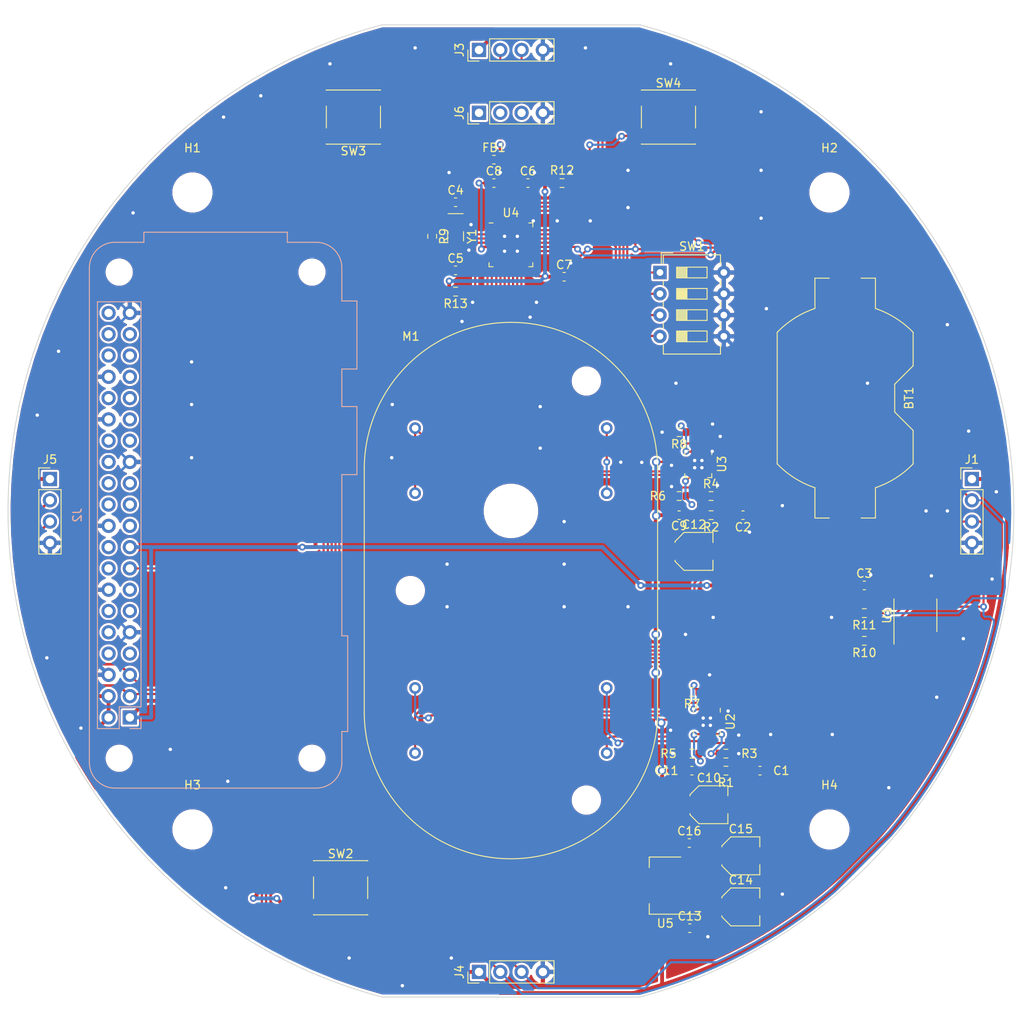
<source format=kicad_pcb>
(kicad_pcb (version 20171130) (host pcbnew "(5.1.9-0-10_14)")

  (general
    (thickness 1.6)
    (drawings 4)
    (tracks 1512)
    (zones 0)
    (modules 52)
    (nets 83)
  )

  (page A4)
  (layers
    (0 F.Cu signal)
    (31 B.Cu signal)
    (32 B.Adhes user)
    (33 F.Adhes user)
    (34 B.Paste user)
    (35 F.Paste user)
    (36 B.SilkS user)
    (37 F.SilkS user)
    (38 B.Mask user)
    (39 F.Mask user)
    (40 Dwgs.User user)
    (41 Cmts.User user)
    (42 Eco1.User user)
    (43 Eco2.User user)
    (44 Edge.Cuts user)
    (45 Margin user)
    (46 B.CrtYd user)
    (47 F.CrtYd user)
    (48 B.Fab user hide)
    (49 F.Fab user hide)
  )

  (setup
    (last_trace_width 0.254)
    (user_trace_width 0.254)
    (user_trace_width 0.3048)
    (user_trace_width 0.4572)
    (user_trace_width 0.8128)
    (trace_clearance 0.1524)
    (zone_clearance 0.254)
    (zone_45_only no)
    (trace_min 0.2032)
    (via_size 0.8128)
    (via_drill 0.4064)
    (via_min_size 0.4064)
    (via_min_drill 0.3)
    (user_via 0.8128 0.4064)
    (uvia_size 0.3048)
    (uvia_drill 0.1016)
    (uvias_allowed no)
    (uvia_min_size 0.2032)
    (uvia_min_drill 0.1016)
    (edge_width 0.1)
    (segment_width 0.2)
    (pcb_text_width 0.3)
    (pcb_text_size 1.5 1.5)
    (mod_edge_width 0.15)
    (mod_text_size 1 1)
    (mod_text_width 0.15)
    (pad_size 1.524 1.524)
    (pad_drill 0.762)
    (pad_to_mask_clearance 0)
    (aux_axis_origin 0 0)
    (visible_elements FFFFFF7F)
    (pcbplotparams
      (layerselection 0x010fc_ffffffff)
      (usegerberextensions false)
      (usegerberattributes true)
      (usegerberadvancedattributes true)
      (creategerberjobfile true)
      (excludeedgelayer true)
      (linewidth 0.100000)
      (plotframeref false)
      (viasonmask false)
      (mode 1)
      (useauxorigin false)
      (hpglpennumber 1)
      (hpglpenspeed 20)
      (hpglpendiameter 15.000000)
      (psnegative false)
      (psa4output false)
      (plotreference true)
      (plotvalue true)
      (plotinvisibletext false)
      (padsonsilk false)
      (subtractmaskfromsilk false)
      (outputformat 1)
      (mirror false)
      (drillshape 1)
      (scaleselection 1)
      (outputdirectory ""))
  )

  (net 0 "")
  (net 1 GND)
  (net 2 "Net-(BT1-Pad1)")
  (net 3 "Net-(C1-Pad2)")
  (net 4 "Net-(C2-Pad2)")
  (net 5 +3V3)
  (net 6 "Net-(C4-Pad2)")
  (net 7 "Net-(C5-Pad2)")
  (net 8 +3.3VA)
  (net 9 I2C_SDA)
  (net 10 I2C_CLK)
  (net 11 +5V)
  (net 12 "Net-(J2-Pad40)")
  (net 13 "Net-(J2-Pad38)")
  (net 14 "Net-(J2-Pad37)")
  (net 15 "Net-(J2-Pad36)")
  (net 16 "Net-(J2-Pad35)")
  (net 17 "Net-(J2-Pad33)")
  (net 18 "Net-(J2-Pad32)")
  (net 19 "Net-(J2-Pad31)")
  (net 20 "Net-(J2-Pad29)")
  (net 21 "Net-(J2-Pad28)")
  (net 22 "Net-(J2-Pad27)")
  (net 23 "Net-(J2-Pad26)")
  (net 24 "Net-(J2-Pad24)")
  (net 25 "Net-(J2-Pad23)")
  (net 26 "Net-(J2-Pad22)")
  (net 27 "Net-(J2-Pad21)")
  (net 28 "Net-(J2-Pad19)")
  (net 29 "Net-(J2-Pad18)")
  (net 30 "Net-(J2-Pad16)")
  (net 31 PiOnOFF)
  (net 32 "Net-(J2-Pad13)")
  (net 33 "Net-(J2-Pad12)")
  (net 34 "Net-(J2-Pad11)")
  (net 35 "Net-(J2-Pad10)")
  (net 36 "Net-(J2-Pad8)")
  (net 37 "Net-(J2-Pad7)")
  (net 38 SDC)
  (net 39 SDO)
  (net 40 +3v3)
  (net 41 "Net-(R1-Pad2)")
  (net 42 "Net-(R2-Pad2)")
  (net 43 "Net-(R5-Pad1)")
  (net 44 "Net-(R6-Pad1)")
  (net 45 "Net-(R7-Pad1)")
  (net 46 "Net-(R8-Pad1)")
  (net 47 ADDR3)
  (net 48 ADDR2)
  (net 49 ADDR1)
  (net 50 ADDR0)
  (net 51 MCU_BUT_PLUS)
  (net 52 MCU_BUT_MIN)
  (net 53 RTC_RST)
  (net 54 "Net-(U1-Pad3)")
  (net 55 "Net-(U1-Pad1)")
  (net 56 MOT_EN0)
  (net 57 MOT_REF1)
  (net 58 MOT_STCK0)
  (net 59 MOT_DIR0)
  (net 60 MOT_EN1)
  (net 61 MOT_STCK1)
  (net 62 MOT_DIR1)
  (net 63 "Net-(U4-Pad32)")
  (net 64 "Net-(U4-Pad30)")
  (net 65 "Net-(U4-Pad29)")
  (net 66 "Net-(U4-Pad25)")
  (net 67 /MOT_B4)
  (net 68 /MOT_B3)
  (net 69 /MOT_A2)
  (net 70 /MOT_A1)
  (net 71 /MOT_A4)
  (net 72 /MOT_A3)
  (net 73 /MOT_B2)
  (net 74 /MOT_B1)
  (net 75 /BOOT0)
  (net 76 /nRST)
  (net 77 "Net-(U4-Pad6)")
  (net 78 "Net-(U4-Pad26)")
  (net 79 "Net-(U4-Pad18)")
  (net 80 "Net-(U4-Pad16)")
  (net 81 MOT_RST0)
  (net 82 MOT_RST1)

  (net_class Default "This is the default net class."
    (clearance 0.1524)
    (trace_width 0.254)
    (via_dia 0.8128)
    (via_drill 0.4064)
    (uvia_dia 0.3048)
    (uvia_drill 0.1016)
    (diff_pair_width 0.2032)
    (diff_pair_gap 0.254)
    (add_net /BOOT0)
    (add_net /MOT_A1)
    (add_net /MOT_A2)
    (add_net /MOT_A3)
    (add_net /MOT_A4)
    (add_net /MOT_B1)
    (add_net /MOT_B2)
    (add_net /MOT_B3)
    (add_net /MOT_B4)
    (add_net /nRST)
    (add_net MOT_RST0)
    (add_net MOT_RST1)
    (add_net "Net-(U4-Pad16)")
    (add_net "Net-(U4-Pad18)")
    (add_net "Net-(U4-Pad26)")
    (add_net "Net-(U4-Pad6)")
  )

  (net_class 5v ""
    (clearance 0.2032)
    (trace_width 0.4572)
    (via_dia 1.016)
    (via_drill 0.6096)
    (uvia_dia 0.3048)
    (uvia_drill 0.1016)
    (diff_pair_width 0.2032)
    (diff_pair_gap 0.254)
    (add_net +5V)
  )

  (net_class Power ""
    (clearance 0.2032)
    (trace_width 0.3048)
    (via_dia 0.8128)
    (via_drill 0.4064)
    (uvia_dia 0.3048)
    (uvia_drill 0.1016)
    (diff_pair_width 0.2032)
    (diff_pair_gap 0.254)
    (add_net +3.3VA)
    (add_net +3V3)
    (add_net +3v3)
    (add_net ADDR0)
    (add_net ADDR1)
    (add_net ADDR2)
    (add_net ADDR3)
    (add_net GND)
    (add_net I2C_CLK)
    (add_net I2C_SDA)
    (add_net MCU_BUT_MIN)
    (add_net MCU_BUT_PLUS)
    (add_net MOT_DIR0)
    (add_net MOT_DIR1)
    (add_net MOT_EN0)
    (add_net MOT_EN1)
    (add_net MOT_REF1)
    (add_net MOT_STCK0)
    (add_net MOT_STCK1)
    (add_net "Net-(BT1-Pad1)")
    (add_net "Net-(C1-Pad2)")
    (add_net "Net-(C2-Pad2)")
    (add_net "Net-(C4-Pad2)")
    (add_net "Net-(C5-Pad2)")
    (add_net "Net-(J2-Pad10)")
    (add_net "Net-(J2-Pad11)")
    (add_net "Net-(J2-Pad12)")
    (add_net "Net-(J2-Pad13)")
    (add_net "Net-(J2-Pad16)")
    (add_net "Net-(J2-Pad18)")
    (add_net "Net-(J2-Pad19)")
    (add_net "Net-(J2-Pad21)")
    (add_net "Net-(J2-Pad22)")
    (add_net "Net-(J2-Pad23)")
    (add_net "Net-(J2-Pad24)")
    (add_net "Net-(J2-Pad26)")
    (add_net "Net-(J2-Pad27)")
    (add_net "Net-(J2-Pad28)")
    (add_net "Net-(J2-Pad29)")
    (add_net "Net-(J2-Pad31)")
    (add_net "Net-(J2-Pad32)")
    (add_net "Net-(J2-Pad33)")
    (add_net "Net-(J2-Pad35)")
    (add_net "Net-(J2-Pad36)")
    (add_net "Net-(J2-Pad37)")
    (add_net "Net-(J2-Pad38)")
    (add_net "Net-(J2-Pad40)")
    (add_net "Net-(J2-Pad7)")
    (add_net "Net-(J2-Pad8)")
    (add_net "Net-(R1-Pad2)")
    (add_net "Net-(R2-Pad2)")
    (add_net "Net-(R5-Pad1)")
    (add_net "Net-(R6-Pad1)")
    (add_net "Net-(R7-Pad1)")
    (add_net "Net-(R8-Pad1)")
    (add_net "Net-(U1-Pad1)")
    (add_net "Net-(U1-Pad3)")
    (add_net "Net-(U4-Pad25)")
    (add_net "Net-(U4-Pad29)")
    (add_net "Net-(U4-Pad30)")
    (add_net "Net-(U4-Pad32)")
    (add_net PiOnOFF)
    (add_net RTC_RST)
    (add_net SDC)
    (add_net SDO)
  )

  (module MySymbols:BKA30D-R05 locked (layer F.Cu) (tedit 606EF2C1) (tstamp 606DAC63)
    (at 0 9.5 270)
    (path /6071712D)
    (fp_text reference M1 (at -30.328 11.938) (layer F.SilkS)
      (effects (font (size 1 1) (thickness 0.15)))
    )
    (fp_text value Stepper_Motor_bipolar_VID28 (at 9.4488 -6.731 90) (layer F.Fab)
      (effects (font (size 1 1) (thickness 0.15)))
    )
    (fp_arc (start -14.5 0) (end -14.5 17.5) (angle 180) (layer F.SilkS) (width 0.12))
    (fp_arc (start 14.5 0) (end 14.5 17.5) (angle -180) (layer F.SilkS) (width 0.12))
    (fp_line (start -14.5 -17.5) (end 14.5 -17.5) (layer F.SilkS) (width 0.12))
    (fp_line (start -14.5 17.5) (end 14.5 17.5) (layer F.SilkS) (width 0.12))
    (pad A1 thru_hole circle (at -19.38 11.43 270) (size 1.4 1.4) (drill 0.8) (layers *.Cu *.Mask)
      (net 67 /MOT_B4))
    (pad A2 thru_hole circle (at -11.62 11.43 270) (size 1.4 1.4) (drill 0.8) (layers *.Cu *.Mask)
      (net 68 /MOT_B3))
    (pad B3 thru_hole circle (at 11.62 11.43 270) (size 1.4 1.4) (drill 0.8) (layers *.Cu *.Mask)
      (net 69 /MOT_A2))
    (pad B4 thru_hole circle (at 19.38 11.43 270) (size 1.4 1.4) (drill 0.8) (layers *.Cu *.Mask)
      (net 70 /MOT_A1))
    (pad B1 thru_hole circle (at 19.38 -11.43 270) (size 1.4 1.4) (drill 0.8) (layers *.Cu *.Mask)
      (net 71 /MOT_A4))
    (pad B2 thru_hole circle (at 11.62 -11.43 270) (size 1.4 1.4) (drill 0.8) (layers *.Cu *.Mask)
      (net 72 /MOT_A3))
    (pad A3 thru_hole circle (at -11.62 -11.43 270) (size 1.4 1.4) (drill 0.8) (layers *.Cu *.Mask)
      (net 73 /MOT_B2))
    (pad A4 thru_hole circle (at -19.38 -11.43 270) (size 1.4 1.4) (drill 0.8) (layers *.Cu *.Mask)
      (net 74 /MOT_B1))
    (pad "" np_thru_hole circle (at -25 -9 270) (size 3 3) (drill 3) (layers *.Cu *.Mask))
    (pad "" np_thru_hole circle (at 25 -9 270) (size 3 3) (drill 3) (layers *.Cu *.Mask))
    (pad "" np_thru_hole circle (at 0 12 270) (size 3 3) (drill 3) (layers *.Cu *.Mask))
    (pad "" np_thru_hole circle (at -9.5 0 270) (size 6 6) (drill 6) (layers *.Cu *.Mask))
  )

  (module Package_TO_SOT_SMD:SOT-223-3_TabPin2 (layer F.Cu) (tedit 5A02FF57) (tstamp 606EA901)
    (at 18.415 44.704 180)
    (descr "module CMS SOT223 4 pins")
    (tags "CMS SOT")
    (path /606F287A)
    (attr smd)
    (fp_text reference U5 (at 0 -4.5) (layer F.SilkS)
      (effects (font (size 1 1) (thickness 0.15)))
    )
    (fp_text value MCP1825S (at 0 4.5) (layer F.Fab)
      (effects (font (size 1 1) (thickness 0.15)))
    )
    (fp_line (start 1.85 -3.35) (end 1.85 3.35) (layer F.Fab) (width 0.1))
    (fp_line (start -1.85 3.35) (end 1.85 3.35) (layer F.Fab) (width 0.1))
    (fp_line (start -4.1 -3.41) (end 1.91 -3.41) (layer F.SilkS) (width 0.12))
    (fp_line (start -0.85 -3.35) (end 1.85 -3.35) (layer F.Fab) (width 0.1))
    (fp_line (start -1.85 3.41) (end 1.91 3.41) (layer F.SilkS) (width 0.12))
    (fp_line (start -1.85 -2.35) (end -1.85 3.35) (layer F.Fab) (width 0.1))
    (fp_line (start -1.85 -2.35) (end -0.85 -3.35) (layer F.Fab) (width 0.1))
    (fp_line (start -4.4 -3.6) (end -4.4 3.6) (layer F.CrtYd) (width 0.05))
    (fp_line (start -4.4 3.6) (end 4.4 3.6) (layer F.CrtYd) (width 0.05))
    (fp_line (start 4.4 3.6) (end 4.4 -3.6) (layer F.CrtYd) (width 0.05))
    (fp_line (start 4.4 -3.6) (end -4.4 -3.6) (layer F.CrtYd) (width 0.05))
    (fp_line (start 1.91 -3.41) (end 1.91 -2.15) (layer F.SilkS) (width 0.12))
    (fp_line (start 1.91 3.41) (end 1.91 2.15) (layer F.SilkS) (width 0.12))
    (fp_text user %R (at 0 0 90) (layer F.Fab)
      (effects (font (size 0.8 0.8) (thickness 0.12)))
    )
    (pad 1 smd rect (at -3.15 -2.3 180) (size 2 1.5) (layers F.Cu F.Paste F.Mask)
      (net 11 +5V))
    (pad 3 smd rect (at -3.15 2.3 180) (size 2 1.5) (layers F.Cu F.Paste F.Mask)
      (net 5 +3V3))
    (pad 2 smd rect (at -3.15 0 180) (size 2 1.5) (layers F.Cu F.Paste F.Mask)
      (net 1 GND))
    (pad 2 smd rect (at 3.15 0 180) (size 2 3.8) (layers F.Cu F.Paste F.Mask)
      (net 1 GND))
    (model ${KISYS3DMOD}/Package_TO_SOT_SMD.3dshapes/SOT-223.wrl
      (at (xyz 0 0 0))
      (scale (xyz 1 1 1))
      (rotate (xyz 0 0 0))
    )
  )

  (module Capacitor_SMD:C_0603_1608Metric (layer F.Cu) (tedit 5F68FEEE) (tstamp 606E9EA8)
    (at 21.2852 39.624)
    (descr "Capacitor SMD 0603 (1608 Metric), square (rectangular) end terminal, IPC_7351 nominal, (Body size source: IPC-SM-782 page 76, https://www.pcb-3d.com/wordpress/wp-content/uploads/ipc-sm-782a_amendment_1_and_2.pdf), generated with kicad-footprint-generator")
    (tags capacitor)
    (path /606F9863)
    (attr smd)
    (fp_text reference C16 (at 0 -1.43) (layer F.SilkS)
      (effects (font (size 1 1) (thickness 0.15)))
    )
    (fp_text value 100nF (at 0 1.43) (layer F.Fab)
      (effects (font (size 1 1) (thickness 0.15)))
    )
    (fp_line (start 1.48 0.73) (end -1.48 0.73) (layer F.CrtYd) (width 0.05))
    (fp_line (start 1.48 -0.73) (end 1.48 0.73) (layer F.CrtYd) (width 0.05))
    (fp_line (start -1.48 -0.73) (end 1.48 -0.73) (layer F.CrtYd) (width 0.05))
    (fp_line (start -1.48 0.73) (end -1.48 -0.73) (layer F.CrtYd) (width 0.05))
    (fp_line (start -0.14058 0.51) (end 0.14058 0.51) (layer F.SilkS) (width 0.12))
    (fp_line (start -0.14058 -0.51) (end 0.14058 -0.51) (layer F.SilkS) (width 0.12))
    (fp_line (start 0.8 0.4) (end -0.8 0.4) (layer F.Fab) (width 0.1))
    (fp_line (start 0.8 -0.4) (end 0.8 0.4) (layer F.Fab) (width 0.1))
    (fp_line (start -0.8 -0.4) (end 0.8 -0.4) (layer F.Fab) (width 0.1))
    (fp_line (start -0.8 0.4) (end -0.8 -0.4) (layer F.Fab) (width 0.1))
    (fp_text user %R (at 0 0) (layer F.Fab)
      (effects (font (size 0.4 0.4) (thickness 0.06)))
    )
    (pad 2 smd roundrect (at 0.775 0) (size 0.9 0.95) (layers F.Cu F.Paste F.Mask) (roundrect_rratio 0.25)
      (net 1 GND))
    (pad 1 smd roundrect (at -0.775 0) (size 0.9 0.95) (layers F.Cu F.Paste F.Mask) (roundrect_rratio 0.25)
      (net 5 +3V3))
    (model ${KISYS3DMOD}/Capacitor_SMD.3dshapes/C_0603_1608Metric.wrl
      (at (xyz 0 0 0))
      (scale (xyz 1 1 1))
      (rotate (xyz 0 0 0))
    )
  )

  (module Capacitor_SMD:C_Elec_4x5.4 (layer F.Cu) (tedit 5BC8D926) (tstamp 606E9E97)
    (at 27.432 41.148)
    (descr "SMD capacitor, aluminum electrolytic nonpolar, 4.0x5.4mm")
    (tags "capacitor electrolyic nonpolar")
    (path /606F5F9E)
    (attr smd)
    (fp_text reference C15 (at 0 -3.2) (layer F.SilkS)
      (effects (font (size 1 1) (thickness 0.15)))
    )
    (fp_text value 10uF (at 0 3.2) (layer F.Fab)
      (effects (font (size 1 1) (thickness 0.15)))
    )
    (fp_line (start -3.25 1.05) (end -2.4 1.05) (layer F.CrtYd) (width 0.05))
    (fp_line (start -3.25 -1.05) (end -3.25 1.05) (layer F.CrtYd) (width 0.05))
    (fp_line (start -2.4 -1.05) (end -3.25 -1.05) (layer F.CrtYd) (width 0.05))
    (fp_line (start -2.4 1.05) (end -2.4 1.25) (layer F.CrtYd) (width 0.05))
    (fp_line (start -2.4 -1.25) (end -2.4 -1.05) (layer F.CrtYd) (width 0.05))
    (fp_line (start -2.4 -1.25) (end -1.25 -2.4) (layer F.CrtYd) (width 0.05))
    (fp_line (start -2.4 1.25) (end -1.25 2.4) (layer F.CrtYd) (width 0.05))
    (fp_line (start -1.25 -2.4) (end 2.4 -2.4) (layer F.CrtYd) (width 0.05))
    (fp_line (start -1.25 2.4) (end 2.4 2.4) (layer F.CrtYd) (width 0.05))
    (fp_line (start 2.4 1.05) (end 2.4 2.4) (layer F.CrtYd) (width 0.05))
    (fp_line (start 3.25 1.05) (end 2.4 1.05) (layer F.CrtYd) (width 0.05))
    (fp_line (start 3.25 -1.05) (end 3.25 1.05) (layer F.CrtYd) (width 0.05))
    (fp_line (start 2.4 -1.05) (end 3.25 -1.05) (layer F.CrtYd) (width 0.05))
    (fp_line (start 2.4 -2.4) (end 2.4 -1.05) (layer F.CrtYd) (width 0.05))
    (fp_line (start -2.26 1.195563) (end -1.195563 2.26) (layer F.SilkS) (width 0.12))
    (fp_line (start -2.26 -1.195563) (end -1.195563 -2.26) (layer F.SilkS) (width 0.12))
    (fp_line (start -2.26 -1.195563) (end -2.26 -1.06) (layer F.SilkS) (width 0.12))
    (fp_line (start -2.26 1.195563) (end -2.26 1.06) (layer F.SilkS) (width 0.12))
    (fp_line (start -1.195563 2.26) (end 2.26 2.26) (layer F.SilkS) (width 0.12))
    (fp_line (start -1.195563 -2.26) (end 2.26 -2.26) (layer F.SilkS) (width 0.12))
    (fp_line (start 2.26 -2.26) (end 2.26 -1.06) (layer F.SilkS) (width 0.12))
    (fp_line (start 2.26 2.26) (end 2.26 1.06) (layer F.SilkS) (width 0.12))
    (fp_line (start -2.15 1.15) (end -1.15 2.15) (layer F.Fab) (width 0.1))
    (fp_line (start -2.15 -1.15) (end -1.15 -2.15) (layer F.Fab) (width 0.1))
    (fp_line (start -2.15 -1.15) (end -2.15 1.15) (layer F.Fab) (width 0.1))
    (fp_line (start -1.15 2.15) (end 2.15 2.15) (layer F.Fab) (width 0.1))
    (fp_line (start -1.15 -2.15) (end 2.15 -2.15) (layer F.Fab) (width 0.1))
    (fp_line (start 2.15 -2.15) (end 2.15 2.15) (layer F.Fab) (width 0.1))
    (fp_circle (center 0 0) (end 2 0) (layer F.Fab) (width 0.1))
    (fp_text user %R (at 0 0) (layer F.Fab)
      (effects (font (size 0.8 0.8) (thickness 0.12)))
    )
    (pad 2 smd roundrect (at 1.675 0) (size 2.65 1.6) (layers F.Cu F.Paste F.Mask) (roundrect_rratio 0.15625)
      (net 1 GND))
    (pad 1 smd roundrect (at -1.675 0) (size 2.65 1.6) (layers F.Cu F.Paste F.Mask) (roundrect_rratio 0.15625)
      (net 5 +3V3))
    (model ${KISYS3DMOD}/Capacitor_SMD.3dshapes/C_Elec_4x5.4.wrl
      (at (xyz 0 0 0))
      (scale (xyz 1 1 1))
      (rotate (xyz 0 0 0))
    )
  )

  (module Capacitor_SMD:C_Elec_4x5.4 (layer F.Cu) (tedit 5BC8D926) (tstamp 606E9E73)
    (at 27.432 47.244)
    (descr "SMD capacitor, aluminum electrolytic nonpolar, 4.0x5.4mm")
    (tags "capacitor electrolyic nonpolar")
    (path /606F4D9C)
    (attr smd)
    (fp_text reference C14 (at 0 -3.2) (layer F.SilkS)
      (effects (font (size 1 1) (thickness 0.15)))
    )
    (fp_text value 10uF (at 0 3.2) (layer F.Fab)
      (effects (font (size 1 1) (thickness 0.15)))
    )
    (fp_line (start -3.25 1.05) (end -2.4 1.05) (layer F.CrtYd) (width 0.05))
    (fp_line (start -3.25 -1.05) (end -3.25 1.05) (layer F.CrtYd) (width 0.05))
    (fp_line (start -2.4 -1.05) (end -3.25 -1.05) (layer F.CrtYd) (width 0.05))
    (fp_line (start -2.4 1.05) (end -2.4 1.25) (layer F.CrtYd) (width 0.05))
    (fp_line (start -2.4 -1.25) (end -2.4 -1.05) (layer F.CrtYd) (width 0.05))
    (fp_line (start -2.4 -1.25) (end -1.25 -2.4) (layer F.CrtYd) (width 0.05))
    (fp_line (start -2.4 1.25) (end -1.25 2.4) (layer F.CrtYd) (width 0.05))
    (fp_line (start -1.25 -2.4) (end 2.4 -2.4) (layer F.CrtYd) (width 0.05))
    (fp_line (start -1.25 2.4) (end 2.4 2.4) (layer F.CrtYd) (width 0.05))
    (fp_line (start 2.4 1.05) (end 2.4 2.4) (layer F.CrtYd) (width 0.05))
    (fp_line (start 3.25 1.05) (end 2.4 1.05) (layer F.CrtYd) (width 0.05))
    (fp_line (start 3.25 -1.05) (end 3.25 1.05) (layer F.CrtYd) (width 0.05))
    (fp_line (start 2.4 -1.05) (end 3.25 -1.05) (layer F.CrtYd) (width 0.05))
    (fp_line (start 2.4 -2.4) (end 2.4 -1.05) (layer F.CrtYd) (width 0.05))
    (fp_line (start -2.26 1.195563) (end -1.195563 2.26) (layer F.SilkS) (width 0.12))
    (fp_line (start -2.26 -1.195563) (end -1.195563 -2.26) (layer F.SilkS) (width 0.12))
    (fp_line (start -2.26 -1.195563) (end -2.26 -1.06) (layer F.SilkS) (width 0.12))
    (fp_line (start -2.26 1.195563) (end -2.26 1.06) (layer F.SilkS) (width 0.12))
    (fp_line (start -1.195563 2.26) (end 2.26 2.26) (layer F.SilkS) (width 0.12))
    (fp_line (start -1.195563 -2.26) (end 2.26 -2.26) (layer F.SilkS) (width 0.12))
    (fp_line (start 2.26 -2.26) (end 2.26 -1.06) (layer F.SilkS) (width 0.12))
    (fp_line (start 2.26 2.26) (end 2.26 1.06) (layer F.SilkS) (width 0.12))
    (fp_line (start -2.15 1.15) (end -1.15 2.15) (layer F.Fab) (width 0.1))
    (fp_line (start -2.15 -1.15) (end -1.15 -2.15) (layer F.Fab) (width 0.1))
    (fp_line (start -2.15 -1.15) (end -2.15 1.15) (layer F.Fab) (width 0.1))
    (fp_line (start -1.15 2.15) (end 2.15 2.15) (layer F.Fab) (width 0.1))
    (fp_line (start -1.15 -2.15) (end 2.15 -2.15) (layer F.Fab) (width 0.1))
    (fp_line (start 2.15 -2.15) (end 2.15 2.15) (layer F.Fab) (width 0.1))
    (fp_circle (center 0 0) (end 2 0) (layer F.Fab) (width 0.1))
    (fp_text user %R (at 0 0) (layer F.Fab)
      (effects (font (size 0.8 0.8) (thickness 0.12)))
    )
    (pad 2 smd roundrect (at 1.675 0) (size 2.65 1.6) (layers F.Cu F.Paste F.Mask) (roundrect_rratio 0.15625)
      (net 1 GND))
    (pad 1 smd roundrect (at -1.675 0) (size 2.65 1.6) (layers F.Cu F.Paste F.Mask) (roundrect_rratio 0.15625)
      (net 11 +5V))
    (model ${KISYS3DMOD}/Capacitor_SMD.3dshapes/C_Elec_4x5.4.wrl
      (at (xyz 0 0 0))
      (scale (xyz 1 1 1))
      (rotate (xyz 0 0 0))
    )
  )

  (module Capacitor_SMD:C_0603_1608Metric (layer F.Cu) (tedit 5F68FEEE) (tstamp 606E9E4F)
    (at 21.336 49.784)
    (descr "Capacitor SMD 0603 (1608 Metric), square (rectangular) end terminal, IPC_7351 nominal, (Body size source: IPC-SM-782 page 76, https://www.pcb-3d.com/wordpress/wp-content/uploads/ipc-sm-782a_amendment_1_and_2.pdf), generated with kicad-footprint-generator")
    (tags capacitor)
    (path /606F8D66)
    (attr smd)
    (fp_text reference C13 (at 0 -1.43) (layer F.SilkS)
      (effects (font (size 1 1) (thickness 0.15)))
    )
    (fp_text value 100nF (at 0 1.43) (layer F.Fab)
      (effects (font (size 1 1) (thickness 0.15)))
    )
    (fp_line (start 1.48 0.73) (end -1.48 0.73) (layer F.CrtYd) (width 0.05))
    (fp_line (start 1.48 -0.73) (end 1.48 0.73) (layer F.CrtYd) (width 0.05))
    (fp_line (start -1.48 -0.73) (end 1.48 -0.73) (layer F.CrtYd) (width 0.05))
    (fp_line (start -1.48 0.73) (end -1.48 -0.73) (layer F.CrtYd) (width 0.05))
    (fp_line (start -0.14058 0.51) (end 0.14058 0.51) (layer F.SilkS) (width 0.12))
    (fp_line (start -0.14058 -0.51) (end 0.14058 -0.51) (layer F.SilkS) (width 0.12))
    (fp_line (start 0.8 0.4) (end -0.8 0.4) (layer F.Fab) (width 0.1))
    (fp_line (start 0.8 -0.4) (end 0.8 0.4) (layer F.Fab) (width 0.1))
    (fp_line (start -0.8 -0.4) (end 0.8 -0.4) (layer F.Fab) (width 0.1))
    (fp_line (start -0.8 0.4) (end -0.8 -0.4) (layer F.Fab) (width 0.1))
    (fp_text user %R (at 0 0) (layer F.Fab)
      (effects (font (size 0.4 0.4) (thickness 0.06)))
    )
    (pad 2 smd roundrect (at 0.775 0) (size 0.9 0.95) (layers F.Cu F.Paste F.Mask) (roundrect_rratio 0.25)
      (net 11 +5V))
    (pad 1 smd roundrect (at -0.775 0) (size 0.9 0.95) (layers F.Cu F.Paste F.Mask) (roundrect_rratio 0.25)
      (net 1 GND))
    (model ${KISYS3DMOD}/Capacitor_SMD.3dshapes/C_0603_1608Metric.wrl
      (at (xyz 0 0 0))
      (scale (xyz 1 1 1))
      (rotate (xyz 0 0 0))
    )
  )

  (module Capacitor_SMD:C_Elec_4x5.4 (layer F.Cu) (tedit 5BC8D926) (tstamp 606DD70A)
    (at 21.844 4.826)
    (descr "SMD capacitor, aluminum electrolytic nonpolar, 4.0x5.4mm")
    (tags "capacitor electrolyic nonpolar")
    (path /60EA9977)
    (attr smd)
    (fp_text reference C12 (at 0 -3.2) (layer F.SilkS)
      (effects (font (size 1 1) (thickness 0.15)))
    )
    (fp_text value 10uF (at 0 3.2) (layer F.Fab)
      (effects (font (size 1 1) (thickness 0.15)))
    )
    (fp_circle (center 0 0) (end 2 0) (layer F.Fab) (width 0.1))
    (fp_line (start 2.15 -2.15) (end 2.15 2.15) (layer F.Fab) (width 0.1))
    (fp_line (start -1.15 -2.15) (end 2.15 -2.15) (layer F.Fab) (width 0.1))
    (fp_line (start -1.15 2.15) (end 2.15 2.15) (layer F.Fab) (width 0.1))
    (fp_line (start -2.15 -1.15) (end -2.15 1.15) (layer F.Fab) (width 0.1))
    (fp_line (start -2.15 -1.15) (end -1.15 -2.15) (layer F.Fab) (width 0.1))
    (fp_line (start -2.15 1.15) (end -1.15 2.15) (layer F.Fab) (width 0.1))
    (fp_line (start 2.26 2.26) (end 2.26 1.06) (layer F.SilkS) (width 0.12))
    (fp_line (start 2.26 -2.26) (end 2.26 -1.06) (layer F.SilkS) (width 0.12))
    (fp_line (start -1.195563 -2.26) (end 2.26 -2.26) (layer F.SilkS) (width 0.12))
    (fp_line (start -1.195563 2.26) (end 2.26 2.26) (layer F.SilkS) (width 0.12))
    (fp_line (start -2.26 1.195563) (end -2.26 1.06) (layer F.SilkS) (width 0.12))
    (fp_line (start -2.26 -1.195563) (end -2.26 -1.06) (layer F.SilkS) (width 0.12))
    (fp_line (start -2.26 -1.195563) (end -1.195563 -2.26) (layer F.SilkS) (width 0.12))
    (fp_line (start -2.26 1.195563) (end -1.195563 2.26) (layer F.SilkS) (width 0.12))
    (fp_line (start 2.4 -2.4) (end 2.4 -1.05) (layer F.CrtYd) (width 0.05))
    (fp_line (start 2.4 -1.05) (end 3.25 -1.05) (layer F.CrtYd) (width 0.05))
    (fp_line (start 3.25 -1.05) (end 3.25 1.05) (layer F.CrtYd) (width 0.05))
    (fp_line (start 3.25 1.05) (end 2.4 1.05) (layer F.CrtYd) (width 0.05))
    (fp_line (start 2.4 1.05) (end 2.4 2.4) (layer F.CrtYd) (width 0.05))
    (fp_line (start -1.25 2.4) (end 2.4 2.4) (layer F.CrtYd) (width 0.05))
    (fp_line (start -1.25 -2.4) (end 2.4 -2.4) (layer F.CrtYd) (width 0.05))
    (fp_line (start -2.4 1.25) (end -1.25 2.4) (layer F.CrtYd) (width 0.05))
    (fp_line (start -2.4 -1.25) (end -1.25 -2.4) (layer F.CrtYd) (width 0.05))
    (fp_line (start -2.4 -1.25) (end -2.4 -1.05) (layer F.CrtYd) (width 0.05))
    (fp_line (start -2.4 1.05) (end -2.4 1.25) (layer F.CrtYd) (width 0.05))
    (fp_line (start -2.4 -1.05) (end -3.25 -1.05) (layer F.CrtYd) (width 0.05))
    (fp_line (start -3.25 -1.05) (end -3.25 1.05) (layer F.CrtYd) (width 0.05))
    (fp_line (start -3.25 1.05) (end -2.4 1.05) (layer F.CrtYd) (width 0.05))
    (fp_text user %R (at 0 0) (layer F.Fab)
      (effects (font (size 0.8 0.8) (thickness 0.12)))
    )
    (pad 2 smd roundrect (at 1.675 0) (size 2.65 1.6) (layers F.Cu F.Paste F.Mask) (roundrect_rratio 0.15625)
      (net 1 GND))
    (pad 1 smd roundrect (at -1.675 0) (size 2.65 1.6) (layers F.Cu F.Paste F.Mask) (roundrect_rratio 0.15625)
      (net 11 +5V))
    (model ${KISYS3DMOD}/Capacitor_SMD.3dshapes/C_Elec_4x5.4.wrl
      (at (xyz 0 0 0))
      (scale (xyz 1 1 1))
      (rotate (xyz 0 0 0))
    )
  )

  (module Capacitor_SMD:C_Elec_4x5.4 (layer F.Cu) (tedit 5BC8D926) (tstamp 606DD6C6)
    (at 23.622 35.052)
    (descr "SMD capacitor, aluminum electrolytic nonpolar, 4.0x5.4mm")
    (tags "capacitor electrolyic nonpolar")
    (path /60EF845D)
    (attr smd)
    (fp_text reference C10 (at 0 -3.2) (layer F.SilkS)
      (effects (font (size 1 1) (thickness 0.15)))
    )
    (fp_text value 10uF (at 0 3.2) (layer F.Fab)
      (effects (font (size 1 1) (thickness 0.15)))
    )
    (fp_circle (center 0 0) (end 2 0) (layer F.Fab) (width 0.1))
    (fp_line (start 2.15 -2.15) (end 2.15 2.15) (layer F.Fab) (width 0.1))
    (fp_line (start -1.15 -2.15) (end 2.15 -2.15) (layer F.Fab) (width 0.1))
    (fp_line (start -1.15 2.15) (end 2.15 2.15) (layer F.Fab) (width 0.1))
    (fp_line (start -2.15 -1.15) (end -2.15 1.15) (layer F.Fab) (width 0.1))
    (fp_line (start -2.15 -1.15) (end -1.15 -2.15) (layer F.Fab) (width 0.1))
    (fp_line (start -2.15 1.15) (end -1.15 2.15) (layer F.Fab) (width 0.1))
    (fp_line (start 2.26 2.26) (end 2.26 1.06) (layer F.SilkS) (width 0.12))
    (fp_line (start 2.26 -2.26) (end 2.26 -1.06) (layer F.SilkS) (width 0.12))
    (fp_line (start -1.195563 -2.26) (end 2.26 -2.26) (layer F.SilkS) (width 0.12))
    (fp_line (start -1.195563 2.26) (end 2.26 2.26) (layer F.SilkS) (width 0.12))
    (fp_line (start -2.26 1.195563) (end -2.26 1.06) (layer F.SilkS) (width 0.12))
    (fp_line (start -2.26 -1.195563) (end -2.26 -1.06) (layer F.SilkS) (width 0.12))
    (fp_line (start -2.26 -1.195563) (end -1.195563 -2.26) (layer F.SilkS) (width 0.12))
    (fp_line (start -2.26 1.195563) (end -1.195563 2.26) (layer F.SilkS) (width 0.12))
    (fp_line (start 2.4 -2.4) (end 2.4 -1.05) (layer F.CrtYd) (width 0.05))
    (fp_line (start 2.4 -1.05) (end 3.25 -1.05) (layer F.CrtYd) (width 0.05))
    (fp_line (start 3.25 -1.05) (end 3.25 1.05) (layer F.CrtYd) (width 0.05))
    (fp_line (start 3.25 1.05) (end 2.4 1.05) (layer F.CrtYd) (width 0.05))
    (fp_line (start 2.4 1.05) (end 2.4 2.4) (layer F.CrtYd) (width 0.05))
    (fp_line (start -1.25 2.4) (end 2.4 2.4) (layer F.CrtYd) (width 0.05))
    (fp_line (start -1.25 -2.4) (end 2.4 -2.4) (layer F.CrtYd) (width 0.05))
    (fp_line (start -2.4 1.25) (end -1.25 2.4) (layer F.CrtYd) (width 0.05))
    (fp_line (start -2.4 -1.25) (end -1.25 -2.4) (layer F.CrtYd) (width 0.05))
    (fp_line (start -2.4 -1.25) (end -2.4 -1.05) (layer F.CrtYd) (width 0.05))
    (fp_line (start -2.4 1.05) (end -2.4 1.25) (layer F.CrtYd) (width 0.05))
    (fp_line (start -2.4 -1.05) (end -3.25 -1.05) (layer F.CrtYd) (width 0.05))
    (fp_line (start -3.25 -1.05) (end -3.25 1.05) (layer F.CrtYd) (width 0.05))
    (fp_line (start -3.25 1.05) (end -2.4 1.05) (layer F.CrtYd) (width 0.05))
    (fp_text user %R (at 0 0) (layer F.Fab)
      (effects (font (size 0.8 0.8) (thickness 0.12)))
    )
    (pad 2 smd roundrect (at 1.675 0) (size 2.65 1.6) (layers F.Cu F.Paste F.Mask) (roundrect_rratio 0.15625)
      (net 1 GND))
    (pad 1 smd roundrect (at -1.675 0) (size 2.65 1.6) (layers F.Cu F.Paste F.Mask) (roundrect_rratio 0.15625)
      (net 11 +5V))
    (model ${KISYS3DMOD}/Capacitor_SMD.3dshapes/C_Elec_4x5.4.wrl
      (at (xyz 0 0 0))
      (scale (xyz 1 1 1))
      (rotate (xyz 0 0 0))
    )
  )

  (module Capacitor_SMD:C_0603_1608Metric (layer F.Cu) (tedit 5F68FEEE) (tstamp 606CE9EB)
    (at 29.718 30.988 180)
    (descr "Capacitor SMD 0603 (1608 Metric), square (rectangular) end terminal, IPC_7351 nominal, (Body size source: IPC-SM-782 page 76, https://www.pcb-3d.com/wordpress/wp-content/uploads/ipc-sm-782a_amendment_1_and_2.pdf), generated with kicad-footprint-generator")
    (tags capacitor)
    (path /60C05763)
    (attr smd)
    (fp_text reference C1 (at -2.54 0) (layer F.SilkS)
      (effects (font (size 1 1) (thickness 0.15)))
    )
    (fp_text value 22nF (at 0 1.43) (layer F.Fab)
      (effects (font (size 1 1) (thickness 0.15)))
    )
    (fp_line (start 1.48 0.73) (end -1.48 0.73) (layer F.CrtYd) (width 0.05))
    (fp_line (start 1.48 -0.73) (end 1.48 0.73) (layer F.CrtYd) (width 0.05))
    (fp_line (start -1.48 -0.73) (end 1.48 -0.73) (layer F.CrtYd) (width 0.05))
    (fp_line (start -1.48 0.73) (end -1.48 -0.73) (layer F.CrtYd) (width 0.05))
    (fp_line (start -0.14058 0.51) (end 0.14058 0.51) (layer F.SilkS) (width 0.12))
    (fp_line (start -0.14058 -0.51) (end 0.14058 -0.51) (layer F.SilkS) (width 0.12))
    (fp_line (start 0.8 0.4) (end -0.8 0.4) (layer F.Fab) (width 0.1))
    (fp_line (start 0.8 -0.4) (end 0.8 0.4) (layer F.Fab) (width 0.1))
    (fp_line (start -0.8 -0.4) (end 0.8 -0.4) (layer F.Fab) (width 0.1))
    (fp_line (start -0.8 0.4) (end -0.8 -0.4) (layer F.Fab) (width 0.1))
    (fp_text user %R (at 0 0) (layer F.Fab)
      (effects (font (size 0.4 0.4) (thickness 0.06)))
    )
    (pad 2 smd roundrect (at 0.775 0 180) (size 0.9 0.95) (layers F.Cu F.Paste F.Mask) (roundrect_rratio 0.25)
      (net 3 "Net-(C1-Pad2)"))
    (pad 1 smd roundrect (at -0.775 0 180) (size 0.9 0.95) (layers F.Cu F.Paste F.Mask) (roundrect_rratio 0.25)
      (net 1 GND))
    (model ${KISYS3DMOD}/Capacitor_SMD.3dshapes/C_0603_1608Metric.wrl
      (at (xyz 0 0 0))
      (scale (xyz 1 1 1))
      (rotate (xyz 0 0 0))
    )
  )

  (module Capacitor_SMD:C_0603_1608Metric (layer F.Cu) (tedit 5F68FEEE) (tstamp 606D7EC6)
    (at 27.686 0.508 180)
    (descr "Capacitor SMD 0603 (1608 Metric), square (rectangular) end terminal, IPC_7351 nominal, (Body size source: IPC-SM-782 page 76, https://www.pcb-3d.com/wordpress/wp-content/uploads/ipc-sm-782a_amendment_1_and_2.pdf), generated with kicad-footprint-generator")
    (tags capacitor)
    (path /60BFA833)
    (attr smd)
    (fp_text reference C2 (at 0 -1.43) (layer F.SilkS)
      (effects (font (size 1 1) (thickness 0.15)))
    )
    (fp_text value 22nF (at 0 1.43) (layer F.Fab)
      (effects (font (size 1 1) (thickness 0.15)))
    )
    (fp_line (start 1.48 0.73) (end -1.48 0.73) (layer F.CrtYd) (width 0.05))
    (fp_line (start 1.48 -0.73) (end 1.48 0.73) (layer F.CrtYd) (width 0.05))
    (fp_line (start -1.48 -0.73) (end 1.48 -0.73) (layer F.CrtYd) (width 0.05))
    (fp_line (start -1.48 0.73) (end -1.48 -0.73) (layer F.CrtYd) (width 0.05))
    (fp_line (start -0.14058 0.51) (end 0.14058 0.51) (layer F.SilkS) (width 0.12))
    (fp_line (start -0.14058 -0.51) (end 0.14058 -0.51) (layer F.SilkS) (width 0.12))
    (fp_line (start 0.8 0.4) (end -0.8 0.4) (layer F.Fab) (width 0.1))
    (fp_line (start 0.8 -0.4) (end 0.8 0.4) (layer F.Fab) (width 0.1))
    (fp_line (start -0.8 -0.4) (end 0.8 -0.4) (layer F.Fab) (width 0.1))
    (fp_line (start -0.8 0.4) (end -0.8 -0.4) (layer F.Fab) (width 0.1))
    (fp_text user %R (at 0 0) (layer F.Fab)
      (effects (font (size 0.4 0.4) (thickness 0.06)))
    )
    (pad 2 smd roundrect (at 0.775 0 180) (size 0.9 0.95) (layers F.Cu F.Paste F.Mask) (roundrect_rratio 0.25)
      (net 4 "Net-(C2-Pad2)"))
    (pad 1 smd roundrect (at -0.775 0 180) (size 0.9 0.95) (layers F.Cu F.Paste F.Mask) (roundrect_rratio 0.25)
      (net 1 GND))
    (model ${KISYS3DMOD}/Capacitor_SMD.3dshapes/C_0603_1608Metric.wrl
      (at (xyz 0 0 0))
      (scale (xyz 1 1 1))
      (rotate (xyz 0 0 0))
    )
  )

  (module Capacitor_SMD:C_0603_1608Metric (layer F.Cu) (tedit 5F68FEEE) (tstamp 606CEA0D)
    (at 42.164 8.89)
    (descr "Capacitor SMD 0603 (1608 Metric), square (rectangular) end terminal, IPC_7351 nominal, (Body size source: IPC-SM-782 page 76, https://www.pcb-3d.com/wordpress/wp-content/uploads/ipc-sm-782a_amendment_1_and_2.pdf), generated with kicad-footprint-generator")
    (tags capacitor)
    (path /60CA57B6)
    (attr smd)
    (fp_text reference C3 (at 0 -1.43) (layer F.SilkS)
      (effects (font (size 1 1) (thickness 0.15)))
    )
    (fp_text value 100nF (at 0 1.43) (layer F.Fab)
      (effects (font (size 1 1) (thickness 0.15)))
    )
    (fp_line (start 1.48 0.73) (end -1.48 0.73) (layer F.CrtYd) (width 0.05))
    (fp_line (start 1.48 -0.73) (end 1.48 0.73) (layer F.CrtYd) (width 0.05))
    (fp_line (start -1.48 -0.73) (end 1.48 -0.73) (layer F.CrtYd) (width 0.05))
    (fp_line (start -1.48 0.73) (end -1.48 -0.73) (layer F.CrtYd) (width 0.05))
    (fp_line (start -0.14058 0.51) (end 0.14058 0.51) (layer F.SilkS) (width 0.12))
    (fp_line (start -0.14058 -0.51) (end 0.14058 -0.51) (layer F.SilkS) (width 0.12))
    (fp_line (start 0.8 0.4) (end -0.8 0.4) (layer F.Fab) (width 0.1))
    (fp_line (start 0.8 -0.4) (end 0.8 0.4) (layer F.Fab) (width 0.1))
    (fp_line (start -0.8 -0.4) (end 0.8 -0.4) (layer F.Fab) (width 0.1))
    (fp_line (start -0.8 0.4) (end -0.8 -0.4) (layer F.Fab) (width 0.1))
    (fp_text user %R (at 0 0) (layer F.Fab)
      (effects (font (size 0.4 0.4) (thickness 0.06)))
    )
    (pad 2 smd roundrect (at 0.775 0) (size 0.9 0.95) (layers F.Cu F.Paste F.Mask) (roundrect_rratio 0.25)
      (net 1 GND))
    (pad 1 smd roundrect (at -0.775 0) (size 0.9 0.95) (layers F.Cu F.Paste F.Mask) (roundrect_rratio 0.25)
      (net 5 +3V3))
    (model ${KISYS3DMOD}/Capacitor_SMD.3dshapes/C_0603_1608Metric.wrl
      (at (xyz 0 0 0))
      (scale (xyz 1 1 1))
      (rotate (xyz 0 0 0))
    )
  )

  (module Capacitor_SMD:C_0603_1608Metric (layer F.Cu) (tedit 5F68FEEE) (tstamp 606D792A)
    (at -6.604 -36.83)
    (descr "Capacitor SMD 0603 (1608 Metric), square (rectangular) end terminal, IPC_7351 nominal, (Body size source: IPC-SM-782 page 76, https://www.pcb-3d.com/wordpress/wp-content/uploads/ipc-sm-782a_amendment_1_and_2.pdf), generated with kicad-footprint-generator")
    (tags capacitor)
    (path /60AD4BF7)
    (attr smd)
    (fp_text reference C4 (at 0 -1.43) (layer F.SilkS)
      (effects (font (size 1 1) (thickness 0.15)))
    )
    (fp_text value 4p7 (at 0 1.43) (layer F.Fab)
      (effects (font (size 1 1) (thickness 0.15)))
    )
    (fp_line (start 1.48 0.73) (end -1.48 0.73) (layer F.CrtYd) (width 0.05))
    (fp_line (start 1.48 -0.73) (end 1.48 0.73) (layer F.CrtYd) (width 0.05))
    (fp_line (start -1.48 -0.73) (end 1.48 -0.73) (layer F.CrtYd) (width 0.05))
    (fp_line (start -1.48 0.73) (end -1.48 -0.73) (layer F.CrtYd) (width 0.05))
    (fp_line (start -0.14058 0.51) (end 0.14058 0.51) (layer F.SilkS) (width 0.12))
    (fp_line (start -0.14058 -0.51) (end 0.14058 -0.51) (layer F.SilkS) (width 0.12))
    (fp_line (start 0.8 0.4) (end -0.8 0.4) (layer F.Fab) (width 0.1))
    (fp_line (start 0.8 -0.4) (end 0.8 0.4) (layer F.Fab) (width 0.1))
    (fp_line (start -0.8 -0.4) (end 0.8 -0.4) (layer F.Fab) (width 0.1))
    (fp_line (start -0.8 0.4) (end -0.8 -0.4) (layer F.Fab) (width 0.1))
    (fp_text user %R (at 0 0) (layer F.Fab)
      (effects (font (size 0.4 0.4) (thickness 0.06)))
    )
    (pad 2 smd roundrect (at 0.775 0) (size 0.9 0.95) (layers F.Cu F.Paste F.Mask) (roundrect_rratio 0.25)
      (net 6 "Net-(C4-Pad2)"))
    (pad 1 smd roundrect (at -0.775 0) (size 0.9 0.95) (layers F.Cu F.Paste F.Mask) (roundrect_rratio 0.25)
      (net 1 GND))
    (model ${KISYS3DMOD}/Capacitor_SMD.3dshapes/C_0603_1608Metric.wrl
      (at (xyz 0 0 0))
      (scale (xyz 1 1 1))
      (rotate (xyz 0 0 0))
    )
  )

  (module Capacitor_SMD:C_0603_1608Metric (layer F.Cu) (tedit 5F68FEEE) (tstamp 606D7A99)
    (at -6.604 -28.702)
    (descr "Capacitor SMD 0603 (1608 Metric), square (rectangular) end terminal, IPC_7351 nominal, (Body size source: IPC-SM-782 page 76, https://www.pcb-3d.com/wordpress/wp-content/uploads/ipc-sm-782a_amendment_1_and_2.pdf), generated with kicad-footprint-generator")
    (tags capacitor)
    (path /60AE6F28)
    (attr smd)
    (fp_text reference C5 (at 0 -1.43) (layer F.SilkS)
      (effects (font (size 1 1) (thickness 0.15)))
    )
    (fp_text value 4p7 (at 0 1.43) (layer F.Fab)
      (effects (font (size 1 1) (thickness 0.15)))
    )
    (fp_line (start 1.48 0.73) (end -1.48 0.73) (layer F.CrtYd) (width 0.05))
    (fp_line (start 1.48 -0.73) (end 1.48 0.73) (layer F.CrtYd) (width 0.05))
    (fp_line (start -1.48 -0.73) (end 1.48 -0.73) (layer F.CrtYd) (width 0.05))
    (fp_line (start -1.48 0.73) (end -1.48 -0.73) (layer F.CrtYd) (width 0.05))
    (fp_line (start -0.14058 0.51) (end 0.14058 0.51) (layer F.SilkS) (width 0.12))
    (fp_line (start -0.14058 -0.51) (end 0.14058 -0.51) (layer F.SilkS) (width 0.12))
    (fp_line (start 0.8 0.4) (end -0.8 0.4) (layer F.Fab) (width 0.1))
    (fp_line (start 0.8 -0.4) (end 0.8 0.4) (layer F.Fab) (width 0.1))
    (fp_line (start -0.8 -0.4) (end 0.8 -0.4) (layer F.Fab) (width 0.1))
    (fp_line (start -0.8 0.4) (end -0.8 -0.4) (layer F.Fab) (width 0.1))
    (fp_text user %R (at 0 0) (layer F.Fab)
      (effects (font (size 0.4 0.4) (thickness 0.06)))
    )
    (pad 2 smd roundrect (at 0.775 0) (size 0.9 0.95) (layers F.Cu F.Paste F.Mask) (roundrect_rratio 0.25)
      (net 7 "Net-(C5-Pad2)"))
    (pad 1 smd roundrect (at -0.775 0) (size 0.9 0.95) (layers F.Cu F.Paste F.Mask) (roundrect_rratio 0.25)
      (net 1 GND))
    (model ${KISYS3DMOD}/Capacitor_SMD.3dshapes/C_0603_1608Metric.wrl
      (at (xyz 0 0 0))
      (scale (xyz 1 1 1))
      (rotate (xyz 0 0 0))
    )
  )

  (module Capacitor_SMD:C_0603_1608Metric (layer F.Cu) (tedit 5F68FEEE) (tstamp 606D8105)
    (at 2.032 -39.116)
    (descr "Capacitor SMD 0603 (1608 Metric), square (rectangular) end terminal, IPC_7351 nominal, (Body size source: IPC-SM-782 page 76, https://www.pcb-3d.com/wordpress/wp-content/uploads/ipc-sm-782a_amendment_1_and_2.pdf), generated with kicad-footprint-generator")
    (tags capacitor)
    (path /607C5335)
    (attr smd)
    (fp_text reference C6 (at 0 -1.43) (layer F.SilkS)
      (effects (font (size 1 1) (thickness 0.15)))
    )
    (fp_text value 100nF (at 0 1.43) (layer F.Fab)
      (effects (font (size 1 1) (thickness 0.15)))
    )
    (fp_line (start 1.48 0.73) (end -1.48 0.73) (layer F.CrtYd) (width 0.05))
    (fp_line (start 1.48 -0.73) (end 1.48 0.73) (layer F.CrtYd) (width 0.05))
    (fp_line (start -1.48 -0.73) (end 1.48 -0.73) (layer F.CrtYd) (width 0.05))
    (fp_line (start -1.48 0.73) (end -1.48 -0.73) (layer F.CrtYd) (width 0.05))
    (fp_line (start -0.14058 0.51) (end 0.14058 0.51) (layer F.SilkS) (width 0.12))
    (fp_line (start -0.14058 -0.51) (end 0.14058 -0.51) (layer F.SilkS) (width 0.12))
    (fp_line (start 0.8 0.4) (end -0.8 0.4) (layer F.Fab) (width 0.1))
    (fp_line (start 0.8 -0.4) (end 0.8 0.4) (layer F.Fab) (width 0.1))
    (fp_line (start -0.8 -0.4) (end 0.8 -0.4) (layer F.Fab) (width 0.1))
    (fp_line (start -0.8 0.4) (end -0.8 -0.4) (layer F.Fab) (width 0.1))
    (fp_text user %R (at 0 0) (layer F.Fab)
      (effects (font (size 0.4 0.4) (thickness 0.06)))
    )
    (pad 2 smd roundrect (at 0.775 0) (size 0.9 0.95) (layers F.Cu F.Paste F.Mask) (roundrect_rratio 0.25)
      (net 1 GND))
    (pad 1 smd roundrect (at -0.775 0) (size 0.9 0.95) (layers F.Cu F.Paste F.Mask) (roundrect_rratio 0.25)
      (net 5 +3V3))
    (model ${KISYS3DMOD}/Capacitor_SMD.3dshapes/C_0603_1608Metric.wrl
      (at (xyz 0 0 0))
      (scale (xyz 1 1 1))
      (rotate (xyz 0 0 0))
    )
  )

  (module Capacitor_SMD:C_0603_1608Metric (layer F.Cu) (tedit 5F68FEEE) (tstamp 606D80D5)
    (at 6.35 -27.94)
    (descr "Capacitor SMD 0603 (1608 Metric), square (rectangular) end terminal, IPC_7351 nominal, (Body size source: IPC-SM-782 page 76, https://www.pcb-3d.com/wordpress/wp-content/uploads/ipc-sm-782a_amendment_1_and_2.pdf), generated with kicad-footprint-generator")
    (tags capacitor)
    (path /607E5577)
    (attr smd)
    (fp_text reference C7 (at 0 -1.43) (layer F.SilkS)
      (effects (font (size 1 1) (thickness 0.15)))
    )
    (fp_text value 100nF (at 0 1.43) (layer F.Fab)
      (effects (font (size 1 1) (thickness 0.15)))
    )
    (fp_line (start 1.48 0.73) (end -1.48 0.73) (layer F.CrtYd) (width 0.05))
    (fp_line (start 1.48 -0.73) (end 1.48 0.73) (layer F.CrtYd) (width 0.05))
    (fp_line (start -1.48 -0.73) (end 1.48 -0.73) (layer F.CrtYd) (width 0.05))
    (fp_line (start -1.48 0.73) (end -1.48 -0.73) (layer F.CrtYd) (width 0.05))
    (fp_line (start -0.14058 0.51) (end 0.14058 0.51) (layer F.SilkS) (width 0.12))
    (fp_line (start -0.14058 -0.51) (end 0.14058 -0.51) (layer F.SilkS) (width 0.12))
    (fp_line (start 0.8 0.4) (end -0.8 0.4) (layer F.Fab) (width 0.1))
    (fp_line (start 0.8 -0.4) (end 0.8 0.4) (layer F.Fab) (width 0.1))
    (fp_line (start -0.8 -0.4) (end 0.8 -0.4) (layer F.Fab) (width 0.1))
    (fp_line (start -0.8 0.4) (end -0.8 -0.4) (layer F.Fab) (width 0.1))
    (fp_text user %R (at 0 0) (layer F.Fab)
      (effects (font (size 0.4 0.4) (thickness 0.06)))
    )
    (pad 2 smd roundrect (at 0.775 0) (size 0.9 0.95) (layers F.Cu F.Paste F.Mask) (roundrect_rratio 0.25)
      (net 1 GND))
    (pad 1 smd roundrect (at -0.775 0) (size 0.9 0.95) (layers F.Cu F.Paste F.Mask) (roundrect_rratio 0.25)
      (net 5 +3V3))
    (model ${KISYS3DMOD}/Capacitor_SMD.3dshapes/C_0603_1608Metric.wrl
      (at (xyz 0 0 0))
      (scale (xyz 1 1 1))
      (rotate (xyz 0 0 0))
    )
  )

  (module Capacitor_SMD:C_0603_1608Metric (layer F.Cu) (tedit 5F68FEEE) (tstamp 606D80A5)
    (at -2.032 -39.116)
    (descr "Capacitor SMD 0603 (1608 Metric), square (rectangular) end terminal, IPC_7351 nominal, (Body size source: IPC-SM-782 page 76, https://www.pcb-3d.com/wordpress/wp-content/uploads/ipc-sm-782a_amendment_1_and_2.pdf), generated with kicad-footprint-generator")
    (tags capacitor)
    (path /607E5A88)
    (attr smd)
    (fp_text reference C8 (at 0 -1.43) (layer F.SilkS)
      (effects (font (size 1 1) (thickness 0.15)))
    )
    (fp_text value 100nF (at 0 1.43) (layer F.Fab)
      (effects (font (size 1 1) (thickness 0.15)))
    )
    (fp_line (start 1.48 0.73) (end -1.48 0.73) (layer F.CrtYd) (width 0.05))
    (fp_line (start 1.48 -0.73) (end 1.48 0.73) (layer F.CrtYd) (width 0.05))
    (fp_line (start -1.48 -0.73) (end 1.48 -0.73) (layer F.CrtYd) (width 0.05))
    (fp_line (start -1.48 0.73) (end -1.48 -0.73) (layer F.CrtYd) (width 0.05))
    (fp_line (start -0.14058 0.51) (end 0.14058 0.51) (layer F.SilkS) (width 0.12))
    (fp_line (start -0.14058 -0.51) (end 0.14058 -0.51) (layer F.SilkS) (width 0.12))
    (fp_line (start 0.8 0.4) (end -0.8 0.4) (layer F.Fab) (width 0.1))
    (fp_line (start 0.8 -0.4) (end 0.8 0.4) (layer F.Fab) (width 0.1))
    (fp_line (start -0.8 -0.4) (end 0.8 -0.4) (layer F.Fab) (width 0.1))
    (fp_line (start -0.8 0.4) (end -0.8 -0.4) (layer F.Fab) (width 0.1))
    (fp_text user %R (at 0 0) (layer F.Fab)
      (effects (font (size 0.4 0.4) (thickness 0.06)))
    )
    (pad 2 smd roundrect (at 0.775 0) (size 0.9 0.95) (layers F.Cu F.Paste F.Mask) (roundrect_rratio 0.25)
      (net 1 GND))
    (pad 1 smd roundrect (at -0.775 0) (size 0.9 0.95) (layers F.Cu F.Paste F.Mask) (roundrect_rratio 0.25)
      (net 8 +3.3VA))
    (model ${KISYS3DMOD}/Capacitor_SMD.3dshapes/C_0603_1608Metric.wrl
      (at (xyz 0 0 0))
      (scale (xyz 1 1 1))
      (rotate (xyz 0 0 0))
    )
  )

  (module Inductor_SMD:L_0603_1608Metric (layer F.Cu) (tedit 5F68FEF0) (tstamp 606EEBE5)
    (at -2.032 -41.91)
    (descr "Inductor SMD 0603 (1608 Metric), square (rectangular) end terminal, IPC_7351 nominal, (Body size source: http://www.tortai-tech.com/upload/download/2011102023233369053.pdf), generated with kicad-footprint-generator")
    (tags inductor)
    (path /607AC7C2)
    (attr smd)
    (fp_text reference FB1 (at 0 -1.43) (layer F.SilkS)
      (effects (font (size 1 1) (thickness 0.15)))
    )
    (fp_text value FerriteBead (at 0 1.43) (layer F.Fab)
      (effects (font (size 1 1) (thickness 0.15)))
    )
    (fp_line (start 1.48 0.73) (end -1.48 0.73) (layer F.CrtYd) (width 0.05))
    (fp_line (start 1.48 -0.73) (end 1.48 0.73) (layer F.CrtYd) (width 0.05))
    (fp_line (start -1.48 -0.73) (end 1.48 -0.73) (layer F.CrtYd) (width 0.05))
    (fp_line (start -1.48 0.73) (end -1.48 -0.73) (layer F.CrtYd) (width 0.05))
    (fp_line (start -0.162779 0.51) (end 0.162779 0.51) (layer F.SilkS) (width 0.12))
    (fp_line (start -0.162779 -0.51) (end 0.162779 -0.51) (layer F.SilkS) (width 0.12))
    (fp_line (start 0.8 0.4) (end -0.8 0.4) (layer F.Fab) (width 0.1))
    (fp_line (start 0.8 -0.4) (end 0.8 0.4) (layer F.Fab) (width 0.1))
    (fp_line (start -0.8 -0.4) (end 0.8 -0.4) (layer F.Fab) (width 0.1))
    (fp_line (start -0.8 0.4) (end -0.8 -0.4) (layer F.Fab) (width 0.1))
    (fp_text user %R (at 0 0) (layer F.Fab)
      (effects (font (size 0.4 0.4) (thickness 0.06)))
    )
    (pad 2 smd roundrect (at 0.7875 0) (size 0.875 0.95) (layers F.Cu F.Paste F.Mask) (roundrect_rratio 0.25)
      (net 5 +3V3))
    (pad 1 smd roundrect (at -0.7875 0) (size 0.875 0.95) (layers F.Cu F.Paste F.Mask) (roundrect_rratio 0.25)
      (net 8 +3.3VA))
    (model ${KISYS3DMOD}/Inductor_SMD.3dshapes/L_0603_1608Metric.wrl
      (at (xyz 0 0 0))
      (scale (xyz 1 1 1))
      (rotate (xyz 0 0 0))
    )
  )

  (module Connector_PinHeader_2.54mm:PinHeader_1x04_P2.54mm_Vertical (layer F.Cu) (tedit 59FED5CC) (tstamp 606CEA8B)
    (at 55 -3.81)
    (descr "Through hole straight pin header, 1x04, 2.54mm pitch, single row")
    (tags "Through hole pin header THT 1x04 2.54mm single row")
    (path /60BB9569)
    (fp_text reference J1 (at 0 -2.33) (layer F.SilkS)
      (effects (font (size 1 1) (thickness 0.15)))
    )
    (fp_text value Conn_01x04 (at 0 9.95) (layer F.Fab)
      (effects (font (size 1 1) (thickness 0.15)))
    )
    (fp_line (start 1.8 -1.8) (end -1.8 -1.8) (layer F.CrtYd) (width 0.05))
    (fp_line (start 1.8 9.4) (end 1.8 -1.8) (layer F.CrtYd) (width 0.05))
    (fp_line (start -1.8 9.4) (end 1.8 9.4) (layer F.CrtYd) (width 0.05))
    (fp_line (start -1.8 -1.8) (end -1.8 9.4) (layer F.CrtYd) (width 0.05))
    (fp_line (start -1.33 -1.33) (end 0 -1.33) (layer F.SilkS) (width 0.12))
    (fp_line (start -1.33 0) (end -1.33 -1.33) (layer F.SilkS) (width 0.12))
    (fp_line (start -1.33 1.27) (end 1.33 1.27) (layer F.SilkS) (width 0.12))
    (fp_line (start 1.33 1.27) (end 1.33 8.95) (layer F.SilkS) (width 0.12))
    (fp_line (start -1.33 1.27) (end -1.33 8.95) (layer F.SilkS) (width 0.12))
    (fp_line (start -1.33 8.95) (end 1.33 8.95) (layer F.SilkS) (width 0.12))
    (fp_line (start -1.27 -0.635) (end -0.635 -1.27) (layer F.Fab) (width 0.1))
    (fp_line (start -1.27 8.89) (end -1.27 -0.635) (layer F.Fab) (width 0.1))
    (fp_line (start 1.27 8.89) (end -1.27 8.89) (layer F.Fab) (width 0.1))
    (fp_line (start 1.27 -1.27) (end 1.27 8.89) (layer F.Fab) (width 0.1))
    (fp_line (start -0.635 -1.27) (end 1.27 -1.27) (layer F.Fab) (width 0.1))
    (fp_text user %R (at 0 3.81 90) (layer F.Fab)
      (effects (font (size 1 1) (thickness 0.15)))
    )
    (pad 4 thru_hole oval (at 0 7.62) (size 1.7 1.7) (drill 1) (layers *.Cu *.Mask)
      (net 1 GND))
    (pad 3 thru_hole oval (at 0 5.08) (size 1.7 1.7) (drill 1) (layers *.Cu *.Mask)
      (net 9 I2C_SDA))
    (pad 2 thru_hole oval (at 0 2.54) (size 1.7 1.7) (drill 1) (layers *.Cu *.Mask)
      (net 10 I2C_CLK))
    (pad 1 thru_hole rect (at 0 0) (size 1.7 1.7) (drill 1) (layers *.Cu *.Mask)
      (net 11 +5V))
    (model ${KISYS3DMOD}/Connector_PinHeader_2.54mm.3dshapes/PinHeader_1x04_P2.54mm_Vertical.wrl
      (at (xyz 0 0 0))
      (scale (xyz 1 1 1))
      (rotate (xyz 0 0 0))
    )
  )

  (module Connector_PinHeader_2.54mm:PinHeader_1x04_P2.54mm_Vertical (layer F.Cu) (tedit 59FED5CC) (tstamp 606CEBFC)
    (at -3.81 -55 90)
    (descr "Through hole straight pin header, 1x04, 2.54mm pitch, single row")
    (tags "Through hole pin header THT 1x04 2.54mm single row")
    (path /60BBA03E)
    (fp_text reference J3 (at 0 -2.33 90) (layer F.SilkS)
      (effects (font (size 1 1) (thickness 0.15)))
    )
    (fp_text value Conn_01x04 (at 0 9.95 90) (layer F.Fab)
      (effects (font (size 1 1) (thickness 0.15)))
    )
    (fp_line (start 1.8 -1.8) (end -1.8 -1.8) (layer F.CrtYd) (width 0.05))
    (fp_line (start 1.8 9.4) (end 1.8 -1.8) (layer F.CrtYd) (width 0.05))
    (fp_line (start -1.8 9.4) (end 1.8 9.4) (layer F.CrtYd) (width 0.05))
    (fp_line (start -1.8 -1.8) (end -1.8 9.4) (layer F.CrtYd) (width 0.05))
    (fp_line (start -1.33 -1.33) (end 0 -1.33) (layer F.SilkS) (width 0.12))
    (fp_line (start -1.33 0) (end -1.33 -1.33) (layer F.SilkS) (width 0.12))
    (fp_line (start -1.33 1.27) (end 1.33 1.27) (layer F.SilkS) (width 0.12))
    (fp_line (start 1.33 1.27) (end 1.33 8.95) (layer F.SilkS) (width 0.12))
    (fp_line (start -1.33 1.27) (end -1.33 8.95) (layer F.SilkS) (width 0.12))
    (fp_line (start -1.33 8.95) (end 1.33 8.95) (layer F.SilkS) (width 0.12))
    (fp_line (start -1.27 -0.635) (end -0.635 -1.27) (layer F.Fab) (width 0.1))
    (fp_line (start -1.27 8.89) (end -1.27 -0.635) (layer F.Fab) (width 0.1))
    (fp_line (start 1.27 8.89) (end -1.27 8.89) (layer F.Fab) (width 0.1))
    (fp_line (start 1.27 -1.27) (end 1.27 8.89) (layer F.Fab) (width 0.1))
    (fp_line (start -0.635 -1.27) (end 1.27 -1.27) (layer F.Fab) (width 0.1))
    (fp_text user %R (at -1.7108 -2.9464) (layer F.Fab)
      (effects (font (size 1 1) (thickness 0.15)))
    )
    (pad 4 thru_hole oval (at 0 7.62 90) (size 1.7 1.7) (drill 1) (layers *.Cu *.Mask)
      (net 1 GND))
    (pad 3 thru_hole oval (at 0 5.08 90) (size 1.7 1.7) (drill 1) (layers *.Cu *.Mask)
      (net 9 I2C_SDA))
    (pad 2 thru_hole oval (at 0 2.54 90) (size 1.7 1.7) (drill 1) (layers *.Cu *.Mask)
      (net 10 I2C_CLK))
    (pad 1 thru_hole rect (at 0 0 90) (size 1.7 1.7) (drill 1) (layers *.Cu *.Mask)
      (net 11 +5V))
    (model ${KISYS3DMOD}/Connector_PinHeader_2.54mm.3dshapes/PinHeader_1x04_P2.54mm_Vertical.wrl
      (at (xyz 0 0 0))
      (scale (xyz 1 1 1))
      (rotate (xyz 0 0 0))
    )
  )

  (module Connector_PinHeader_2.54mm:PinHeader_1x04_P2.54mm_Vertical (layer F.Cu) (tedit 59FED5CC) (tstamp 606CEC14)
    (at -3.81 55 90)
    (descr "Through hole straight pin header, 1x04, 2.54mm pitch, single row")
    (tags "Through hole pin header THT 1x04 2.54mm single row")
    (path /60BBA98A)
    (fp_text reference J4 (at 0 -2.33 90) (layer F.SilkS)
      (effects (font (size 1 1) (thickness 0.15)))
    )
    (fp_text value Conn_01x04 (at 0 9.95 90) (layer F.Fab)
      (effects (font (size 1 1) (thickness 0.15)))
    )
    (fp_line (start 1.8 -1.8) (end -1.8 -1.8) (layer F.CrtYd) (width 0.05))
    (fp_line (start 1.8 9.4) (end 1.8 -1.8) (layer F.CrtYd) (width 0.05))
    (fp_line (start -1.8 9.4) (end 1.8 9.4) (layer F.CrtYd) (width 0.05))
    (fp_line (start -1.8 -1.8) (end -1.8 9.4) (layer F.CrtYd) (width 0.05))
    (fp_line (start -1.33 -1.33) (end 0 -1.33) (layer F.SilkS) (width 0.12))
    (fp_line (start -1.33 0) (end -1.33 -1.33) (layer F.SilkS) (width 0.12))
    (fp_line (start -1.33 1.27) (end 1.33 1.27) (layer F.SilkS) (width 0.12))
    (fp_line (start 1.33 1.27) (end 1.33 8.95) (layer F.SilkS) (width 0.12))
    (fp_line (start -1.33 1.27) (end -1.33 8.95) (layer F.SilkS) (width 0.12))
    (fp_line (start -1.33 8.95) (end 1.33 8.95) (layer F.SilkS) (width 0.12))
    (fp_line (start -1.27 -0.635) (end -0.635 -1.27) (layer F.Fab) (width 0.1))
    (fp_line (start -1.27 8.89) (end -1.27 -0.635) (layer F.Fab) (width 0.1))
    (fp_line (start 1.27 8.89) (end -1.27 8.89) (layer F.Fab) (width 0.1))
    (fp_line (start 1.27 -1.27) (end 1.27 8.89) (layer F.Fab) (width 0.1))
    (fp_line (start -0.635 -1.27) (end 1.27 -1.27) (layer F.Fab) (width 0.1))
    (fp_text user %R (at 0 3.81) (layer F.Fab)
      (effects (font (size 1 1) (thickness 0.15)))
    )
    (pad 4 thru_hole oval (at 0 7.62 90) (size 1.7 1.7) (drill 1) (layers *.Cu *.Mask)
      (net 1 GND))
    (pad 3 thru_hole oval (at 0 5.08 90) (size 1.7 1.7) (drill 1) (layers *.Cu *.Mask)
      (net 9 I2C_SDA))
    (pad 2 thru_hole oval (at 0 2.54 90) (size 1.7 1.7) (drill 1) (layers *.Cu *.Mask)
      (net 10 I2C_CLK))
    (pad 1 thru_hole rect (at 0 0 90) (size 1.7 1.7) (drill 1) (layers *.Cu *.Mask)
      (net 11 +5V))
    (model ${KISYS3DMOD}/Connector_PinHeader_2.54mm.3dshapes/PinHeader_1x04_P2.54mm_Vertical.wrl
      (at (xyz 0 0 0))
      (scale (xyz 1 1 1))
      (rotate (xyz 0 0 0))
    )
  )

  (module Connector_PinHeader_2.54mm:PinHeader_1x04_P2.54mm_Vertical (layer F.Cu) (tedit 59FED5CC) (tstamp 606D16C1)
    (at -55 -3.81)
    (descr "Through hole straight pin header, 1x04, 2.54mm pitch, single row")
    (tags "Through hole pin header THT 1x04 2.54mm single row")
    (path /60BBB19E)
    (fp_text reference J5 (at 0 -2.33) (layer F.SilkS)
      (effects (font (size 1 1) (thickness 0.15)))
    )
    (fp_text value Conn_01x04 (at 0 9.95) (layer F.Fab)
      (effects (font (size 1 1) (thickness 0.15)))
    )
    (fp_line (start 1.8 -1.8) (end -1.8 -1.8) (layer F.CrtYd) (width 0.05))
    (fp_line (start 1.8 9.4) (end 1.8 -1.8) (layer F.CrtYd) (width 0.05))
    (fp_line (start -1.8 9.4) (end 1.8 9.4) (layer F.CrtYd) (width 0.05))
    (fp_line (start -1.8 -1.8) (end -1.8 9.4) (layer F.CrtYd) (width 0.05))
    (fp_line (start -1.33 -1.33) (end 0 -1.33) (layer F.SilkS) (width 0.12))
    (fp_line (start -1.33 0) (end -1.33 -1.33) (layer F.SilkS) (width 0.12))
    (fp_line (start -1.33 1.27) (end 1.33 1.27) (layer F.SilkS) (width 0.12))
    (fp_line (start 1.33 1.27) (end 1.33 8.95) (layer F.SilkS) (width 0.12))
    (fp_line (start -1.33 1.27) (end -1.33 8.95) (layer F.SilkS) (width 0.12))
    (fp_line (start -1.33 8.95) (end 1.33 8.95) (layer F.SilkS) (width 0.12))
    (fp_line (start -1.27 -0.635) (end -0.635 -1.27) (layer F.Fab) (width 0.1))
    (fp_line (start -1.27 8.89) (end -1.27 -0.635) (layer F.Fab) (width 0.1))
    (fp_line (start 1.27 8.89) (end -1.27 8.89) (layer F.Fab) (width 0.1))
    (fp_line (start 1.27 -1.27) (end 1.27 8.89) (layer F.Fab) (width 0.1))
    (fp_line (start -0.635 -1.27) (end 1.27 -1.27) (layer F.Fab) (width 0.1))
    (fp_text user %R (at 0 3.81 90) (layer F.Fab)
      (effects (font (size 1 1) (thickness 0.15)))
    )
    (pad 4 thru_hole oval (at 0 7.62) (size 1.7 1.7) (drill 1) (layers *.Cu *.Mask)
      (net 1 GND))
    (pad 3 thru_hole oval (at 0 5.08) (size 1.7 1.7) (drill 1) (layers *.Cu *.Mask)
      (net 9 I2C_SDA))
    (pad 2 thru_hole oval (at 0 2.54) (size 1.7 1.7) (drill 1) (layers *.Cu *.Mask)
      (net 10 I2C_CLK))
    (pad 1 thru_hole rect (at 0 0) (size 1.7 1.7) (drill 1) (layers *.Cu *.Mask)
      (net 11 +5V))
    (model ${KISYS3DMOD}/Connector_PinHeader_2.54mm.3dshapes/PinHeader_1x04_P2.54mm_Vertical.wrl
      (at (xyz 0 0 0))
      (scale (xyz 1 1 1))
      (rotate (xyz 0 0 0))
    )
  )

  (module Connector_PinHeader_2.54mm:PinHeader_1x04_P2.54mm_Vertical (layer F.Cu) (tedit 59FED5CC) (tstamp 606CEC44)
    (at -3.81 -47.498 90)
    (descr "Through hole straight pin header, 1x04, 2.54mm pitch, single row")
    (tags "Through hole pin header THT 1x04 2.54mm single row")
    (path /60BD39C6)
    (fp_text reference J6 (at 0 -2.33 90) (layer F.SilkS)
      (effects (font (size 1 1) (thickness 0.15)))
    )
    (fp_text value Conn_01x04 (at 0 9.95 90) (layer F.Fab)
      (effects (font (size 1 1) (thickness 0.15)))
    )
    (fp_line (start 1.8 -1.8) (end -1.8 -1.8) (layer F.CrtYd) (width 0.05))
    (fp_line (start 1.8 9.4) (end 1.8 -1.8) (layer F.CrtYd) (width 0.05))
    (fp_line (start -1.8 9.4) (end 1.8 9.4) (layer F.CrtYd) (width 0.05))
    (fp_line (start -1.8 -1.8) (end -1.8 9.4) (layer F.CrtYd) (width 0.05))
    (fp_line (start -1.33 -1.33) (end 0 -1.33) (layer F.SilkS) (width 0.12))
    (fp_line (start -1.33 0) (end -1.33 -1.33) (layer F.SilkS) (width 0.12))
    (fp_line (start -1.33 1.27) (end 1.33 1.27) (layer F.SilkS) (width 0.12))
    (fp_line (start 1.33 1.27) (end 1.33 8.95) (layer F.SilkS) (width 0.12))
    (fp_line (start -1.33 1.27) (end -1.33 8.95) (layer F.SilkS) (width 0.12))
    (fp_line (start -1.33 8.95) (end 1.33 8.95) (layer F.SilkS) (width 0.12))
    (fp_line (start -1.27 -0.635) (end -0.635 -1.27) (layer F.Fab) (width 0.1))
    (fp_line (start -1.27 8.89) (end -1.27 -0.635) (layer F.Fab) (width 0.1))
    (fp_line (start 1.27 8.89) (end -1.27 8.89) (layer F.Fab) (width 0.1))
    (fp_line (start 1.27 -1.27) (end 1.27 8.89) (layer F.Fab) (width 0.1))
    (fp_line (start -0.635 -1.27) (end 1.27 -1.27) (layer F.Fab) (width 0.1))
    (fp_text user %R (at 0 3.81) (layer F.Fab)
      (effects (font (size 1 1) (thickness 0.15)))
    )
    (pad 4 thru_hole oval (at 0 7.62 90) (size 1.7 1.7) (drill 1) (layers *.Cu *.Mask)
      (net 1 GND))
    (pad 3 thru_hole oval (at 0 5.08 90) (size 1.7 1.7) (drill 1) (layers *.Cu *.Mask)
      (net 38 SDC))
    (pad 2 thru_hole oval (at 0 2.54 90) (size 1.7 1.7) (drill 1) (layers *.Cu *.Mask)
      (net 39 SDO))
    (pad 1 thru_hole rect (at 0 0 90) (size 1.7 1.7) (drill 1) (layers *.Cu *.Mask)
      (net 40 +3v3))
    (model ${KISYS3DMOD}/Connector_PinHeader_2.54mm.3dshapes/PinHeader_1x04_P2.54mm_Vertical.wrl
      (at (xyz 0 0 0))
      (scale (xyz 1 1 1))
      (rotate (xyz 0 0 0))
    )
  )

  (module Resistor_SMD:R_0603_1608Metric (layer F.Cu) (tedit 5F68FEEE) (tstamp 606D7C75)
    (at 25.654 30.988 180)
    (descr "Resistor SMD 0603 (1608 Metric), square (rectangular) end terminal, IPC_7351 nominal, (Body size source: IPC-SM-782 page 72, https://www.pcb-3d.com/wordpress/wp-content/uploads/ipc-sm-782a_amendment_1_and_2.pdf), generated with kicad-footprint-generator")
    (tags resistor)
    (path /60C0575D)
    (attr smd)
    (fp_text reference R1 (at 0 -1.43) (layer F.SilkS)
      (effects (font (size 1 1) (thickness 0.15)))
    )
    (fp_text value 47K (at 0 1.43) (layer F.Fab)
      (effects (font (size 1 1) (thickness 0.15)))
    )
    (fp_line (start 1.48 0.73) (end -1.48 0.73) (layer F.CrtYd) (width 0.05))
    (fp_line (start 1.48 -0.73) (end 1.48 0.73) (layer F.CrtYd) (width 0.05))
    (fp_line (start -1.48 -0.73) (end 1.48 -0.73) (layer F.CrtYd) (width 0.05))
    (fp_line (start -1.48 0.73) (end -1.48 -0.73) (layer F.CrtYd) (width 0.05))
    (fp_line (start -0.237258 0.5225) (end 0.237258 0.5225) (layer F.SilkS) (width 0.12))
    (fp_line (start -0.237258 -0.5225) (end 0.237258 -0.5225) (layer F.SilkS) (width 0.12))
    (fp_line (start 0.8 0.4125) (end -0.8 0.4125) (layer F.Fab) (width 0.1))
    (fp_line (start 0.8 -0.4125) (end 0.8 0.4125) (layer F.Fab) (width 0.1))
    (fp_line (start -0.8 -0.4125) (end 0.8 -0.4125) (layer F.Fab) (width 0.1))
    (fp_line (start -0.8 0.4125) (end -0.8 -0.4125) (layer F.Fab) (width 0.1))
    (fp_text user %R (at 0 0) (layer F.Fab)
      (effects (font (size 0.4 0.4) (thickness 0.06)))
    )
    (pad 2 smd roundrect (at 0.825 0 180) (size 0.8 0.95) (layers F.Cu F.Paste F.Mask) (roundrect_rratio 0.25)
      (net 41 "Net-(R1-Pad2)"))
    (pad 1 smd roundrect (at -0.825 0 180) (size 0.8 0.95) (layers F.Cu F.Paste F.Mask) (roundrect_rratio 0.25)
      (net 3 "Net-(C1-Pad2)"))
    (model ${KISYS3DMOD}/Resistor_SMD.3dshapes/R_0603_1608Metric.wrl
      (at (xyz 0 0 0))
      (scale (xyz 1 1 1))
      (rotate (xyz 0 0 0))
    )
  )

  (module Resistor_SMD:R_0603_1608Metric (layer F.Cu) (tedit 5F68FEEE) (tstamp 606D7E96)
    (at 23.876 0.508 180)
    (descr "Resistor SMD 0603 (1608 Metric), square (rectangular) end terminal, IPC_7351 nominal, (Body size source: IPC-SM-782 page 72, https://www.pcb-3d.com/wordpress/wp-content/uploads/ipc-sm-782a_amendment_1_and_2.pdf), generated with kicad-footprint-generator")
    (tags resistor)
    (path /60BF36D6)
    (attr smd)
    (fp_text reference R2 (at 0 -1.43) (layer F.SilkS)
      (effects (font (size 1 1) (thickness 0.15)))
    )
    (fp_text value 47K (at 0 1.43) (layer F.Fab)
      (effects (font (size 1 1) (thickness 0.15)))
    )
    (fp_line (start 1.48 0.73) (end -1.48 0.73) (layer F.CrtYd) (width 0.05))
    (fp_line (start 1.48 -0.73) (end 1.48 0.73) (layer F.CrtYd) (width 0.05))
    (fp_line (start -1.48 -0.73) (end 1.48 -0.73) (layer F.CrtYd) (width 0.05))
    (fp_line (start -1.48 0.73) (end -1.48 -0.73) (layer F.CrtYd) (width 0.05))
    (fp_line (start -0.237258 0.5225) (end 0.237258 0.5225) (layer F.SilkS) (width 0.12))
    (fp_line (start -0.237258 -0.5225) (end 0.237258 -0.5225) (layer F.SilkS) (width 0.12))
    (fp_line (start 0.8 0.4125) (end -0.8 0.4125) (layer F.Fab) (width 0.1))
    (fp_line (start 0.8 -0.4125) (end 0.8 0.4125) (layer F.Fab) (width 0.1))
    (fp_line (start -0.8 -0.4125) (end 0.8 -0.4125) (layer F.Fab) (width 0.1))
    (fp_line (start -0.8 0.4125) (end -0.8 -0.4125) (layer F.Fab) (width 0.1))
    (fp_text user %R (at 0 0) (layer F.Fab)
      (effects (font (size 0.4 0.4) (thickness 0.06)))
    )
    (pad 2 smd roundrect (at 0.825 0 180) (size 0.8 0.95) (layers F.Cu F.Paste F.Mask) (roundrect_rratio 0.25)
      (net 42 "Net-(R2-Pad2)"))
    (pad 1 smd roundrect (at -0.825 0 180) (size 0.8 0.95) (layers F.Cu F.Paste F.Mask) (roundrect_rratio 0.25)
      (net 4 "Net-(C2-Pad2)"))
    (model ${KISYS3DMOD}/Resistor_SMD.3dshapes/R_0603_1608Metric.wrl
      (at (xyz 0 0 0))
      (scale (xyz 1 1 1))
      (rotate (xyz 0 0 0))
    )
  )

  (module Resistor_SMD:R_0603_1608Metric (layer F.Cu) (tedit 5F68FEEE) (tstamp 606CEC8B)
    (at 25.654 28.956)
    (descr "Resistor SMD 0603 (1608 Metric), square (rectangular) end terminal, IPC_7351 nominal, (Body size source: IPC-SM-782 page 72, https://www.pcb-3d.com/wordpress/wp-content/uploads/ipc-sm-782a_amendment_1_and_2.pdf), generated with kicad-footprint-generator")
    (tags resistor)
    (path /60C05757)
    (attr smd)
    (fp_text reference R3 (at 2.794 0) (layer F.SilkS)
      (effects (font (size 1 1) (thickness 0.15)))
    )
    (fp_text value 47K (at 0 1.43) (layer F.Fab)
      (effects (font (size 1 1) (thickness 0.15)))
    )
    (fp_line (start 1.48 0.73) (end -1.48 0.73) (layer F.CrtYd) (width 0.05))
    (fp_line (start 1.48 -0.73) (end 1.48 0.73) (layer F.CrtYd) (width 0.05))
    (fp_line (start -1.48 -0.73) (end 1.48 -0.73) (layer F.CrtYd) (width 0.05))
    (fp_line (start -1.48 0.73) (end -1.48 -0.73) (layer F.CrtYd) (width 0.05))
    (fp_line (start -0.237258 0.5225) (end 0.237258 0.5225) (layer F.SilkS) (width 0.12))
    (fp_line (start -0.237258 -0.5225) (end 0.237258 -0.5225) (layer F.SilkS) (width 0.12))
    (fp_line (start 0.8 0.4125) (end -0.8 0.4125) (layer F.Fab) (width 0.1))
    (fp_line (start 0.8 -0.4125) (end 0.8 0.4125) (layer F.Fab) (width 0.1))
    (fp_line (start -0.8 -0.4125) (end 0.8 -0.4125) (layer F.Fab) (width 0.1))
    (fp_line (start -0.8 0.4125) (end -0.8 -0.4125) (layer F.Fab) (width 0.1))
    (fp_text user %R (at 0 0) (layer F.Fab)
      (effects (font (size 0.4 0.4) (thickness 0.06)))
    )
    (pad 2 smd roundrect (at 0.825 0) (size 0.8 0.95) (layers F.Cu F.Paste F.Mask) (roundrect_rratio 0.25)
      (net 1 GND))
    (pad 1 smd roundrect (at -0.825 0) (size 0.8 0.95) (layers F.Cu F.Paste F.Mask) (roundrect_rratio 0.25)
      (net 41 "Net-(R1-Pad2)"))
    (model ${KISYS3DMOD}/Resistor_SMD.3dshapes/R_0603_1608Metric.wrl
      (at (xyz 0 0 0))
      (scale (xyz 1 1 1))
      (rotate (xyz 0 0 0))
    )
  )

  (module Resistor_SMD:R_0603_1608Metric (layer F.Cu) (tedit 5F68FEEE) (tstamp 606D7E66)
    (at 23.876 -1.778)
    (descr "Resistor SMD 0603 (1608 Metric), square (rectangular) end terminal, IPC_7351 nominal, (Body size source: IPC-SM-782 page 72, https://www.pcb-3d.com/wordpress/wp-content/uploads/ipc-sm-782a_amendment_1_and_2.pdf), generated with kicad-footprint-generator")
    (tags resistor)
    (path /60BF2DDC)
    (attr smd)
    (fp_text reference R4 (at 0 -1.43) (layer F.SilkS)
      (effects (font (size 1 1) (thickness 0.15)))
    )
    (fp_text value 47K (at 0 1.43) (layer F.Fab)
      (effects (font (size 1 1) (thickness 0.15)))
    )
    (fp_line (start 1.48 0.73) (end -1.48 0.73) (layer F.CrtYd) (width 0.05))
    (fp_line (start 1.48 -0.73) (end 1.48 0.73) (layer F.CrtYd) (width 0.05))
    (fp_line (start -1.48 -0.73) (end 1.48 -0.73) (layer F.CrtYd) (width 0.05))
    (fp_line (start -1.48 0.73) (end -1.48 -0.73) (layer F.CrtYd) (width 0.05))
    (fp_line (start -0.237258 0.5225) (end 0.237258 0.5225) (layer F.SilkS) (width 0.12))
    (fp_line (start -0.237258 -0.5225) (end 0.237258 -0.5225) (layer F.SilkS) (width 0.12))
    (fp_line (start 0.8 0.4125) (end -0.8 0.4125) (layer F.Fab) (width 0.1))
    (fp_line (start 0.8 -0.4125) (end 0.8 0.4125) (layer F.Fab) (width 0.1))
    (fp_line (start -0.8 -0.4125) (end 0.8 -0.4125) (layer F.Fab) (width 0.1))
    (fp_line (start -0.8 0.4125) (end -0.8 -0.4125) (layer F.Fab) (width 0.1))
    (fp_text user %R (at 0 0) (layer F.Fab)
      (effects (font (size 0.4 0.4) (thickness 0.06)))
    )
    (pad 2 smd roundrect (at 0.825 0) (size 0.8 0.95) (layers F.Cu F.Paste F.Mask) (roundrect_rratio 0.25)
      (net 1 GND))
    (pad 1 smd roundrect (at -0.825 0) (size 0.8 0.95) (layers F.Cu F.Paste F.Mask) (roundrect_rratio 0.25)
      (net 42 "Net-(R2-Pad2)"))
    (model ${KISYS3DMOD}/Resistor_SMD.3dshapes/R_0603_1608Metric.wrl
      (at (xyz 0 0 0))
      (scale (xyz 1 1 1))
      (rotate (xyz 0 0 0))
    )
  )

  (module Resistor_SMD:R_0603_1608Metric (layer F.Cu) (tedit 5F68FEEE) (tstamp 606CECAD)
    (at 21.59 28.956 180)
    (descr "Resistor SMD 0603 (1608 Metric), square (rectangular) end terminal, IPC_7351 nominal, (Body size source: IPC-SM-782 page 72, https://www.pcb-3d.com/wordpress/wp-content/uploads/ipc-sm-782a_amendment_1_and_2.pdf), generated with kicad-footprint-generator")
    (tags resistor)
    (path /60BB457F)
    (attr smd)
    (fp_text reference R5 (at 2.794 0) (layer F.SilkS)
      (effects (font (size 1 1) (thickness 0.15)))
    )
    (fp_text value 330mE (at 0 1.43) (layer F.Fab)
      (effects (font (size 1 1) (thickness 0.15)))
    )
    (fp_line (start 1.48 0.73) (end -1.48 0.73) (layer F.CrtYd) (width 0.05))
    (fp_line (start 1.48 -0.73) (end 1.48 0.73) (layer F.CrtYd) (width 0.05))
    (fp_line (start -1.48 -0.73) (end 1.48 -0.73) (layer F.CrtYd) (width 0.05))
    (fp_line (start -1.48 0.73) (end -1.48 -0.73) (layer F.CrtYd) (width 0.05))
    (fp_line (start -0.237258 0.5225) (end 0.237258 0.5225) (layer F.SilkS) (width 0.12))
    (fp_line (start -0.237258 -0.5225) (end 0.237258 -0.5225) (layer F.SilkS) (width 0.12))
    (fp_line (start 0.8 0.4125) (end -0.8 0.4125) (layer F.Fab) (width 0.1))
    (fp_line (start 0.8 -0.4125) (end 0.8 0.4125) (layer F.Fab) (width 0.1))
    (fp_line (start -0.8 -0.4125) (end 0.8 -0.4125) (layer F.Fab) (width 0.1))
    (fp_line (start -0.8 0.4125) (end -0.8 -0.4125) (layer F.Fab) (width 0.1))
    (fp_text user %R (at 0 0) (layer F.Fab)
      (effects (font (size 0.4 0.4) (thickness 0.06)))
    )
    (pad 2 smd roundrect (at 0.825 0 180) (size 0.8 0.95) (layers F.Cu F.Paste F.Mask) (roundrect_rratio 0.25)
      (net 1 GND))
    (pad 1 smd roundrect (at -0.825 0 180) (size 0.8 0.95) (layers F.Cu F.Paste F.Mask) (roundrect_rratio 0.25)
      (net 43 "Net-(R5-Pad1)"))
    (model ${KISYS3DMOD}/Resistor_SMD.3dshapes/R_0603_1608Metric.wrl
      (at (xyz 0 0 0))
      (scale (xyz 1 1 1))
      (rotate (xyz 0 0 0))
    )
  )

  (module Resistor_SMD:R_0603_1608Metric (layer F.Cu) (tedit 5F68FEEE) (tstamp 606DC57E)
    (at 20.066 -1.778 180)
    (descr "Resistor SMD 0603 (1608 Metric), square (rectangular) end terminal, IPC_7351 nominal, (Body size source: IPC-SM-782 page 72, https://www.pcb-3d.com/wordpress/wp-content/uploads/ipc-sm-782a_amendment_1_and_2.pdf), generated with kicad-footprint-generator")
    (tags resistor)
    (path /60BB01AD)
    (attr smd)
    (fp_text reference R6 (at 2.54 0) (layer F.SilkS)
      (effects (font (size 1 1) (thickness 0.15)))
    )
    (fp_text value 330mE (at 0 1.43) (layer F.Fab)
      (effects (font (size 1 1) (thickness 0.15)))
    )
    (fp_line (start 1.48 0.73) (end -1.48 0.73) (layer F.CrtYd) (width 0.05))
    (fp_line (start 1.48 -0.73) (end 1.48 0.73) (layer F.CrtYd) (width 0.05))
    (fp_line (start -1.48 -0.73) (end 1.48 -0.73) (layer F.CrtYd) (width 0.05))
    (fp_line (start -1.48 0.73) (end -1.48 -0.73) (layer F.CrtYd) (width 0.05))
    (fp_line (start -0.237258 0.5225) (end 0.237258 0.5225) (layer F.SilkS) (width 0.12))
    (fp_line (start -0.237258 -0.5225) (end 0.237258 -0.5225) (layer F.SilkS) (width 0.12))
    (fp_line (start 0.8 0.4125) (end -0.8 0.4125) (layer F.Fab) (width 0.1))
    (fp_line (start 0.8 -0.4125) (end 0.8 0.4125) (layer F.Fab) (width 0.1))
    (fp_line (start -0.8 -0.4125) (end 0.8 -0.4125) (layer F.Fab) (width 0.1))
    (fp_line (start -0.8 0.4125) (end -0.8 -0.4125) (layer F.Fab) (width 0.1))
    (fp_text user %R (at 0 0) (layer F.Fab)
      (effects (font (size 0.4 0.4) (thickness 0.06)))
    )
    (pad 2 smd roundrect (at 0.825 0 180) (size 0.8 0.95) (layers F.Cu F.Paste F.Mask) (roundrect_rratio 0.25)
      (net 1 GND))
    (pad 1 smd roundrect (at -0.825 0 180) (size 0.8 0.95) (layers F.Cu F.Paste F.Mask) (roundrect_rratio 0.25)
      (net 44 "Net-(R6-Pad1)"))
    (model ${KISYS3DMOD}/Resistor_SMD.3dshapes/R_0603_1608Metric.wrl
      (at (xyz 0 0 0))
      (scale (xyz 1 1 1))
      (rotate (xyz 0 0 0))
    )
  )

  (module Resistor_SMD:R_0603_1608Metric (layer F.Cu) (tedit 5F68FEEE) (tstamp 606CECCF)
    (at 21.59 21.59 180)
    (descr "Resistor SMD 0603 (1608 Metric), square (rectangular) end terminal, IPC_7351 nominal, (Body size source: IPC-SM-782 page 72, https://www.pcb-3d.com/wordpress/wp-content/uploads/ipc-sm-782a_amendment_1_and_2.pdf), generated with kicad-footprint-generator")
    (tags resistor)
    (path /60BB47EF)
    (attr smd)
    (fp_text reference R7 (at 0 -1.43) (layer F.SilkS)
      (effects (font (size 1 1) (thickness 0.15)))
    )
    (fp_text value 330mE (at 0 1.43) (layer F.Fab)
      (effects (font (size 1 1) (thickness 0.15)))
    )
    (fp_line (start 1.48 0.73) (end -1.48 0.73) (layer F.CrtYd) (width 0.05))
    (fp_line (start 1.48 -0.73) (end 1.48 0.73) (layer F.CrtYd) (width 0.05))
    (fp_line (start -1.48 -0.73) (end 1.48 -0.73) (layer F.CrtYd) (width 0.05))
    (fp_line (start -1.48 0.73) (end -1.48 -0.73) (layer F.CrtYd) (width 0.05))
    (fp_line (start -0.237258 0.5225) (end 0.237258 0.5225) (layer F.SilkS) (width 0.12))
    (fp_line (start -0.237258 -0.5225) (end 0.237258 -0.5225) (layer F.SilkS) (width 0.12))
    (fp_line (start 0.8 0.4125) (end -0.8 0.4125) (layer F.Fab) (width 0.1))
    (fp_line (start 0.8 -0.4125) (end 0.8 0.4125) (layer F.Fab) (width 0.1))
    (fp_line (start -0.8 -0.4125) (end 0.8 -0.4125) (layer F.Fab) (width 0.1))
    (fp_line (start -0.8 0.4125) (end -0.8 -0.4125) (layer F.Fab) (width 0.1))
    (fp_text user %R (at 0 0) (layer F.Fab)
      (effects (font (size 0.4 0.4) (thickness 0.06)))
    )
    (pad 2 smd roundrect (at 0.825 0 180) (size 0.8 0.95) (layers F.Cu F.Paste F.Mask) (roundrect_rratio 0.25)
      (net 1 GND))
    (pad 1 smd roundrect (at -0.825 0 180) (size 0.8 0.95) (layers F.Cu F.Paste F.Mask) (roundrect_rratio 0.25)
      (net 45 "Net-(R7-Pad1)"))
    (model ${KISYS3DMOD}/Resistor_SMD.3dshapes/R_0603_1608Metric.wrl
      (at (xyz 0 0 0))
      (scale (xyz 1 1 1))
      (rotate (xyz 0 0 0))
    )
  )

  (module Resistor_SMD:R_0603_1608Metric (layer F.Cu) (tedit 5F68FEEE) (tstamp 606DC5DF)
    (at 20.066 -9.398 180)
    (descr "Resistor SMD 0603 (1608 Metric), square (rectangular) end terminal, IPC_7351 nominal, (Body size source: IPC-SM-782 page 72, https://www.pcb-3d.com/wordpress/wp-content/uploads/ipc-sm-782a_amendment_1_and_2.pdf), generated with kicad-footprint-generator")
    (tags resistor)
    (path /60BB2E3C)
    (attr smd)
    (fp_text reference R8 (at 0 -1.43) (layer F.SilkS)
      (effects (font (size 1 1) (thickness 0.15)))
    )
    (fp_text value 330mE (at 0 1.43) (layer F.Fab)
      (effects (font (size 1 1) (thickness 0.15)))
    )
    (fp_line (start 1.48 0.73) (end -1.48 0.73) (layer F.CrtYd) (width 0.05))
    (fp_line (start 1.48 -0.73) (end 1.48 0.73) (layer F.CrtYd) (width 0.05))
    (fp_line (start -1.48 -0.73) (end 1.48 -0.73) (layer F.CrtYd) (width 0.05))
    (fp_line (start -1.48 0.73) (end -1.48 -0.73) (layer F.CrtYd) (width 0.05))
    (fp_line (start -0.237258 0.5225) (end 0.237258 0.5225) (layer F.SilkS) (width 0.12))
    (fp_line (start -0.237258 -0.5225) (end 0.237258 -0.5225) (layer F.SilkS) (width 0.12))
    (fp_line (start 0.8 0.4125) (end -0.8 0.4125) (layer F.Fab) (width 0.1))
    (fp_line (start 0.8 -0.4125) (end 0.8 0.4125) (layer F.Fab) (width 0.1))
    (fp_line (start -0.8 -0.4125) (end 0.8 -0.4125) (layer F.Fab) (width 0.1))
    (fp_line (start -0.8 0.4125) (end -0.8 -0.4125) (layer F.Fab) (width 0.1))
    (fp_text user %R (at 0 0) (layer F.Fab)
      (effects (font (size 0.4 0.4) (thickness 0.06)))
    )
    (pad 2 smd roundrect (at 0.825 0 180) (size 0.8 0.95) (layers F.Cu F.Paste F.Mask) (roundrect_rratio 0.25)
      (net 1 GND))
    (pad 1 smd roundrect (at -0.825 0 180) (size 0.8 0.95) (layers F.Cu F.Paste F.Mask) (roundrect_rratio 0.25)
      (net 46 "Net-(R8-Pad1)"))
    (model ${KISYS3DMOD}/Resistor_SMD.3dshapes/R_0603_1608Metric.wrl
      (at (xyz 0 0 0))
      (scale (xyz 1 1 1))
      (rotate (xyz 0 0 0))
    )
  )

  (module Resistor_SMD:R_0603_1608Metric (layer F.Cu) (tedit 5F68FEEE) (tstamp 606CECF1)
    (at -9.398 -32.766 270)
    (descr "Resistor SMD 0603 (1608 Metric), square (rectangular) end terminal, IPC_7351 nominal, (Body size source: IPC-SM-782 page 72, https://www.pcb-3d.com/wordpress/wp-content/uploads/ipc-sm-782a_amendment_1_and_2.pdf), generated with kicad-footprint-generator")
    (tags resistor)
    (path /60AE7351)
    (attr smd)
    (fp_text reference R9 (at 0 -1.43 90) (layer F.SilkS)
      (effects (font (size 1 1) (thickness 0.15)))
    )
    (fp_text value 1M (at 0 1.43 90) (layer F.Fab)
      (effects (font (size 1 1) (thickness 0.15)))
    )
    (fp_line (start 1.48 0.73) (end -1.48 0.73) (layer F.CrtYd) (width 0.05))
    (fp_line (start 1.48 -0.73) (end 1.48 0.73) (layer F.CrtYd) (width 0.05))
    (fp_line (start -1.48 -0.73) (end 1.48 -0.73) (layer F.CrtYd) (width 0.05))
    (fp_line (start -1.48 0.73) (end -1.48 -0.73) (layer F.CrtYd) (width 0.05))
    (fp_line (start -0.237258 0.5225) (end 0.237258 0.5225) (layer F.SilkS) (width 0.12))
    (fp_line (start -0.237258 -0.5225) (end 0.237258 -0.5225) (layer F.SilkS) (width 0.12))
    (fp_line (start 0.8 0.4125) (end -0.8 0.4125) (layer F.Fab) (width 0.1))
    (fp_line (start 0.8 -0.4125) (end 0.8 0.4125) (layer F.Fab) (width 0.1))
    (fp_line (start -0.8 -0.4125) (end 0.8 -0.4125) (layer F.Fab) (width 0.1))
    (fp_line (start -0.8 0.4125) (end -0.8 -0.4125) (layer F.Fab) (width 0.1))
    (fp_text user %R (at 0 0 90) (layer F.Fab)
      (effects (font (size 0.4 0.4) (thickness 0.06)))
    )
    (pad 2 smd roundrect (at 0.825 0 270) (size 0.8 0.95) (layers F.Cu F.Paste F.Mask) (roundrect_rratio 0.25)
      (net 7 "Net-(C5-Pad2)"))
    (pad 1 smd roundrect (at -0.825 0 270) (size 0.8 0.95) (layers F.Cu F.Paste F.Mask) (roundrect_rratio 0.25)
      (net 6 "Net-(C4-Pad2)"))
    (model ${KISYS3DMOD}/Resistor_SMD.3dshapes/R_0603_1608Metric.wrl
      (at (xyz 0 0 0))
      (scale (xyz 1 1 1))
      (rotate (xyz 0 0 0))
    )
  )

  (module Button_Switch_SMD:SW_Push_1P1T_NO_6x6mm_H9.5mm (layer F.Cu) (tedit 5CA1CA7F) (tstamp 606CEDEC)
    (at -20.32 44.958)
    (descr "tactile push button, 6x6mm e.g. PTS645xx series, height=9.5mm")
    (tags "tact sw push 6mm smd")
    (path /60CFD473)
    (attr smd)
    (fp_text reference SW2 (at 0 -4.05) (layer F.SilkS)
      (effects (font (size 1 1) (thickness 0.15)))
    )
    (fp_text value SW_Push (at 0 4.15) (layer F.Fab)
      (effects (font (size 1 1) (thickness 0.15)))
    )
    (fp_circle (center 0 0) (end 1.75 -0.05) (layer F.Fab) (width 0.1))
    (fp_line (start -3.23 3.23) (end 3.23 3.23) (layer F.SilkS) (width 0.12))
    (fp_line (start -3.23 -1.3) (end -3.23 1.3) (layer F.SilkS) (width 0.12))
    (fp_line (start -3.23 -3.23) (end 3.23 -3.23) (layer F.SilkS) (width 0.12))
    (fp_line (start 3.23 -1.3) (end 3.23 1.3) (layer F.SilkS) (width 0.12))
    (fp_line (start -3.23 -3.2) (end -3.23 -3.23) (layer F.SilkS) (width 0.12))
    (fp_line (start -3.23 3.23) (end -3.23 3.2) (layer F.SilkS) (width 0.12))
    (fp_line (start 3.23 3.23) (end 3.23 3.2) (layer F.SilkS) (width 0.12))
    (fp_line (start 3.23 -3.23) (end 3.23 -3.2) (layer F.SilkS) (width 0.12))
    (fp_line (start -5 -3.25) (end 5 -3.25) (layer F.CrtYd) (width 0.05))
    (fp_line (start -5 3.25) (end 5 3.25) (layer F.CrtYd) (width 0.05))
    (fp_line (start -5 -3.25) (end -5 3.25) (layer F.CrtYd) (width 0.05))
    (fp_line (start 5 3.25) (end 5 -3.25) (layer F.CrtYd) (width 0.05))
    (fp_line (start 3 -3) (end -3 -3) (layer F.Fab) (width 0.1))
    (fp_line (start 3 3) (end 3 -3) (layer F.Fab) (width 0.1))
    (fp_line (start -3 3) (end 3 3) (layer F.Fab) (width 0.1))
    (fp_line (start -3 -3) (end -3 3) (layer F.Fab) (width 0.1))
    (fp_text user %R (at 0 -4.05) (layer F.Fab)
      (effects (font (size 1 1) (thickness 0.15)))
    )
    (pad 2 smd rect (at 3.975 2.25) (size 1.55 1.3) (layers F.Cu F.Paste F.Mask)
      (net 5 +3V3))
    (pad 1 smd rect (at 3.975 -2.25) (size 1.55 1.3) (layers F.Cu F.Paste F.Mask)
      (net 31 PiOnOFF))
    (pad 1 smd rect (at -3.975 -2.25) (size 1.55 1.3) (layers F.Cu F.Paste F.Mask)
      (net 31 PiOnOFF))
    (pad 2 smd rect (at -3.975 2.25) (size 1.55 1.3) (layers F.Cu F.Paste F.Mask)
      (net 5 +3V3))
    (model ${KISYS3DMOD}/Button_Switch_THT.3dshapes/SW_PUSH_6mm_H5mm.wrl
      (offset (xyz -3.0734 2.2606 0))
      (scale (xyz 1 1 1))
      (rotate (xyz 0 0 0))
    )
  )

  (module Button_Switch_SMD:SW_Push_1P1T_NO_6x6mm_H9.5mm (layer F.Cu) (tedit 5CA1CA7F) (tstamp 606CEE06)
    (at -18.796 -46.99 180)
    (descr "tactile push button, 6x6mm e.g. PTS645xx series, height=9.5mm")
    (tags "tact sw push 6mm smd")
    (path /60D20867)
    (attr smd)
    (fp_text reference SW3 (at 0 -4.05) (layer F.SilkS)
      (effects (font (size 1 1) (thickness 0.15)))
    )
    (fp_text value SW_Push (at 0 4.15) (layer F.Fab)
      (effects (font (size 1 1) (thickness 0.15)))
    )
    (fp_circle (center 0 0) (end 1.75 -0.05) (layer F.Fab) (width 0.1))
    (fp_line (start -3.23 3.23) (end 3.23 3.23) (layer F.SilkS) (width 0.12))
    (fp_line (start -3.23 -1.3) (end -3.23 1.3) (layer F.SilkS) (width 0.12))
    (fp_line (start -3.23 -3.23) (end 3.23 -3.23) (layer F.SilkS) (width 0.12))
    (fp_line (start 3.23 -1.3) (end 3.23 1.3) (layer F.SilkS) (width 0.12))
    (fp_line (start -3.23 -3.2) (end -3.23 -3.23) (layer F.SilkS) (width 0.12))
    (fp_line (start -3.23 3.23) (end -3.23 3.2) (layer F.SilkS) (width 0.12))
    (fp_line (start 3.23 3.23) (end 3.23 3.2) (layer F.SilkS) (width 0.12))
    (fp_line (start 3.23 -3.23) (end 3.23 -3.2) (layer F.SilkS) (width 0.12))
    (fp_line (start -5 -3.25) (end 5 -3.25) (layer F.CrtYd) (width 0.05))
    (fp_line (start -5 3.25) (end 5 3.25) (layer F.CrtYd) (width 0.05))
    (fp_line (start -5 -3.25) (end -5 3.25) (layer F.CrtYd) (width 0.05))
    (fp_line (start 5 3.25) (end 5 -3.25) (layer F.CrtYd) (width 0.05))
    (fp_line (start 3 -3) (end -3 -3) (layer F.Fab) (width 0.1))
    (fp_line (start 3 3) (end 3 -3) (layer F.Fab) (width 0.1))
    (fp_line (start -3 3) (end 3 3) (layer F.Fab) (width 0.1))
    (fp_line (start -3 -3) (end -3 3) (layer F.Fab) (width 0.1))
    (fp_text user %R (at 0 -4.05) (layer F.Fab)
      (effects (font (size 1 1) (thickness 0.15)))
    )
    (pad 2 smd rect (at 3.975 2.25 180) (size 1.55 1.3) (layers F.Cu F.Paste F.Mask)
      (net 51 MCU_BUT_PLUS))
    (pad 1 smd rect (at 3.975 -2.25 180) (size 1.55 1.3) (layers F.Cu F.Paste F.Mask)
      (net 1 GND))
    (pad 1 smd rect (at -3.975 -2.25 180) (size 1.55 1.3) (layers F.Cu F.Paste F.Mask)
      (net 1 GND))
    (pad 2 smd rect (at -3.975 2.25 180) (size 1.55 1.3) (layers F.Cu F.Paste F.Mask)
      (net 51 MCU_BUT_PLUS))
    (model ${KISYS3DMOD}/Button_Switch_THT.3dshapes/SW_PUSH_6mm_H5mm.wrl
      (offset (xyz -3.2766 2.108200000000001 0))
      (scale (xyz 1 1 1))
      (rotate (xyz 0 0 0))
    )
  )

  (module Button_Switch_SMD:SW_Push_1P1T_NO_6x6mm_H9.5mm (layer F.Cu) (tedit 5CA1CA7F) (tstamp 606CEE20)
    (at 18.796 -46.99)
    (descr "tactile push button, 6x6mm e.g. PTS645xx series, height=9.5mm")
    (tags "tact sw push 6mm smd")
    (path /60D21939)
    (attr smd)
    (fp_text reference SW4 (at 0 -4.05) (layer F.SilkS)
      (effects (font (size 1 1) (thickness 0.15)))
    )
    (fp_text value SW_Push (at 0 4.15) (layer F.Fab)
      (effects (font (size 1 1) (thickness 0.15)))
    )
    (fp_circle (center 0 0) (end 1.75 -0.05) (layer F.Fab) (width 0.1))
    (fp_line (start -3.23 3.23) (end 3.23 3.23) (layer F.SilkS) (width 0.12))
    (fp_line (start -3.23 -1.3) (end -3.23 1.3) (layer F.SilkS) (width 0.12))
    (fp_line (start -3.23 -3.23) (end 3.23 -3.23) (layer F.SilkS) (width 0.12))
    (fp_line (start 3.23 -1.3) (end 3.23 1.3) (layer F.SilkS) (width 0.12))
    (fp_line (start -3.23 -3.2) (end -3.23 -3.23) (layer F.SilkS) (width 0.12))
    (fp_line (start -3.23 3.23) (end -3.23 3.2) (layer F.SilkS) (width 0.12))
    (fp_line (start 3.23 3.23) (end 3.23 3.2) (layer F.SilkS) (width 0.12))
    (fp_line (start 3.23 -3.23) (end 3.23 -3.2) (layer F.SilkS) (width 0.12))
    (fp_line (start -5 -3.25) (end 5 -3.25) (layer F.CrtYd) (width 0.05))
    (fp_line (start -5 3.25) (end 5 3.25) (layer F.CrtYd) (width 0.05))
    (fp_line (start -5 -3.25) (end -5 3.25) (layer F.CrtYd) (width 0.05))
    (fp_line (start 5 3.25) (end 5 -3.25) (layer F.CrtYd) (width 0.05))
    (fp_line (start 3 -3) (end -3 -3) (layer F.Fab) (width 0.1))
    (fp_line (start 3 3) (end 3 -3) (layer F.Fab) (width 0.1))
    (fp_line (start -3 3) (end 3 3) (layer F.Fab) (width 0.1))
    (fp_line (start -3 -3) (end -3 3) (layer F.Fab) (width 0.1))
    (fp_text user %R (at 0 -4.05) (layer F.Fab)
      (effects (font (size 1 1) (thickness 0.15)))
    )
    (pad 2 smd rect (at 3.975 2.25) (size 1.55 1.3) (layers F.Cu F.Paste F.Mask)
      (net 52 MCU_BUT_MIN))
    (pad 1 smd rect (at 3.975 -2.25) (size 1.55 1.3) (layers F.Cu F.Paste F.Mask)
      (net 1 GND))
    (pad 1 smd rect (at -3.975 -2.25) (size 1.55 1.3) (layers F.Cu F.Paste F.Mask)
      (net 1 GND))
    (pad 2 smd rect (at -3.975 2.25) (size 1.55 1.3) (layers F.Cu F.Paste F.Mask)
      (net 52 MCU_BUT_MIN))
    (model ${KISYS3DMOD}/Button_Switch_THT.3dshapes/SW_PUSH_6mm_H5mm.wrl
      (offset (xyz -3.098799999999999 2.2606 0))
      (scale (xyz 1 1 1))
      (rotate (xyz 0 0 0))
    )
  )

  (module Package_SO:SOIC-8_3.9x4.9mm_P1.27mm (layer F.Cu) (tedit 5D9F72B1) (tstamp 606CEE3A)
    (at 48.26 12.446 90)
    (descr "SOIC, 8 Pin (JEDEC MS-012AA, https://www.analog.com/media/en/package-pcb-resources/package/pkg_pdf/soic_narrow-r/r_8.pdf), generated with kicad-footprint-generator ipc_gullwing_generator.py")
    (tags "SOIC SO")
    (path /60BE5978)
    (attr smd)
    (fp_text reference U1 (at 0 -3.4 90) (layer F.SilkS)
      (effects (font (size 1 1) (thickness 0.15)))
    )
    (fp_text value DS3231MZ (at 0 3.4 90) (layer F.Fab)
      (effects (font (size 1 1) (thickness 0.15)))
    )
    (fp_line (start 3.7 -2.7) (end -3.7 -2.7) (layer F.CrtYd) (width 0.05))
    (fp_line (start 3.7 2.7) (end 3.7 -2.7) (layer F.CrtYd) (width 0.05))
    (fp_line (start -3.7 2.7) (end 3.7 2.7) (layer F.CrtYd) (width 0.05))
    (fp_line (start -3.7 -2.7) (end -3.7 2.7) (layer F.CrtYd) (width 0.05))
    (fp_line (start -1.95 -1.475) (end -0.975 -2.45) (layer F.Fab) (width 0.1))
    (fp_line (start -1.95 2.45) (end -1.95 -1.475) (layer F.Fab) (width 0.1))
    (fp_line (start 1.95 2.45) (end -1.95 2.45) (layer F.Fab) (width 0.1))
    (fp_line (start 1.95 -2.45) (end 1.95 2.45) (layer F.Fab) (width 0.1))
    (fp_line (start -0.975 -2.45) (end 1.95 -2.45) (layer F.Fab) (width 0.1))
    (fp_line (start 0 -2.56) (end -3.45 -2.56) (layer F.SilkS) (width 0.12))
    (fp_line (start 0 -2.56) (end 1.95 -2.56) (layer F.SilkS) (width 0.12))
    (fp_line (start 0 2.56) (end -1.95 2.56) (layer F.SilkS) (width 0.12))
    (fp_line (start 0 2.56) (end 1.95 2.56) (layer F.SilkS) (width 0.12))
    (fp_text user %R (at 0 0 90) (layer F.Fab)
      (effects (font (size 0.98 0.98) (thickness 0.15)))
    )
    (pad 8 smd roundrect (at 2.475 -1.905 90) (size 1.95 0.6) (layers F.Cu F.Paste F.Mask) (roundrect_rratio 0.25)
      (net 10 I2C_CLK))
    (pad 7 smd roundrect (at 2.475 -0.635 90) (size 1.95 0.6) (layers F.Cu F.Paste F.Mask) (roundrect_rratio 0.25)
      (net 9 I2C_SDA))
    (pad 6 smd roundrect (at 2.475 0.635 90) (size 1.95 0.6) (layers F.Cu F.Paste F.Mask) (roundrect_rratio 0.25)
      (net 2 "Net-(BT1-Pad1)"))
    (pad 5 smd roundrect (at 2.475 1.905 90) (size 1.95 0.6) (layers F.Cu F.Paste F.Mask) (roundrect_rratio 0.25)
      (net 1 GND))
    (pad 4 smd roundrect (at -2.475 1.905 90) (size 1.95 0.6) (layers F.Cu F.Paste F.Mask) (roundrect_rratio 0.25)
      (net 53 RTC_RST))
    (pad 3 smd roundrect (at -2.475 0.635 90) (size 1.95 0.6) (layers F.Cu F.Paste F.Mask) (roundrect_rratio 0.25)
      (net 54 "Net-(U1-Pad3)"))
    (pad 2 smd roundrect (at -2.475 -0.635 90) (size 1.95 0.6) (layers F.Cu F.Paste F.Mask) (roundrect_rratio 0.25)
      (net 5 +3V3))
    (pad 1 smd roundrect (at -2.475 -1.905 90) (size 1.95 0.6) (layers F.Cu F.Paste F.Mask) (roundrect_rratio 0.25)
      (net 55 "Net-(U1-Pad1)"))
    (model ${KISYS3DMOD}/Package_SO.3dshapes/SOIC-8_3.9x4.9mm_P1.27mm.wrl
      (at (xyz 0 0 0))
      (scale (xyz 1 1 1))
      (rotate (xyz 0 0 0))
    )
  )

  (module Package_DFN_QFN:VQFN-16-1EP_3x3mm_P0.5mm_EP1.8x1.8mm (layer F.Cu) (tedit 606CB3B8) (tstamp 606CEE64)
    (at 23.368 25.146 270)
    (descr "VQFN, 16 Pin (https://www.st.com/resource/en/datasheet/stspin220.pdf), generated with kicad-footprint-generator ipc_noLead_generator.py")
    (tags "VQFN NoLead")
    (path /60BA5CA4)
    (attr smd)
    (fp_text reference U2 (at 0 -2.82 90) (layer F.SilkS)
      (effects (font (size 1 1) (thickness 0.15)))
    )
    (fp_text value STSPIN220 (at 0 2.82 90) (layer F.Fab)
      (effects (font (size 1 1) (thickness 0.15)))
    )
    (fp_line (start 1.135 -1.61) (end 1.61 -1.61) (layer F.SilkS) (width 0.12))
    (fp_line (start 1.61 -1.61) (end 1.61 -1.135) (layer F.SilkS) (width 0.12))
    (fp_line (start -1.135 1.61) (end -1.61 1.61) (layer F.SilkS) (width 0.12))
    (fp_line (start -1.61 1.61) (end -1.61 1.135) (layer F.SilkS) (width 0.12))
    (fp_line (start 1.135 1.61) (end 1.61 1.61) (layer F.SilkS) (width 0.12))
    (fp_line (start 1.61 1.61) (end 1.61 1.135) (layer F.SilkS) (width 0.12))
    (fp_line (start -1.135 -1.61) (end -1.61 -1.61) (layer F.SilkS) (width 0.12))
    (fp_line (start -0.75 -1.5) (end 1.5 -1.5) (layer F.Fab) (width 0.1))
    (fp_line (start 1.5 -1.5) (end 1.5 1.5) (layer F.Fab) (width 0.1))
    (fp_line (start 1.5 1.5) (end -1.5 1.5) (layer F.Fab) (width 0.1))
    (fp_line (start -1.5 1.5) (end -1.5 -0.75) (layer F.Fab) (width 0.1))
    (fp_line (start -1.5 -0.75) (end -0.75 -1.5) (layer F.Fab) (width 0.1))
    (fp_line (start -2.12 -2.12) (end -2.12 2.12) (layer F.CrtYd) (width 0.05))
    (fp_line (start -2.12 2.12) (end 2.12 2.12) (layer F.CrtYd) (width 0.05))
    (fp_line (start 2.12 2.12) (end 2.12 -2.12) (layer F.CrtYd) (width 0.05))
    (fp_line (start 2.12 -2.12) (end -2.12 -2.12) (layer F.CrtYd) (width 0.05))
    (fp_text user %R (at 0 0 90) (layer F.Fab)
      (effects (font (size 0.75 0.75) (thickness 0.11)))
    )
    (pad "" smd roundrect (at 0.45 0.45 270) (size 0.73 0.73) (layers F.Paste) (roundrect_rratio 0.25))
    (pad "" smd roundrect (at 0.45 -0.45 270) (size 0.73 0.73) (layers F.Paste) (roundrect_rratio 0.25))
    (pad "" smd roundrect (at -0.45 0.45 270) (size 0.73 0.73) (layers F.Paste) (roundrect_rratio 0.25))
    (pad "" smd roundrect (at -0.45 -0.45 270) (size 0.73 0.73) (layers F.Paste) (roundrect_rratio 0.25))
    (pad 17 smd rect (at 0 0 270) (size 1.7 1.7) (layers F.Cu F.Mask)
      (net 1 GND))
    (pad 16 smd roundrect (at -0.75 -1.4875 270) (size 0.25 0.775) (layers F.Cu F.Paste F.Mask) (roundrect_rratio 0.25)
      (net 1 GND))
    (pad 15 smd roundrect (at -0.25 -1.4875 270) (size 0.25 0.775) (layers F.Cu F.Paste F.Mask) (roundrect_rratio 0.25)
      (net 1 GND))
    (pad 14 smd roundrect (at 0.25 -1.4875 270) (size 0.25 0.775) (layers F.Cu F.Paste F.Mask) (roundrect_rratio 0.25)
      (net 81 MOT_RST0))
    (pad 13 smd roundrect (at 0.75 -1.4875 270) (size 0.25 0.775) (layers F.Cu F.Paste F.Mask) (roundrect_rratio 0.25)
      (net 56 MOT_EN0))
    (pad 12 smd roundrect (at 1.4875 -0.75 270) (size 0.775 0.25) (layers F.Cu F.Paste F.Mask) (roundrect_rratio 0.25)
      (net 41 "Net-(R1-Pad2)"))
    (pad 11 smd roundrect (at 1.4875 -0.25 270) (size 0.775 0.25) (layers F.Cu F.Paste F.Mask) (roundrect_rratio 0.25)
      (net 57 MOT_REF1))
    (pad 10 smd roundrect (at 1.4875 0.25 270) (size 0.775 0.25) (layers F.Cu F.Paste F.Mask) (roundrect_rratio 0.25)
      (net 72 /MOT_A3))
    (pad 9 smd roundrect (at 1.4875 0.75 270) (size 0.775 0.25) (layers F.Cu F.Paste F.Mask) (roundrect_rratio 0.25)
      (net 43 "Net-(R5-Pad1)"))
    (pad 8 smd roundrect (at 0.75 1.4875 270) (size 0.25 0.775) (layers F.Cu F.Paste F.Mask) (roundrect_rratio 0.25)
      (net 71 /MOT_A4))
    (pad 7 smd roundrect (at 0.25 1.4875 270) (size 0.25 0.775) (layers F.Cu F.Paste F.Mask) (roundrect_rratio 0.25)
      (net 1 GND))
    (pad 6 smd roundrect (at -0.25 1.4875 270) (size 0.25 0.775) (layers F.Cu F.Paste F.Mask) (roundrect_rratio 0.25)
      (net 11 +5V))
    (pad 5 smd roundrect (at -0.75 1.4875 270) (size 0.25 0.775) (layers F.Cu F.Paste F.Mask) (roundrect_rratio 0.25)
      (net 69 /MOT_A2))
    (pad 4 smd roundrect (at -1.4875 0.75 270) (size 0.775 0.25) (layers F.Cu F.Paste F.Mask) (roundrect_rratio 0.25)
      (net 45 "Net-(R7-Pad1)"))
    (pad 3 smd roundrect (at -1.4875 0.25 270) (size 0.775 0.25) (layers F.Cu F.Paste F.Mask) (roundrect_rratio 0.25)
      (net 70 /MOT_A1))
    (pad 2 smd roundrect (at -1.4875 -0.25 270) (size 0.775 0.25) (layers F.Cu F.Paste F.Mask) (roundrect_rratio 0.25)
      (net 58 MOT_STCK0))
    (pad 1 smd roundrect (at -1.4875 -0.75 270) (size 0.775 0.25) (layers F.Cu F.Paste F.Mask) (roundrect_rratio 0.25)
      (net 59 MOT_DIR0))
    (model ${KISYS3DMOD}/Package_DFN_QFN.3dshapes/VQFN-16-1EP_3x3mm_P0.5mm_EP1.8x1.8mm.wrl
      (at (xyz 0 0 0))
      (scale (xyz 1 1 1))
      (rotate (xyz 0 0 0))
    )
    (model ${KISYS3DMOD}/Package_DFN_QFN.3dshapes/UQFN-16-1EP_3x3mm_P0.5mm_EP1.75x1.75mm.step
      (at (xyz 0 0 0))
      (scale (xyz 1 1 1))
      (rotate (xyz 0 0 0))
    )
  )

  (module Package_DFN_QFN:VQFN-16-1EP_3x3mm_P0.5mm_EP1.8x1.8mm (layer F.Cu) (tedit 606CB3B8) (tstamp 606CEE8E)
    (at 22.352 -5.588 270)
    (descr "VQFN, 16 Pin (https://www.st.com/resource/en/datasheet/stspin220.pdf), generated with kicad-footprint-generator ipc_noLead_generator.py")
    (tags "VQFN NoLead")
    (path /60BA7446)
    (attr smd)
    (fp_text reference U3 (at 0 -2.82 90) (layer F.SilkS)
      (effects (font (size 1 1) (thickness 0.15)))
    )
    (fp_text value STSPIN220 (at 0 2.82 90) (layer F.Fab)
      (effects (font (size 1 1) (thickness 0.15)))
    )
    (fp_line (start 1.135 -1.61) (end 1.61 -1.61) (layer F.SilkS) (width 0.12))
    (fp_line (start 1.61 -1.61) (end 1.61 -1.135) (layer F.SilkS) (width 0.12))
    (fp_line (start -1.135 1.61) (end -1.61 1.61) (layer F.SilkS) (width 0.12))
    (fp_line (start -1.61 1.61) (end -1.61 1.135) (layer F.SilkS) (width 0.12))
    (fp_line (start 1.135 1.61) (end 1.61 1.61) (layer F.SilkS) (width 0.12))
    (fp_line (start 1.61 1.61) (end 1.61 1.135) (layer F.SilkS) (width 0.12))
    (fp_line (start -1.135 -1.61) (end -1.61 -1.61) (layer F.SilkS) (width 0.12))
    (fp_line (start -0.75 -1.5) (end 1.5 -1.5) (layer F.Fab) (width 0.1))
    (fp_line (start 1.5 -1.5) (end 1.5 1.5) (layer F.Fab) (width 0.1))
    (fp_line (start 1.5 1.5) (end -1.5 1.5) (layer F.Fab) (width 0.1))
    (fp_line (start -1.5 1.5) (end -1.5 -0.75) (layer F.Fab) (width 0.1))
    (fp_line (start -1.5 -0.75) (end -0.75 -1.5) (layer F.Fab) (width 0.1))
    (fp_line (start -2.12 -2.12) (end -2.12 2.12) (layer F.CrtYd) (width 0.05))
    (fp_line (start -2.12 2.12) (end 2.12 2.12) (layer F.CrtYd) (width 0.05))
    (fp_line (start 2.12 2.12) (end 2.12 -2.12) (layer F.CrtYd) (width 0.05))
    (fp_line (start 2.12 -2.12) (end -2.12 -2.12) (layer F.CrtYd) (width 0.05))
    (fp_text user %R (at 0 0 90) (layer F.Fab)
      (effects (font (size 0.75 0.75) (thickness 0.11)))
    )
    (pad "" smd roundrect (at 0.45 0.45 270) (size 0.73 0.73) (layers F.Paste) (roundrect_rratio 0.25))
    (pad "" smd roundrect (at 0.45 -0.45 270) (size 0.73 0.73) (layers F.Paste) (roundrect_rratio 0.25))
    (pad "" smd roundrect (at -0.45 0.45 270) (size 0.73 0.73) (layers F.Paste) (roundrect_rratio 0.25))
    (pad "" smd roundrect (at -0.45 -0.45 270) (size 0.73 0.73) (layers F.Paste) (roundrect_rratio 0.25))
    (pad 17 smd rect (at 0 0 270) (size 1.7 1.7) (layers F.Cu F.Mask)
      (net 1 GND))
    (pad 16 smd roundrect (at -0.75 -1.4875 270) (size 0.25 0.775) (layers F.Cu F.Paste F.Mask) (roundrect_rratio 0.25)
      (net 1 GND))
    (pad 15 smd roundrect (at -0.25 -1.4875 270) (size 0.25 0.775) (layers F.Cu F.Paste F.Mask) (roundrect_rratio 0.25)
      (net 1 GND))
    (pad 14 smd roundrect (at 0.25 -1.4875 270) (size 0.25 0.775) (layers F.Cu F.Paste F.Mask) (roundrect_rratio 0.25)
      (net 82 MOT_RST1))
    (pad 13 smd roundrect (at 0.75 -1.4875 270) (size 0.25 0.775) (layers F.Cu F.Paste F.Mask) (roundrect_rratio 0.25)
      (net 60 MOT_EN1))
    (pad 12 smd roundrect (at 1.4875 -0.75 270) (size 0.775 0.25) (layers F.Cu F.Paste F.Mask) (roundrect_rratio 0.25)
      (net 42 "Net-(R2-Pad2)"))
    (pad 11 smd roundrect (at 1.4875 -0.25 270) (size 0.775 0.25) (layers F.Cu F.Paste F.Mask) (roundrect_rratio 0.25)
      (net 57 MOT_REF1))
    (pad 10 smd roundrect (at 1.4875 0.25 270) (size 0.775 0.25) (layers F.Cu F.Paste F.Mask) (roundrect_rratio 0.25)
      (net 68 /MOT_B3))
    (pad 9 smd roundrect (at 1.4875 0.75 270) (size 0.775 0.25) (layers F.Cu F.Paste F.Mask) (roundrect_rratio 0.25)
      (net 44 "Net-(R6-Pad1)"))
    (pad 8 smd roundrect (at 0.75 1.4875 270) (size 0.25 0.775) (layers F.Cu F.Paste F.Mask) (roundrect_rratio 0.25)
      (net 67 /MOT_B4))
    (pad 7 smd roundrect (at 0.25 1.4875 270) (size 0.25 0.775) (layers F.Cu F.Paste F.Mask) (roundrect_rratio 0.25)
      (net 1 GND))
    (pad 6 smd roundrect (at -0.25 1.4875 270) (size 0.25 0.775) (layers F.Cu F.Paste F.Mask) (roundrect_rratio 0.25)
      (net 11 +5V))
    (pad 5 smd roundrect (at -0.75 1.4875 270) (size 0.25 0.775) (layers F.Cu F.Paste F.Mask) (roundrect_rratio 0.25)
      (net 73 /MOT_B2))
    (pad 4 smd roundrect (at -1.4875 0.75 270) (size 0.775 0.25) (layers F.Cu F.Paste F.Mask) (roundrect_rratio 0.25)
      (net 46 "Net-(R8-Pad1)"))
    (pad 3 smd roundrect (at -1.4875 0.25 270) (size 0.775 0.25) (layers F.Cu F.Paste F.Mask) (roundrect_rratio 0.25)
      (net 74 /MOT_B1))
    (pad 2 smd roundrect (at -1.4875 -0.25 270) (size 0.775 0.25) (layers F.Cu F.Paste F.Mask) (roundrect_rratio 0.25)
      (net 61 MOT_STCK1))
    (pad 1 smd roundrect (at -1.4875 -0.75 270) (size 0.775 0.25) (layers F.Cu F.Paste F.Mask) (roundrect_rratio 0.25)
      (net 62 MOT_DIR1))
    (model ${KISYS3DMOD}/Package_DFN_QFN.3dshapes/VQFN-16-1EP_3x3mm_P0.5mm_EP1.8x1.8mm.wrl
      (at (xyz 0 0 0))
      (scale (xyz 1 1 1))
      (rotate (xyz 0 0 0))
    )
    (model ${KISYS3DMOD}/Package_DFN_QFN.3dshapes/UQFN-16-1EP_3x3mm_P0.5mm_EP1.75x1.75mm.step
      (at (xyz 0 0 0))
      (scale (xyz 1 1 1))
      (rotate (xyz 0 0 0))
    )
  )

  (module Package_DFN_QFN:QFN-32-1EP_5x5mm_P0.5mm_EP3.45x3.45mm (layer F.Cu) (tedit 5DC5F6A4) (tstamp 606CFC48)
    (at 0 -31.75)
    (descr "QFN, 32 Pin (http://www.analog.com/media/en/package-pcb-resources/package/pkg_pdf/ltc-legacy-qfn/QFN_32_05-08-1693.pdf), generated with kicad-footprint-generator ipc_noLead_generator.py")
    (tags "QFN NoLead")
    (path /60739A04)
    (attr smd)
    (fp_text reference U4 (at 0 -3.82) (layer F.SilkS)
      (effects (font (size 1 1) (thickness 0.15)))
    )
    (fp_text value STM32L031K6Ux (at 0 3.82) (layer F.Fab)
      (effects (font (size 1 1) (thickness 0.15)))
    )
    (fp_line (start 3.12 -3.12) (end -3.12 -3.12) (layer F.CrtYd) (width 0.05))
    (fp_line (start 3.12 3.12) (end 3.12 -3.12) (layer F.CrtYd) (width 0.05))
    (fp_line (start -3.12 3.12) (end 3.12 3.12) (layer F.CrtYd) (width 0.05))
    (fp_line (start -3.12 -3.12) (end -3.12 3.12) (layer F.CrtYd) (width 0.05))
    (fp_line (start -2.5 -1.5) (end -1.5 -2.5) (layer F.Fab) (width 0.1))
    (fp_line (start -2.5 2.5) (end -2.5 -1.5) (layer F.Fab) (width 0.1))
    (fp_line (start 2.5 2.5) (end -2.5 2.5) (layer F.Fab) (width 0.1))
    (fp_line (start 2.5 -2.5) (end 2.5 2.5) (layer F.Fab) (width 0.1))
    (fp_line (start -1.5 -2.5) (end 2.5 -2.5) (layer F.Fab) (width 0.1))
    (fp_line (start -2.135 -2.61) (end -2.61 -2.61) (layer F.SilkS) (width 0.12))
    (fp_line (start 2.61 2.61) (end 2.61 2.135) (layer F.SilkS) (width 0.12))
    (fp_line (start 2.135 2.61) (end 2.61 2.61) (layer F.SilkS) (width 0.12))
    (fp_line (start -2.61 2.61) (end -2.61 2.135) (layer F.SilkS) (width 0.12))
    (fp_line (start -2.135 2.61) (end -2.61 2.61) (layer F.SilkS) (width 0.12))
    (fp_line (start 2.61 -2.61) (end 2.61 -2.135) (layer F.SilkS) (width 0.12))
    (fp_line (start 2.135 -2.61) (end 2.61 -2.61) (layer F.SilkS) (width 0.12))
    (fp_text user %R (at 0 0) (layer F.Fab)
      (effects (font (size 1 1) (thickness 0.15)))
    )
    (pad "" smd roundrect (at 1.15 1.15) (size 0.93 0.93) (layers F.Paste) (roundrect_rratio 0.25))
    (pad "" smd roundrect (at 1.15 0) (size 0.93 0.93) (layers F.Paste) (roundrect_rratio 0.25))
    (pad "" smd roundrect (at 1.15 -1.15) (size 0.93 0.93) (layers F.Paste) (roundrect_rratio 0.25))
    (pad "" smd roundrect (at 0 1.15) (size 0.93 0.93) (layers F.Paste) (roundrect_rratio 0.25))
    (pad "" smd roundrect (at 0 0) (size 0.93 0.93) (layers F.Paste) (roundrect_rratio 0.25))
    (pad "" smd roundrect (at 0 -1.15) (size 0.93 0.93) (layers F.Paste) (roundrect_rratio 0.25))
    (pad "" smd roundrect (at -1.15 1.15) (size 0.93 0.93) (layers F.Paste) (roundrect_rratio 0.25))
    (pad "" smd roundrect (at -1.15 0) (size 0.93 0.93) (layers F.Paste) (roundrect_rratio 0.25))
    (pad "" smd roundrect (at -1.15 -1.15) (size 0.93 0.93) (layers F.Paste) (roundrect_rratio 0.25))
    (pad 33 smd rect (at 0 0) (size 3.45 3.45) (layers F.Cu F.Mask)
      (net 1 GND))
    (pad 32 smd roundrect (at -1.75 -2.4375) (size 0.25 0.875) (layers F.Cu F.Paste F.Mask) (roundrect_rratio 0.25)
      (net 63 "Net-(U4-Pad32)"))
    (pad 31 smd roundrect (at -1.25 -2.4375) (size 0.25 0.875) (layers F.Cu F.Paste F.Mask) (roundrect_rratio 0.25)
      (net 75 /BOOT0))
    (pad 30 smd roundrect (at -0.75 -2.4375) (size 0.25 0.875) (layers F.Cu F.Paste F.Mask) (roundrect_rratio 0.25)
      (net 64 "Net-(U4-Pad30)"))
    (pad 29 smd roundrect (at -0.25 -2.4375) (size 0.25 0.875) (layers F.Cu F.Paste F.Mask) (roundrect_rratio 0.25)
      (net 65 "Net-(U4-Pad29)"))
    (pad 28 smd roundrect (at 0.25 -2.4375) (size 0.25 0.875) (layers F.Cu F.Paste F.Mask) (roundrect_rratio 0.25)
      (net 51 MCU_BUT_PLUS))
    (pad 27 smd roundrect (at 0.75 -2.4375) (size 0.25 0.875) (layers F.Cu F.Paste F.Mask) (roundrect_rratio 0.25)
      (net 52 MCU_BUT_MIN))
    (pad 26 smd roundrect (at 1.25 -2.4375) (size 0.25 0.875) (layers F.Cu F.Paste F.Mask) (roundrect_rratio 0.25)
      (net 78 "Net-(U4-Pad26)"))
    (pad 25 smd roundrect (at 1.75 -2.4375) (size 0.25 0.875) (layers F.Cu F.Paste F.Mask) (roundrect_rratio 0.25)
      (net 66 "Net-(U4-Pad25)"))
    (pad 24 smd roundrect (at 2.4375 -1.75) (size 0.875 0.25) (layers F.Cu F.Paste F.Mask) (roundrect_rratio 0.25)
      (net 50 ADDR0))
    (pad 23 smd roundrect (at 2.4375 -1.25) (size 0.875 0.25) (layers F.Cu F.Paste F.Mask) (roundrect_rratio 0.25)
      (net 49 ADDR1))
    (pad 22 smd roundrect (at 2.4375 -0.75) (size 0.875 0.25) (layers F.Cu F.Paste F.Mask) (roundrect_rratio 0.25)
      (net 48 ADDR2))
    (pad 21 smd roundrect (at 2.4375 -0.25) (size 0.875 0.25) (layers F.Cu F.Paste F.Mask) (roundrect_rratio 0.25)
      (net 47 ADDR3))
    (pad 20 smd roundrect (at 2.4375 0.25) (size 0.875 0.25) (layers F.Cu F.Paste F.Mask) (roundrect_rratio 0.25)
      (net 9 I2C_SDA))
    (pad 19 smd roundrect (at 2.4375 0.75) (size 0.875 0.25) (layers F.Cu F.Paste F.Mask) (roundrect_rratio 0.25)
      (net 10 I2C_CLK))
    (pad 18 smd roundrect (at 2.4375 1.25) (size 0.875 0.25) (layers F.Cu F.Paste F.Mask) (roundrect_rratio 0.25)
      (net 79 "Net-(U4-Pad18)"))
    (pad 17 smd roundrect (at 2.4375 1.75) (size 0.875 0.25) (layers F.Cu F.Paste F.Mask) (roundrect_rratio 0.25)
      (net 5 +3V3))
    (pad 16 smd roundrect (at 1.75 2.4375) (size 0.25 0.875) (layers F.Cu F.Paste F.Mask) (roundrect_rratio 0.25)
      (net 80 "Net-(U4-Pad16)"))
    (pad 15 smd roundrect (at 1.25 2.4375) (size 0.25 0.875) (layers F.Cu F.Paste F.Mask) (roundrect_rratio 0.25)
      (net 60 MOT_EN1))
    (pad 14 smd roundrect (at 0.75 2.4375) (size 0.25 0.875) (layers F.Cu F.Paste F.Mask) (roundrect_rratio 0.25)
      (net 82 MOT_RST1))
    (pad 13 smd roundrect (at 0.25 2.4375) (size 0.25 0.875) (layers F.Cu F.Paste F.Mask) (roundrect_rratio 0.25)
      (net 62 MOT_DIR1))
    (pad 12 smd roundrect (at -0.25 2.4375) (size 0.25 0.875) (layers F.Cu F.Paste F.Mask) (roundrect_rratio 0.25)
      (net 61 MOT_STCK1))
    (pad 11 smd roundrect (at -0.75 2.4375) (size 0.25 0.875) (layers F.Cu F.Paste F.Mask) (roundrect_rratio 0.25)
      (net 57 MOT_REF1))
    (pad 10 smd roundrect (at -1.25 2.4375) (size 0.25 0.875) (layers F.Cu F.Paste F.Mask) (roundrect_rratio 0.25)
      (net 56 MOT_EN0))
    (pad 9 smd roundrect (at -1.75 2.4375) (size 0.25 0.875) (layers F.Cu F.Paste F.Mask) (roundrect_rratio 0.25)
      (net 81 MOT_RST0))
    (pad 8 smd roundrect (at -2.4375 1.75) (size 0.875 0.25) (layers F.Cu F.Paste F.Mask) (roundrect_rratio 0.25)
      (net 59 MOT_DIR0))
    (pad 7 smd roundrect (at -2.4375 1.25) (size 0.875 0.25) (layers F.Cu F.Paste F.Mask) (roundrect_rratio 0.25)
      (net 58 MOT_STCK0))
    (pad 6 smd roundrect (at -2.4375 0.75) (size 0.875 0.25) (layers F.Cu F.Paste F.Mask) (roundrect_rratio 0.25)
      (net 77 "Net-(U4-Pad6)"))
    (pad 5 smd roundrect (at -2.4375 0.25) (size 0.875 0.25) (layers F.Cu F.Paste F.Mask) (roundrect_rratio 0.25)
      (net 8 +3.3VA))
    (pad 4 smd roundrect (at -2.4375 -0.25) (size 0.875 0.25) (layers F.Cu F.Paste F.Mask) (roundrect_rratio 0.25)
      (net 76 /nRST))
    (pad 3 smd roundrect (at -2.4375 -0.75) (size 0.875 0.25) (layers F.Cu F.Paste F.Mask) (roundrect_rratio 0.25)
      (net 7 "Net-(C5-Pad2)"))
    (pad 2 smd roundrect (at -2.4375 -1.25) (size 0.875 0.25) (layers F.Cu F.Paste F.Mask) (roundrect_rratio 0.25)
      (net 6 "Net-(C4-Pad2)"))
    (pad 1 smd roundrect (at -2.4375 -1.75) (size 0.875 0.25) (layers F.Cu F.Paste F.Mask) (roundrect_rratio 0.25)
      (net 5 +3V3))
    (model ${KISYS3DMOD}/Package_DFN_QFN.3dshapes/QFN-32-1EP_5x5mm_P0.5mm_EP3.45x3.45mm.wrl
      (at (xyz 0 0 0))
      (scale (xyz 1 1 1))
      (rotate (xyz 0 0 0))
    )
  )

  (module Crystal:Crystal_SMD_G8-2Pin_3.2x1.5mm_HandSoldering (layer F.Cu) (tedit 5A0FD1B2) (tstamp 606D7A23)
    (at -6.604 -32.766 270)
    (descr "SMD Crystal G8, hand-soldering, 3.2x1.5mm^2 package")
    (tags "SMD SMT crystal hand-soldering")
    (path /60AD3849)
    (attr smd)
    (fp_text reference Y1 (at 0 -1.95 90) (layer F.SilkS)
      (effects (font (size 1 1) (thickness 0.15)))
    )
    (fp_text value Crystal (at 0 1.95 90) (layer F.Fab)
      (effects (font (size 1 1) (thickness 0.15)))
    )
    (fp_circle (center 0 0) (end 0.058333 0) (layer F.Adhes) (width 0.116667))
    (fp_circle (center 0 0) (end 0.133333 0) (layer F.Adhes) (width 0.083333))
    (fp_circle (center 0 0) (end 0.208333 0) (layer F.Adhes) (width 0.083333))
    (fp_circle (center 0 0) (end 0.25 0) (layer F.Adhes) (width 0.1))
    (fp_line (start 2.8 -1.2) (end -2.8 -1.2) (layer F.CrtYd) (width 0.05))
    (fp_line (start 2.8 1.2) (end 2.8 -1.2) (layer F.CrtYd) (width 0.05))
    (fp_line (start -2.8 1.2) (end 2.8 1.2) (layer F.CrtYd) (width 0.05))
    (fp_line (start -2.8 -1.2) (end -2.8 1.2) (layer F.CrtYd) (width 0.05))
    (fp_line (start -2.7 -0.9) (end -2.7 0.9) (layer F.SilkS) (width 0.12))
    (fp_line (start -0.55 0.95) (end 0.55 0.95) (layer F.SilkS) (width 0.12))
    (fp_line (start -0.55 -0.95) (end 0.55 -0.95) (layer F.SilkS) (width 0.12))
    (fp_line (start -1.6 0.25) (end -1.1 0.75) (layer F.Fab) (width 0.1))
    (fp_line (start 1.6 -0.75) (end -1.6 -0.75) (layer F.Fab) (width 0.1))
    (fp_line (start 1.6 0.75) (end 1.6 -0.75) (layer F.Fab) (width 0.1))
    (fp_line (start -1.6 0.75) (end 1.6 0.75) (layer F.Fab) (width 0.1))
    (fp_line (start -1.6 -0.75) (end -1.6 0.75) (layer F.Fab) (width 0.1))
    (fp_text user %R (at 0 0 90) (layer F.Fab)
      (effects (font (size 0.7 0.7) (thickness 0.105)))
    )
    (pad 2 smd rect (at 1.625 0 270) (size 1.75 1.8) (layers F.Cu F.Paste F.Mask)
      (net 7 "Net-(C5-Pad2)"))
    (pad 1 smd rect (at -1.625 0 270) (size 1.75 1.8) (layers F.Cu F.Paste F.Mask)
      (net 6 "Net-(C4-Pad2)"))
    (model ${KISYS3DMOD}/Crystal.3dshapes/Crystal_SMD_G8-2Pin_3.2x1.5mm_HandSoldering.wrl
      (at (xyz 0 0 0))
      (scale (xyz 1 1 1))
      (rotate (xyz 0 0 0))
    )
  )

  (module Module:Raspberry_Pi_Zero_Socketed_THT_FaceDown_MountingHoles locked (layer B.Cu) (tedit 5C6350CC) (tstamp 606D773D)
    (at -45.466 24.638)
    (descr "Raspberry Pi Zero using through hole straight pin socket, 2x20, 2.54mm pitch, https://www.raspberrypi.org/documentation/hardware/raspberrypi/mechanical/rpi_MECH_Zero_1p2.pdf")
    (tags "raspberry pi zero through hole")
    (path /60BC7AC8)
    (fp_text reference J2 (at -6.27 -24.13 -90) (layer B.SilkS)
      (effects (font (size 1 1) (thickness 0.15)) (justify mirror))
    )
    (fp_text value Raspberry_Pi_2_3 (at 10.23 -24.13 -270) (layer B.Fab)
      (effects (font (size 1 1) (thickness 0.15)) (justify mirror))
    )
    (fp_line (start 25.29 1.68) (end 25.29 5.37) (layer B.SilkS) (width 0.12))
    (fp_line (start 25.99 1.68) (end 25.29 1.68) (layer B.SilkS) (width 0.12))
    (fp_line (start 25.99 -9.74) (end 25.99 1.68) (layer B.SilkS) (width 0.12))
    (fp_line (start 25.29 -9.74) (end 25.99 -9.74) (layer B.SilkS) (width 0.12))
    (fp_line (start 25.29 -28.97) (end 25.29 -9.74) (layer B.SilkS) (width 0.12))
    (fp_line (start 25.29 -41.57) (end 25.29 -37.09) (layer B.SilkS) (width 0.12))
    (fp_line (start 27.09 -37.09) (end 27.09 -28.97) (layer B.SilkS) (width 0.12))
    (fp_line (start 27.09 -28.97) (end 25.29 -28.97) (layer B.SilkS) (width 0.12))
    (fp_line (start 25.29 -37.09) (end 27.09 -37.09) (layer B.SilkS) (width 0.12))
    (fp_line (start 27.09 -41.57) (end 25.29 -41.57) (layer B.SilkS) (width 0.12))
    (fp_line (start 27.09 -49.69) (end 27.09 -41.57) (layer B.SilkS) (width 0.12))
    (fp_line (start 25.29 -49.69) (end 27.09 -49.69) (layer B.SilkS) (width 0.12))
    (fp_line (start 1.67 -56.69) (end -1.77 -56.69) (layer B.SilkS) (width 0.12))
    (fp_line (start 18.79 -57.89) (end 18.79 -56.69) (layer B.SilkS) (width 0.12))
    (fp_line (start 1.67 -57.89) (end 18.79 -57.89) (layer B.SilkS) (width 0.12))
    (fp_line (start 1.67 -56.69) (end 1.67 -57.89) (layer B.SilkS) (width 0.12))
    (fp_line (start 22.23 -56.63) (end 18.73 -56.63) (layer B.Fab) (width 0.1))
    (fp_line (start 18.73 -56.63) (end 18.73 -57.83) (layer B.Fab) (width 0.1))
    (fp_line (start 1.73 -57.83) (end 18.73 -57.83) (layer B.Fab) (width 0.1))
    (fp_line (start 1.73 -56.63) (end 1.73 -57.83) (layer B.Fab) (width 0.1))
    (fp_line (start 25.23 -29.03) (end 25.23 -9.68) (layer B.Fab) (width 0.1))
    (fp_line (start 25.23 -41.63) (end 25.23 -37.03) (layer B.Fab) (width 0.1))
    (fp_line (start 25.23 -49.63) (end 25.23 -53.63) (layer B.Fab) (width 0.1))
    (fp_line (start 27.03 -37.03) (end 27.03 -29.03) (layer B.Fab) (width 0.1))
    (fp_line (start 25.23 -37.03) (end 27.03 -37.03) (layer B.Fab) (width 0.1))
    (fp_line (start 27.03 -29.03) (end 25.23 -29.03) (layer B.Fab) (width 0.1))
    (fp_line (start -4.77 -53.63) (end -4.77 5.37) (layer B.Fab) (width 0.1))
    (fp_line (start -1.77 8.37) (end 22.23 8.37) (layer B.Fab) (width 0.1))
    (fp_line (start -1.77 -56.63) (end 1.73 -56.63) (layer B.Fab) (width 0.1))
    (fp_line (start -3.81 -49.53) (end -3.81 1.27) (layer B.Fab) (width 0.1))
    (fp_line (start 1.27 -49.53) (end -3.81 -49.53) (layer B.Fab) (width 0.1))
    (fp_line (start -3.87 1.33) (end -3.87 -49.59) (layer B.SilkS) (width 0.12))
    (fp_line (start -3.87 1.33) (end -1.27 1.33) (layer B.SilkS) (width 0.12))
    (fp_line (start 1.76 1.8) (end 1.76 -50) (layer B.CrtYd) (width 0.05))
    (fp_line (start -4.34 1.8) (end 1.76 1.8) (layer B.CrtYd) (width 0.05))
    (fp_line (start -4.34 -50) (end -4.34 1.8) (layer B.CrtYd) (width 0.05))
    (fp_line (start 1.76 -50) (end -4.34 -50) (layer B.CrtYd) (width 0.05))
    (fp_line (start -1.27 1.33) (end -1.27 -1.27) (layer B.SilkS) (width 0.12))
    (fp_line (start -1.27 -1.27) (end 1.33 -1.27) (layer B.SilkS) (width 0.12))
    (fp_line (start 0 1.33) (end 1.33 1.33) (layer B.SilkS) (width 0.12))
    (fp_line (start 1.33 1.33) (end 1.33 0) (layer B.SilkS) (width 0.12))
    (fp_line (start 1.33 -1.27) (end 1.33 -49.59) (layer B.SilkS) (width 0.12))
    (fp_line (start -3.87 -49.59) (end 1.33 -49.59) (layer B.SilkS) (width 0.12))
    (fp_line (start 0.27 1.27) (end 1.27 0.27) (layer B.Fab) (width 0.1))
    (fp_line (start -3.81 1.27) (end 0.27 1.27) (layer B.Fab) (width 0.1))
    (fp_line (start 1.27 0.27) (end 1.27 -49.53) (layer B.Fab) (width 0.1))
    (fp_line (start 18.79 -56.69) (end 22.23 -56.69) (layer B.SilkS) (width 0.12))
    (fp_line (start 25.29 -53.63) (end 25.29 -49.69) (layer B.SilkS) (width 0.12))
    (fp_line (start -1.77 8.43) (end 22.23 8.43) (layer B.SilkS) (width 0.12))
    (fp_line (start -4.83 -53.63) (end -4.83 5.37) (layer B.SilkS) (width 0.12))
    (fp_line (start 27.53 -50.13) (end 25.48 -50.13) (layer B.CrtYd) (width 0.05))
    (fp_line (start 27.53 -41.13) (end 25.48 -41.13) (layer B.CrtYd) (width 0.05))
    (fp_line (start 27.53 -50.13) (end 27.53 -41.13) (layer B.CrtYd) (width 0.05))
    (fp_line (start 27.53 -37.53) (end 25.48 -37.53) (layer B.CrtYd) (width 0.05))
    (fp_line (start 27.53 -37.53) (end 27.53 -28.53) (layer B.CrtYd) (width 0.05))
    (fp_line (start 27.53 -28.53) (end 25.48 -28.53) (layer B.CrtYd) (width 0.05))
    (fp_line (start 26.43 -10.18) (end 25.48 -10.18) (layer B.CrtYd) (width 0.05))
    (fp_line (start 26.43 2.12) (end 25.48 2.12) (layer B.CrtYd) (width 0.05))
    (fp_line (start 26.43 2.12) (end 26.43 -10.18) (layer B.CrtYd) (width 0.05))
    (fp_line (start 1.23 -58.33) (end 1.23 -56.88) (layer B.CrtYd) (width 0.05))
    (fp_line (start 19.23 -58.33) (end 19.23 -56.88) (layer B.CrtYd) (width 0.05))
    (fp_line (start 19.23 -58.33) (end 1.23 -58.33) (layer B.CrtYd) (width 0.05))
    (fp_line (start -5.02 -56.88) (end -5.02 8.62) (layer B.CrtYd) (width 0.05))
    (fp_line (start 25.48 -28.53) (end 25.48 -10.18) (layer B.CrtYd) (width 0.05))
    (fp_line (start -5.02 8.62) (end 25.48 8.62) (layer B.CrtYd) (width 0.05))
    (fp_line (start 25.48 2.12) (end 25.48 8.62) (layer B.CrtYd) (width 0.05))
    (fp_line (start 25.48 -37.53) (end 25.48 -41.13) (layer B.CrtYd) (width 0.05))
    (fp_line (start 25.48 -50.13) (end 25.48 -56.88) (layer B.CrtYd) (width 0.05))
    (fp_line (start -5.02 -56.88) (end 1.23 -56.88) (layer B.CrtYd) (width 0.05))
    (fp_line (start 19.23 -56.88) (end 25.48 -56.88) (layer B.CrtYd) (width 0.05))
    (fp_line (start 25.23 1.62) (end 25.93 1.62) (layer B.Fab) (width 0.1))
    (fp_line (start 25.23 -9.68) (end 25.93 -9.68) (layer B.Fab) (width 0.1))
    (fp_line (start 25.93 -9.68) (end 25.93 1.62) (layer B.Fab) (width 0.1))
    (fp_line (start 25.23 1.62) (end 25.23 5.37) (layer B.Fab) (width 0.1))
    (fp_line (start 25.23 -49.63) (end 27.03 -49.63) (layer B.Fab) (width 0.1))
    (fp_line (start 27.03 -49.63) (end 27.03 -41.63) (layer B.Fab) (width 0.1))
    (fp_line (start 27.03 -41.63) (end 25.23 -41.63) (layer B.Fab) (width 0.1))
    (fp_text user %R (at -1.27 -24.13 -90) (layer B.Fab)
      (effects (font (size 1 1) (thickness 0.15)) (justify mirror))
    )
    (fp_arc (start -1.77 -53.63) (end -1.77 -56.63) (angle -90) (layer B.Fab) (width 0.1))
    (fp_arc (start -1.77 5.37) (end -4.77 5.37) (angle -90) (layer B.Fab) (width 0.1))
    (fp_arc (start 22.23 5.37) (end 22.23 8.37) (angle -90) (layer B.Fab) (width 0.1))
    (fp_arc (start 22.23 -53.63) (end 25.29 -53.63) (angle -90) (layer B.SilkS) (width 0.12))
    (fp_arc (start -1.77 -53.63) (end -1.77 -56.69) (angle -90) (layer B.SilkS) (width 0.12))
    (fp_arc (start -1.77 5.37) (end -4.83 5.37) (angle -90) (layer B.SilkS) (width 0.12))
    (fp_arc (start 22.23 -53.63) (end 25.23 -53.63) (angle -90) (layer B.Fab) (width 0.1))
    (fp_arc (start 22.23 5.37) (end 22.23 8.43) (angle -90) (layer B.SilkS) (width 0.12))
    (pad "" np_thru_hole circle (at -1.27 -53.13 270) (size 2.75 2.75) (drill 2.75) (layers *.Cu *.Mask)
      (solder_mask_margin 1.625))
    (pad "" np_thru_hole circle (at 21.73 4.87 270) (size 2.75 2.75) (drill 2.75) (layers *.Cu *.Mask)
      (solder_mask_margin 1.625))
    (pad "" np_thru_hole circle (at 21.73 -53.13 270) (size 2.75 2.75) (drill 2.75) (layers *.Cu *.Mask)
      (solder_mask_margin 1.625))
    (pad "" np_thru_hole circle (at -1.27 4.87 270) (size 2.75 2.75) (drill 2.75) (layers *.Cu *.Mask)
      (solder_mask_margin 1.625))
    (pad 40 thru_hole oval (at -2.54 -48.26) (size 1.7 1.7) (drill 1) (layers *.Cu *.Mask)
      (net 12 "Net-(J2-Pad40)"))
    (pad 39 thru_hole oval (at 0 -48.26) (size 1.7 1.7) (drill 1) (layers *.Cu *.Mask)
      (net 1 GND))
    (pad 26 thru_hole oval (at -2.54 -30.48) (size 1.7 1.7) (drill 1) (layers *.Cu *.Mask)
      (net 23 "Net-(J2-Pad26)"))
    (pad 25 thru_hole oval (at 0 -30.48) (size 1.7 1.7) (drill 1) (layers *.Cu *.Mask)
      (net 1 GND))
    (pad 22 thru_hole oval (at -2.54 -25.4) (size 1.7 1.7) (drill 1) (layers *.Cu *.Mask)
      (net 26 "Net-(J2-Pad22)"))
    (pad 21 thru_hole oval (at 0 -25.4) (size 1.7 1.7) (drill 1) (layers *.Cu *.Mask)
      (net 27 "Net-(J2-Pad21)"))
    (pad 30 thru_hole oval (at -2.54 -35.56) (size 1.7 1.7) (drill 1) (layers *.Cu *.Mask)
      (net 1 GND))
    (pad 29 thru_hole oval (at 0 -35.56) (size 1.7 1.7) (drill 1) (layers *.Cu *.Mask)
      (net 20 "Net-(J2-Pad29)"))
    (pad 8 thru_hole oval (at -2.54 -7.62) (size 1.7 1.7) (drill 1) (layers *.Cu *.Mask)
      (net 36 "Net-(J2-Pad8)"))
    (pad 7 thru_hole oval (at 0 -7.62) (size 1.7 1.7) (drill 1) (layers *.Cu *.Mask)
      (net 37 "Net-(J2-Pad7)"))
    (pad 32 thru_hole oval (at -2.54 -38.1) (size 1.7 1.7) (drill 1) (layers *.Cu *.Mask)
      (net 18 "Net-(J2-Pad32)"))
    (pad 31 thru_hole oval (at 0 -38.1) (size 1.7 1.7) (drill 1) (layers *.Cu *.Mask)
      (net 19 "Net-(J2-Pad31)"))
    (pad 18 thru_hole oval (at -2.54 -20.32) (size 1.7 1.7) (drill 1) (layers *.Cu *.Mask)
      (net 29 "Net-(J2-Pad18)"))
    (pad 17 thru_hole oval (at 0 -20.32) (size 1.7 1.7) (drill 1) (layers *.Cu *.Mask)
      (net 5 +3V3))
    (pad 36 thru_hole oval (at -2.54 -43.18) (size 1.7 1.7) (drill 1) (layers *.Cu *.Mask)
      (net 15 "Net-(J2-Pad36)"))
    (pad 35 thru_hole oval (at 0 -43.18) (size 1.7 1.7) (drill 1) (layers *.Cu *.Mask)
      (net 16 "Net-(J2-Pad35)"))
    (pad 34 thru_hole oval (at -2.54 -40.64) (size 1.7 1.7) (drill 1) (layers *.Cu *.Mask)
      (net 1 GND))
    (pad 33 thru_hole oval (at 0 -40.64) (size 1.7 1.7) (drill 1) (layers *.Cu *.Mask)
      (net 17 "Net-(J2-Pad33)"))
    (pad 38 thru_hole oval (at -2.54 -45.72) (size 1.7 1.7) (drill 1) (layers *.Cu *.Mask)
      (net 13 "Net-(J2-Pad38)"))
    (pad 37 thru_hole oval (at 0 -45.72) (size 1.7 1.7) (drill 1) (layers *.Cu *.Mask)
      (net 14 "Net-(J2-Pad37)"))
    (pad 20 thru_hole oval (at -2.54 -22.86) (size 1.7 1.7) (drill 1) (layers *.Cu *.Mask)
      (net 1 GND))
    (pad 19 thru_hole oval (at 0 -22.86) (size 1.7 1.7) (drill 1) (layers *.Cu *.Mask)
      (net 28 "Net-(J2-Pad19)"))
    (pad 10 thru_hole oval (at -2.54 -10.16) (size 1.7 1.7) (drill 1) (layers *.Cu *.Mask)
      (net 35 "Net-(J2-Pad10)"))
    (pad 9 thru_hole oval (at 0 -10.16) (size 1.7 1.7) (drill 1) (layers *.Cu *.Mask)
      (net 1 GND))
    (pad 14 thru_hole oval (at -2.54 -15.24) (size 1.7 1.7) (drill 1) (layers *.Cu *.Mask)
      (net 1 GND))
    (pad 13 thru_hole oval (at 0 -15.24) (size 1.7 1.7) (drill 1) (layers *.Cu *.Mask)
      (net 32 "Net-(J2-Pad13)"))
    (pad 28 thru_hole oval (at -2.54 -33.02) (size 1.7 1.7) (drill 1) (layers *.Cu *.Mask)
      (net 21 "Net-(J2-Pad28)"))
    (pad 27 thru_hole oval (at 0 -33.02) (size 1.7 1.7) (drill 1) (layers *.Cu *.Mask)
      (net 22 "Net-(J2-Pad27)"))
    (pad 12 thru_hole oval (at -2.54 -12.7) (size 1.7 1.7) (drill 1) (layers *.Cu *.Mask)
      (net 33 "Net-(J2-Pad12)"))
    (pad 11 thru_hole oval (at 0 -12.7) (size 1.7 1.7) (drill 1) (layers *.Cu *.Mask)
      (net 34 "Net-(J2-Pad11)"))
    (pad 24 thru_hole oval (at -2.54 -27.94) (size 1.7 1.7) (drill 1) (layers *.Cu *.Mask)
      (net 24 "Net-(J2-Pad24)"))
    (pad 23 thru_hole oval (at 0 -27.94) (size 1.7 1.7) (drill 1) (layers *.Cu *.Mask)
      (net 25 "Net-(J2-Pad23)"))
    (pad 1 thru_hole rect (at 0 0) (size 1.7 1.7) (drill 1) (layers *.Cu *.Mask)
      (net 5 +3V3))
    (pad 2 thru_hole oval (at -2.54 0) (size 1.7 1.7) (drill 1) (layers *.Cu *.Mask)
      (net 11 +5V))
    (pad 5 thru_hole oval (at 0 -5.08) (size 1.7 1.7) (drill 1) (layers *.Cu *.Mask)
      (net 9 I2C_SDA))
    (pad 4 thru_hole oval (at -2.54 -2.54) (size 1.7 1.7) (drill 1) (layers *.Cu *.Mask)
      (net 11 +5V))
    (pad 16 thru_hole oval (at -2.54 -17.78) (size 1.7 1.7) (drill 1) (layers *.Cu *.Mask)
      (net 30 "Net-(J2-Pad16)"))
    (pad 15 thru_hole oval (at 0 -17.78) (size 1.7 1.7) (drill 1) (layers *.Cu *.Mask)
      (net 31 PiOnOFF))
    (pad 3 thru_hole oval (at 0 -2.54) (size 1.7 1.7) (drill 1) (layers *.Cu *.Mask)
      (net 10 I2C_CLK))
    (pad 6 thru_hole oval (at -2.54 -5.08) (size 1.7 1.7) (drill 1) (layers *.Cu *.Mask)
      (net 1 GND))
    (model ${KISYS3DMOD}/Module.3dshapes/RapberryPiZero.STEP
      (offset (xyz -2.4384 -73.71080000000001 12.9286))
      (scale (xyz 0.965 0.965 0.965))
      (rotate (xyz 90 0 90))
    )
  )

  (module MountingHole:MountingHole_4.3mm_M4 locked (layer F.Cu) (tedit 56D1B4CB) (tstamp 606D757E)
    (at -38 -38)
    (descr "Mounting Hole 4.3mm, no annular, M4")
    (tags "mounting hole 4.3mm no annular m4")
    (path /60DC097B)
    (attr virtual)
    (fp_text reference H1 (at 0 -5.3) (layer F.SilkS)
      (effects (font (size 1 1) (thickness 0.15)))
    )
    (fp_text value MountingHole (at 0 5.3) (layer F.Fab)
      (effects (font (size 1 1) (thickness 0.15)))
    )
    (fp_circle (center 0 0) (end 4.55 0) (layer F.CrtYd) (width 0.05))
    (fp_circle (center 0 0) (end 4.3 0) (layer Cmts.User) (width 0.15))
    (fp_text user %R (at 0.3 0) (layer F.Fab)
      (effects (font (size 1 1) (thickness 0.15)))
    )
    (pad 1 np_thru_hole circle (at 0 0) (size 4.3 4.3) (drill 4.3) (layers *.Cu *.Mask))
  )

  (module MountingHole:MountingHole_4.3mm_M4 locked (layer F.Cu) (tedit 56D1B4CB) (tstamp 606D6DB7)
    (at 38 -38)
    (descr "Mounting Hole 4.3mm, no annular, M4")
    (tags "mounting hole 4.3mm no annular m4")
    (path /60DC072B)
    (attr virtual)
    (fp_text reference H2 (at 0 -5.3) (layer F.SilkS)
      (effects (font (size 1 1) (thickness 0.15)))
    )
    (fp_text value MountingHole (at 0 5.3) (layer F.Fab)
      (effects (font (size 1 1) (thickness 0.15)))
    )
    (fp_circle (center 0 0) (end 4.55 0) (layer F.CrtYd) (width 0.05))
    (fp_circle (center 0 0) (end 4.3 0) (layer Cmts.User) (width 0.15))
    (fp_text user %R (at 0.3 0) (layer F.Fab)
      (effects (font (size 1 1) (thickness 0.15)))
    )
    (pad 1 np_thru_hole circle (at 0 0) (size 4.3 4.3) (drill 4.3) (layers *.Cu *.Mask))
  )

  (module MountingHole:MountingHole_4.3mm_M4 locked (layer F.Cu) (tedit 56D1B4CB) (tstamp 606D6DBF)
    (at -38 38)
    (descr "Mounting Hole 4.3mm, no annular, M4")
    (tags "mounting hole 4.3mm no annular m4")
    (path /60DC01F1)
    (attr virtual)
    (fp_text reference H3 (at 0 -5.3) (layer F.SilkS)
      (effects (font (size 1 1) (thickness 0.15)))
    )
    (fp_text value MountingHole (at 0 5.3) (layer F.Fab)
      (effects (font (size 1 1) (thickness 0.15)))
    )
    (fp_circle (center 0 0) (end 4.55 0) (layer F.CrtYd) (width 0.05))
    (fp_circle (center 0 0) (end 4.3 0) (layer Cmts.User) (width 0.15))
    (fp_text user %R (at 0.3 0) (layer F.Fab)
      (effects (font (size 1 1) (thickness 0.15)))
    )
    (pad 1 np_thru_hole circle (at 0 0) (size 4.3 4.3) (drill 4.3) (layers *.Cu *.Mask))
  )

  (module MountingHole:MountingHole_4.3mm_M4 locked (layer F.Cu) (tedit 56D1B4CB) (tstamp 606D6DC7)
    (at 38 38)
    (descr "Mounting Hole 4.3mm, no annular, M4")
    (tags "mounting hole 4.3mm no annular m4")
    (path /60DBFD5F)
    (attr virtual)
    (fp_text reference H4 (at 0 -5.3) (layer F.SilkS)
      (effects (font (size 1 1) (thickness 0.15)))
    )
    (fp_text value MountingHole (at 0 5.3) (layer F.Fab)
      (effects (font (size 1 1) (thickness 0.15)))
    )
    (fp_circle (center 0 0) (end 4.55 0) (layer F.CrtYd) (width 0.05))
    (fp_circle (center 0 0) (end 4.3 0) (layer Cmts.User) (width 0.15))
    (fp_text user %R (at 0.3 0) (layer F.Fab)
      (effects (font (size 1 1) (thickness 0.15)))
    )
    (pad 1 np_thru_hole circle (at 0 0) (size 4.3 4.3) (drill 4.3) (layers *.Cu *.Mask))
  )

  (module Capacitor_SMD:C_0603_1608Metric (layer F.Cu) (tedit 5F68FEEE) (tstamp 606F0B3F)
    (at 20.066 0.508)
    (descr "Capacitor SMD 0603 (1608 Metric), square (rectangular) end terminal, IPC_7351 nominal, (Body size source: IPC-SM-782 page 76, https://www.pcb-3d.com/wordpress/wp-content/uploads/ipc-sm-782a_amendment_1_and_2.pdf), generated with kicad-footprint-generator")
    (tags capacitor)
    (path /60EF8457)
    (attr smd)
    (fp_text reference C9 (at 0 1.27) (layer F.SilkS)
      (effects (font (size 1 1) (thickness 0.15)))
    )
    (fp_text value 100nF (at 0 1.43) (layer F.Fab)
      (effects (font (size 1 1) (thickness 0.15)))
    )
    (fp_line (start 1.48 0.73) (end -1.48 0.73) (layer F.CrtYd) (width 0.05))
    (fp_line (start 1.48 -0.73) (end 1.48 0.73) (layer F.CrtYd) (width 0.05))
    (fp_line (start -1.48 -0.73) (end 1.48 -0.73) (layer F.CrtYd) (width 0.05))
    (fp_line (start -1.48 0.73) (end -1.48 -0.73) (layer F.CrtYd) (width 0.05))
    (fp_line (start -0.14058 0.51) (end 0.14058 0.51) (layer F.SilkS) (width 0.12))
    (fp_line (start -0.14058 -0.51) (end 0.14058 -0.51) (layer F.SilkS) (width 0.12))
    (fp_line (start 0.8 0.4) (end -0.8 0.4) (layer F.Fab) (width 0.1))
    (fp_line (start 0.8 -0.4) (end 0.8 0.4) (layer F.Fab) (width 0.1))
    (fp_line (start -0.8 -0.4) (end 0.8 -0.4) (layer F.Fab) (width 0.1))
    (fp_line (start -0.8 0.4) (end -0.8 -0.4) (layer F.Fab) (width 0.1))
    (fp_text user %R (at 0 0) (layer F.Fab)
      (effects (font (size 0.4 0.4) (thickness 0.06)))
    )
    (pad 2 smd roundrect (at 0.775 0) (size 0.9 0.95) (layers F.Cu F.Paste F.Mask) (roundrect_rratio 0.25)
      (net 1 GND))
    (pad 1 smd roundrect (at -0.775 0) (size 0.9 0.95) (layers F.Cu F.Paste F.Mask) (roundrect_rratio 0.25)
      (net 11 +5V))
    (model ${KISYS3DMOD}/Capacitor_SMD.3dshapes/C_0603_1608Metric.wrl
      (at (xyz 0 0 0))
      (scale (xyz 1 1 1))
      (rotate (xyz 0 0 0))
    )
  )

  (module Capacitor_SMD:C_0603_1608Metric (layer F.Cu) (tedit 5F68FEEE) (tstamp 606D9F8B)
    (at 21.59 30.988)
    (descr "Capacitor SMD 0603 (1608 Metric), square (rectangular) end terminal, IPC_7351 nominal, (Body size source: IPC-SM-782 page 76, https://www.pcb-3d.com/wordpress/wp-content/uploads/ipc-sm-782a_amendment_1_and_2.pdf), generated with kicad-footprint-generator")
    (tags capacitor)
    (path /60EA7EEB)
    (attr smd)
    (fp_text reference C11 (at -3.048 0) (layer F.SilkS)
      (effects (font (size 1 1) (thickness 0.15)))
    )
    (fp_text value 100nF (at 0 1.43) (layer F.Fab)
      (effects (font (size 1 1) (thickness 0.15)))
    )
    (fp_line (start 1.48 0.73) (end -1.48 0.73) (layer F.CrtYd) (width 0.05))
    (fp_line (start 1.48 -0.73) (end 1.48 0.73) (layer F.CrtYd) (width 0.05))
    (fp_line (start -1.48 -0.73) (end 1.48 -0.73) (layer F.CrtYd) (width 0.05))
    (fp_line (start -1.48 0.73) (end -1.48 -0.73) (layer F.CrtYd) (width 0.05))
    (fp_line (start -0.14058 0.51) (end 0.14058 0.51) (layer F.SilkS) (width 0.12))
    (fp_line (start -0.14058 -0.51) (end 0.14058 -0.51) (layer F.SilkS) (width 0.12))
    (fp_line (start 0.8 0.4) (end -0.8 0.4) (layer F.Fab) (width 0.1))
    (fp_line (start 0.8 -0.4) (end 0.8 0.4) (layer F.Fab) (width 0.1))
    (fp_line (start -0.8 -0.4) (end 0.8 -0.4) (layer F.Fab) (width 0.1))
    (fp_line (start -0.8 0.4) (end -0.8 -0.4) (layer F.Fab) (width 0.1))
    (fp_text user %R (at 0 0) (layer F.Fab)
      (effects (font (size 0.4 0.4) (thickness 0.06)))
    )
    (pad 2 smd roundrect (at 0.775 0) (size 0.9 0.95) (layers F.Cu F.Paste F.Mask) (roundrect_rratio 0.25)
      (net 1 GND))
    (pad 1 smd roundrect (at -0.775 0) (size 0.9 0.95) (layers F.Cu F.Paste F.Mask) (roundrect_rratio 0.25)
      (net 11 +5V))
    (model ${KISYS3DMOD}/Capacitor_SMD.3dshapes/C_0603_1608Metric.wrl
      (at (xyz 0 0 0))
      (scale (xyz 1 1 1))
      (rotate (xyz 0 0 0))
    )
  )

  (module Resistor_SMD:R_0603_1608Metric (layer F.Cu) (tedit 5F68FEEE) (tstamp 606DC940)
    (at 42.164 15.494 180)
    (descr "Resistor SMD 0603 (1608 Metric), square (rectangular) end terminal, IPC_7351 nominal, (Body size source: IPC-SM-782 page 72, https://www.pcb-3d.com/wordpress/wp-content/uploads/ipc-sm-782a_amendment_1_and_2.pdf), generated with kicad-footprint-generator")
    (tags resistor)
    (path /60E52DDC)
    (attr smd)
    (fp_text reference R10 (at 0 -1.43) (layer F.SilkS)
      (effects (font (size 1 1) (thickness 0.15)))
    )
    (fp_text value 1K (at 0 1.43) (layer F.Fab)
      (effects (font (size 1 1) (thickness 0.15)))
    )
    (fp_line (start 1.48 0.73) (end -1.48 0.73) (layer F.CrtYd) (width 0.05))
    (fp_line (start 1.48 -0.73) (end 1.48 0.73) (layer F.CrtYd) (width 0.05))
    (fp_line (start -1.48 -0.73) (end 1.48 -0.73) (layer F.CrtYd) (width 0.05))
    (fp_line (start -1.48 0.73) (end -1.48 -0.73) (layer F.CrtYd) (width 0.05))
    (fp_line (start -0.237258 0.5225) (end 0.237258 0.5225) (layer F.SilkS) (width 0.12))
    (fp_line (start -0.237258 -0.5225) (end 0.237258 -0.5225) (layer F.SilkS) (width 0.12))
    (fp_line (start 0.8 0.4125) (end -0.8 0.4125) (layer F.Fab) (width 0.1))
    (fp_line (start 0.8 -0.4125) (end 0.8 0.4125) (layer F.Fab) (width 0.1))
    (fp_line (start -0.8 -0.4125) (end 0.8 -0.4125) (layer F.Fab) (width 0.1))
    (fp_line (start -0.8 0.4125) (end -0.8 -0.4125) (layer F.Fab) (width 0.1))
    (fp_text user %R (at 0 0) (layer F.Fab)
      (effects (font (size 0.4 0.4) (thickness 0.06)))
    )
    (pad 2 smd roundrect (at 0.825 0 180) (size 0.8 0.95) (layers F.Cu F.Paste F.Mask) (roundrect_rratio 0.25)
      (net 5 +3V3))
    (pad 1 smd roundrect (at -0.825 0 180) (size 0.8 0.95) (layers F.Cu F.Paste F.Mask) (roundrect_rratio 0.25)
      (net 9 I2C_SDA))
    (model ${KISYS3DMOD}/Resistor_SMD.3dshapes/R_0603_1608Metric.wrl
      (at (xyz 0 0 0))
      (scale (xyz 1 1 1))
      (rotate (xyz 0 0 0))
    )
  )

  (module Resistor_SMD:R_0603_1608Metric (layer F.Cu) (tedit 5F68FEEE) (tstamp 606DA32B)
    (at 42.164 12.192 180)
    (descr "Resistor SMD 0603 (1608 Metric), square (rectangular) end terminal, IPC_7351 nominal, (Body size source: IPC-SM-782 page 72, https://www.pcb-3d.com/wordpress/wp-content/uploads/ipc-sm-782a_amendment_1_and_2.pdf), generated with kicad-footprint-generator")
    (tags resistor)
    (path /60F388C1)
    (attr smd)
    (fp_text reference R11 (at 0 -1.43) (layer F.SilkS)
      (effects (font (size 1 1) (thickness 0.15)))
    )
    (fp_text value 1K (at 0 1.43) (layer F.Fab)
      (effects (font (size 1 1) (thickness 0.15)))
    )
    (fp_line (start 1.48 0.73) (end -1.48 0.73) (layer F.CrtYd) (width 0.05))
    (fp_line (start 1.48 -0.73) (end 1.48 0.73) (layer F.CrtYd) (width 0.05))
    (fp_line (start -1.48 -0.73) (end 1.48 -0.73) (layer F.CrtYd) (width 0.05))
    (fp_line (start -1.48 0.73) (end -1.48 -0.73) (layer F.CrtYd) (width 0.05))
    (fp_line (start -0.237258 0.5225) (end 0.237258 0.5225) (layer F.SilkS) (width 0.12))
    (fp_line (start -0.237258 -0.5225) (end 0.237258 -0.5225) (layer F.SilkS) (width 0.12))
    (fp_line (start 0.8 0.4125) (end -0.8 0.4125) (layer F.Fab) (width 0.1))
    (fp_line (start 0.8 -0.4125) (end 0.8 0.4125) (layer F.Fab) (width 0.1))
    (fp_line (start -0.8 -0.4125) (end 0.8 -0.4125) (layer F.Fab) (width 0.1))
    (fp_line (start -0.8 0.4125) (end -0.8 -0.4125) (layer F.Fab) (width 0.1))
    (fp_text user %R (at 0 0) (layer F.Fab)
      (effects (font (size 0.4 0.4) (thickness 0.06)))
    )
    (pad 2 smd roundrect (at 0.825 0 180) (size 0.8 0.95) (layers F.Cu F.Paste F.Mask) (roundrect_rratio 0.25)
      (net 5 +3V3))
    (pad 1 smd roundrect (at -0.825 0 180) (size 0.8 0.95) (layers F.Cu F.Paste F.Mask) (roundrect_rratio 0.25)
      (net 10 I2C_CLK))
    (model ${KISYS3DMOD}/Resistor_SMD.3dshapes/R_0603_1608Metric.wrl
      (at (xyz 0 0 0))
      (scale (xyz 1 1 1))
      (rotate (xyz 0 0 0))
    )
  )

  (module Resistor_SMD:R_0603_1608Metric (layer F.Cu) (tedit 5F68FEEE) (tstamp 606DA90D)
    (at 6.096 -39.116 180)
    (descr "Resistor SMD 0603 (1608 Metric), square (rectangular) end terminal, IPC_7351 nominal, (Body size source: IPC-SM-782 page 72, https://www.pcb-3d.com/wordpress/wp-content/uploads/ipc-sm-782a_amendment_1_and_2.pdf), generated with kicad-footprint-generator")
    (tags resistor)
    (path /60E1C117)
    (attr smd)
    (fp_text reference R12 (at 0 1.524) (layer F.SilkS)
      (effects (font (size 1 1) (thickness 0.15)))
    )
    (fp_text value 10K (at 0 1.43) (layer F.Fab)
      (effects (font (size 1 1) (thickness 0.15)))
    )
    (fp_line (start 1.48 0.73) (end -1.48 0.73) (layer F.CrtYd) (width 0.05))
    (fp_line (start 1.48 -0.73) (end 1.48 0.73) (layer F.CrtYd) (width 0.05))
    (fp_line (start -1.48 -0.73) (end 1.48 -0.73) (layer F.CrtYd) (width 0.05))
    (fp_line (start -1.48 0.73) (end -1.48 -0.73) (layer F.CrtYd) (width 0.05))
    (fp_line (start -0.237258 0.5225) (end 0.237258 0.5225) (layer F.SilkS) (width 0.12))
    (fp_line (start -0.237258 -0.5225) (end 0.237258 -0.5225) (layer F.SilkS) (width 0.12))
    (fp_line (start 0.8 0.4125) (end -0.8 0.4125) (layer F.Fab) (width 0.1))
    (fp_line (start 0.8 -0.4125) (end 0.8 0.4125) (layer F.Fab) (width 0.1))
    (fp_line (start -0.8 -0.4125) (end 0.8 -0.4125) (layer F.Fab) (width 0.1))
    (fp_line (start -0.8 0.4125) (end -0.8 -0.4125) (layer F.Fab) (width 0.1))
    (fp_text user %R (at 0 0) (layer F.Fab)
      (effects (font (size 0.4 0.4) (thickness 0.06)))
    )
    (pad 2 smd roundrect (at 0.825 0 180) (size 0.8 0.95) (layers F.Cu F.Paste F.Mask) (roundrect_rratio 0.25)
      (net 75 /BOOT0))
    (pad 1 smd roundrect (at -0.825 0 180) (size 0.8 0.95) (layers F.Cu F.Paste F.Mask) (roundrect_rratio 0.25)
      (net 1 GND))
    (model ${KISYS3DMOD}/Resistor_SMD.3dshapes/R_0603_1608Metric.wrl
      (at (xyz 0 0 0))
      (scale (xyz 1 1 1))
      (rotate (xyz 0 0 0))
    )
  )

  (module Resistor_SMD:R_0603_1608Metric (layer F.Cu) (tedit 5F68FEEE) (tstamp 606DA93D)
    (at -6.604 -26.162 180)
    (descr "Resistor SMD 0603 (1608 Metric), square (rectangular) end terminal, IPC_7351 nominal, (Body size source: IPC-SM-782 page 72, https://www.pcb-3d.com/wordpress/wp-content/uploads/ipc-sm-782a_amendment_1_and_2.pdf), generated with kicad-footprint-generator")
    (tags resistor)
    (path /60E1B8C5)
    (attr smd)
    (fp_text reference R13 (at 0 -1.43) (layer F.SilkS)
      (effects (font (size 1 1) (thickness 0.15)))
    )
    (fp_text value 10K (at 0 1.43) (layer F.Fab)
      (effects (font (size 1 1) (thickness 0.15)))
    )
    (fp_line (start 1.48 0.73) (end -1.48 0.73) (layer F.CrtYd) (width 0.05))
    (fp_line (start 1.48 -0.73) (end 1.48 0.73) (layer F.CrtYd) (width 0.05))
    (fp_line (start -1.48 -0.73) (end 1.48 -0.73) (layer F.CrtYd) (width 0.05))
    (fp_line (start -1.48 0.73) (end -1.48 -0.73) (layer F.CrtYd) (width 0.05))
    (fp_line (start -0.237258 0.5225) (end 0.237258 0.5225) (layer F.SilkS) (width 0.12))
    (fp_line (start -0.237258 -0.5225) (end 0.237258 -0.5225) (layer F.SilkS) (width 0.12))
    (fp_line (start 0.8 0.4125) (end -0.8 0.4125) (layer F.Fab) (width 0.1))
    (fp_line (start 0.8 -0.4125) (end 0.8 0.4125) (layer F.Fab) (width 0.1))
    (fp_line (start -0.8 -0.4125) (end 0.8 -0.4125) (layer F.Fab) (width 0.1))
    (fp_line (start -0.8 0.4125) (end -0.8 -0.4125) (layer F.Fab) (width 0.1))
    (fp_text user %R (at 0 0) (layer F.Fab)
      (effects (font (size 0.4 0.4) (thickness 0.06)))
    )
    (pad 2 smd roundrect (at 0.825 0 180) (size 0.8 0.95) (layers F.Cu F.Paste F.Mask) (roundrect_rratio 0.25)
      (net 5 +3V3))
    (pad 1 smd roundrect (at -0.825 0 180) (size 0.8 0.95) (layers F.Cu F.Paste F.Mask) (roundrect_rratio 0.25)
      (net 76 /nRST))
    (model ${KISYS3DMOD}/Resistor_SMD.3dshapes/R_0603_1608Metric.wrl
      (at (xyz 0 0 0))
      (scale (xyz 1 1 1))
      (rotate (xyz 0 0 0))
    )
  )

  (module Button_Switch_THT:SW_DIP_SPSTx04_Slide_6.7x11.72mm_W7.62mm_P2.54mm_LowProfile (layer F.Cu) (tedit 5A4E1404) (tstamp 606DFACF)
    (at 17.78 -28.448)
    (descr "4x-dip-switch SPST , Slide, row spacing 7.62 mm (300 mils), body size 6.7x11.72mm (see e.g. https://www.ctscorp.com/wp-content/uploads/209-210.pdf), LowProfile")
    (tags "DIP Switch SPST Slide 7.62mm 300mil LowProfile")
    (path /60BCB5AC)
    (fp_text reference SW1 (at 3.81 -3.11) (layer F.SilkS)
      (effects (font (size 1 1) (thickness 0.15)))
    )
    (fp_text value SW_DIP_x04 (at 3.81 10.73) (layer F.Fab)
      (effects (font (size 1 1) (thickness 0.15)))
    )
    (fp_line (start 8.7 -2.4) (end -1.1 -2.4) (layer F.CrtYd) (width 0.05))
    (fp_line (start 8.7 10) (end 8.7 -2.4) (layer F.CrtYd) (width 0.05))
    (fp_line (start -1.1 10) (end 8.7 10) (layer F.CrtYd) (width 0.05))
    (fp_line (start -1.1 -2.4) (end -1.1 10) (layer F.CrtYd) (width 0.05))
    (fp_line (start 3.206667 6.985) (end 3.206667 8.255) (layer F.SilkS) (width 0.12))
    (fp_line (start 2 8.185) (end 3.206667 8.185) (layer F.SilkS) (width 0.12))
    (fp_line (start 2 8.065) (end 3.206667 8.065) (layer F.SilkS) (width 0.12))
    (fp_line (start 2 7.945) (end 3.206667 7.945) (layer F.SilkS) (width 0.12))
    (fp_line (start 2 7.825) (end 3.206667 7.825) (layer F.SilkS) (width 0.12))
    (fp_line (start 2 7.705) (end 3.206667 7.705) (layer F.SilkS) (width 0.12))
    (fp_line (start 2 7.585) (end 3.206667 7.585) (layer F.SilkS) (width 0.12))
    (fp_line (start 2 7.465) (end 3.206667 7.465) (layer F.SilkS) (width 0.12))
    (fp_line (start 2 7.345) (end 3.206667 7.345) (layer F.SilkS) (width 0.12))
    (fp_line (start 2 7.225) (end 3.206667 7.225) (layer F.SilkS) (width 0.12))
    (fp_line (start 2 7.105) (end 3.206667 7.105) (layer F.SilkS) (width 0.12))
    (fp_line (start 5.62 6.985) (end 2 6.985) (layer F.SilkS) (width 0.12))
    (fp_line (start 5.62 8.255) (end 5.62 6.985) (layer F.SilkS) (width 0.12))
    (fp_line (start 2 8.255) (end 5.62 8.255) (layer F.SilkS) (width 0.12))
    (fp_line (start 2 6.985) (end 2 8.255) (layer F.SilkS) (width 0.12))
    (fp_line (start 3.206667 4.445) (end 3.206667 5.715) (layer F.SilkS) (width 0.12))
    (fp_line (start 2 5.645) (end 3.206667 5.645) (layer F.SilkS) (width 0.12))
    (fp_line (start 2 5.525) (end 3.206667 5.525) (layer F.SilkS) (width 0.12))
    (fp_line (start 2 5.405) (end 3.206667 5.405) (layer F.SilkS) (width 0.12))
    (fp_line (start 2 5.285) (end 3.206667 5.285) (layer F.SilkS) (width 0.12))
    (fp_line (start 2 5.165) (end 3.206667 5.165) (layer F.SilkS) (width 0.12))
    (fp_line (start 2 5.045) (end 3.206667 5.045) (layer F.SilkS) (width 0.12))
    (fp_line (start 2 4.925) (end 3.206667 4.925) (layer F.SilkS) (width 0.12))
    (fp_line (start 2 4.805) (end 3.206667 4.805) (layer F.SilkS) (width 0.12))
    (fp_line (start 2 4.685) (end 3.206667 4.685) (layer F.SilkS) (width 0.12))
    (fp_line (start 2 4.565) (end 3.206667 4.565) (layer F.SilkS) (width 0.12))
    (fp_line (start 5.62 4.445) (end 2 4.445) (layer F.SilkS) (width 0.12))
    (fp_line (start 5.62 5.715) (end 5.62 4.445) (layer F.SilkS) (width 0.12))
    (fp_line (start 2 5.715) (end 5.62 5.715) (layer F.SilkS) (width 0.12))
    (fp_line (start 2 4.445) (end 2 5.715) (layer F.SilkS) (width 0.12))
    (fp_line (start 3.206667 1.905) (end 3.206667 3.175) (layer F.SilkS) (width 0.12))
    (fp_line (start 2 3.105) (end 3.206667 3.105) (layer F.SilkS) (width 0.12))
    (fp_line (start 2 2.985) (end 3.206667 2.985) (layer F.SilkS) (width 0.12))
    (fp_line (start 2 2.865) (end 3.206667 2.865) (layer F.SilkS) (width 0.12))
    (fp_line (start 2 2.745) (end 3.206667 2.745) (layer F.SilkS) (width 0.12))
    (fp_line (start 2 2.625) (end 3.206667 2.625) (layer F.SilkS) (width 0.12))
    (fp_line (start 2 2.505) (end 3.206667 2.505) (layer F.SilkS) (width 0.12))
    (fp_line (start 2 2.385) (end 3.206667 2.385) (layer F.SilkS) (width 0.12))
    (fp_line (start 2 2.265) (end 3.206667 2.265) (layer F.SilkS) (width 0.12))
    (fp_line (start 2 2.145) (end 3.206667 2.145) (layer F.SilkS) (width 0.12))
    (fp_line (start 2 2.025) (end 3.206667 2.025) (layer F.SilkS) (width 0.12))
    (fp_line (start 5.62 1.905) (end 2 1.905) (layer F.SilkS) (width 0.12))
    (fp_line (start 5.62 3.175) (end 5.62 1.905) (layer F.SilkS) (width 0.12))
    (fp_line (start 2 3.175) (end 5.62 3.175) (layer F.SilkS) (width 0.12))
    (fp_line (start 2 1.905) (end 2 3.175) (layer F.SilkS) (width 0.12))
    (fp_line (start 3.206667 -0.635) (end 3.206667 0.635) (layer F.SilkS) (width 0.12))
    (fp_line (start 2 0.565) (end 3.206667 0.565) (layer F.SilkS) (width 0.12))
    (fp_line (start 2 0.445) (end 3.206667 0.445) (layer F.SilkS) (width 0.12))
    (fp_line (start 2 0.325) (end 3.206667 0.325) (layer F.SilkS) (width 0.12))
    (fp_line (start 2 0.205) (end 3.206667 0.205) (layer F.SilkS) (width 0.12))
    (fp_line (start 2 0.085) (end 3.206667 0.085) (layer F.SilkS) (width 0.12))
    (fp_line (start 2 -0.035) (end 3.206667 -0.035) (layer F.SilkS) (width 0.12))
    (fp_line (start 2 -0.155) (end 3.206667 -0.155) (layer F.SilkS) (width 0.12))
    (fp_line (start 2 -0.275) (end 3.206667 -0.275) (layer F.SilkS) (width 0.12))
    (fp_line (start 2 -0.395) (end 3.206667 -0.395) (layer F.SilkS) (width 0.12))
    (fp_line (start 2 -0.515) (end 3.206667 -0.515) (layer F.SilkS) (width 0.12))
    (fp_line (start 5.62 -0.635) (end 2 -0.635) (layer F.SilkS) (width 0.12))
    (fp_line (start 5.62 0.635) (end 5.62 -0.635) (layer F.SilkS) (width 0.12))
    (fp_line (start 2 0.635) (end 5.62 0.635) (layer F.SilkS) (width 0.12))
    (fp_line (start 2 -0.635) (end 2 0.635) (layer F.SilkS) (width 0.12))
    (fp_line (start 0.16 -2.35) (end 0.16 -1.04) (layer F.SilkS) (width 0.12))
    (fp_line (start 0.16 -2.35) (end 1.543 -2.35) (layer F.SilkS) (width 0.12))
    (fp_line (start 7.221 0.99) (end 7.221 1.551) (layer F.SilkS) (width 0.12))
    (fp_line (start 7.221 -2.11) (end 7.221 -0.99) (layer F.SilkS) (width 0.12))
    (fp_line (start 7.221 3.53) (end 7.221 4.091) (layer F.SilkS) (width 0.12))
    (fp_line (start 7.221 6.07) (end 7.221 6.631) (layer F.SilkS) (width 0.12))
    (fp_line (start 7.221 8.61) (end 7.221 9.73) (layer F.SilkS) (width 0.12))
    (fp_line (start 0.4 8.61) (end 0.4 9.73) (layer F.SilkS) (width 0.12))
    (fp_line (start 0.4 6.07) (end 0.4 6.631) (layer F.SilkS) (width 0.12))
    (fp_line (start 0.4 3.53) (end 0.4 4.091) (layer F.SilkS) (width 0.12))
    (fp_line (start 0.4 1.04) (end 0.4 1.551) (layer F.SilkS) (width 0.12))
    (fp_line (start 0.4 -2.11) (end 0.4 -1.04) (layer F.SilkS) (width 0.12))
    (fp_line (start 0.4 9.73) (end 7.221 9.73) (layer F.SilkS) (width 0.12))
    (fp_line (start 0.4 -2.11) (end 7.221 -2.11) (layer F.SilkS) (width 0.12))
    (fp_line (start 3.206667 6.985) (end 3.206667 8.255) (layer F.Fab) (width 0.1))
    (fp_line (start 2 8.185) (end 3.206667 8.185) (layer F.Fab) (width 0.1))
    (fp_line (start 2 8.085) (end 3.206667 8.085) (layer F.Fab) (width 0.1))
    (fp_line (start 2 7.985) (end 3.206667 7.985) (layer F.Fab) (width 0.1))
    (fp_line (start 2 7.885) (end 3.206667 7.885) (layer F.Fab) (width 0.1))
    (fp_line (start 2 7.785) (end 3.206667 7.785) (layer F.Fab) (width 0.1))
    (fp_line (start 2 7.685) (end 3.206667 7.685) (layer F.Fab) (width 0.1))
    (fp_line (start 2 7.585) (end 3.206667 7.585) (layer F.Fab) (width 0.1))
    (fp_line (start 2 7.485) (end 3.206667 7.485) (layer F.Fab) (width 0.1))
    (fp_line (start 2 7.385) (end 3.206667 7.385) (layer F.Fab) (width 0.1))
    (fp_line (start 2 7.285) (end 3.206667 7.285) (layer F.Fab) (width 0.1))
    (fp_line (start 2 7.185) (end 3.206667 7.185) (layer F.Fab) (width 0.1))
    (fp_line (start 2 7.085) (end 3.206667 7.085) (layer F.Fab) (width 0.1))
    (fp_line (start 5.62 6.985) (end 2 6.985) (layer F.Fab) (width 0.1))
    (fp_line (start 5.62 8.255) (end 5.62 6.985) (layer F.Fab) (width 0.1))
    (fp_line (start 2 8.255) (end 5.62 8.255) (layer F.Fab) (width 0.1))
    (fp_line (start 2 6.985) (end 2 8.255) (layer F.Fab) (width 0.1))
    (fp_line (start 3.206667 4.445) (end 3.206667 5.715) (layer F.Fab) (width 0.1))
    (fp_line (start 2 5.645) (end 3.206667 5.645) (layer F.Fab) (width 0.1))
    (fp_line (start 2 5.545) (end 3.206667 5.545) (layer F.Fab) (width 0.1))
    (fp_line (start 2 5.445) (end 3.206667 5.445) (layer F.Fab) (width 0.1))
    (fp_line (start 2 5.345) (end 3.206667 5.345) (layer F.Fab) (width 0.1))
    (fp_line (start 2 5.245) (end 3.206667 5.245) (layer F.Fab) (width 0.1))
    (fp_line (start 2 5.145) (end 3.206667 5.145) (layer F.Fab) (width 0.1))
    (fp_line (start 2 5.045) (end 3.206667 5.045) (layer F.Fab) (width 0.1))
    (fp_line (start 2 4.945) (end 3.206667 4.945) (layer F.Fab) (width 0.1))
    (fp_line (start 2 4.845) (end 3.206667 4.845) (layer F.Fab) (width 0.1))
    (fp_line (start 2 4.745) (end 3.206667 4.745) (layer F.Fab) (width 0.1))
    (fp_line (start 2 4.645) (end 3.206667 4.645) (layer F.Fab) (width 0.1))
    (fp_line (start 2 4.545) (end 3.206667 4.545) (layer F.Fab) (width 0.1))
    (fp_line (start 5.62 4.445) (end 2 4.445) (layer F.Fab) (width 0.1))
    (fp_line (start 5.62 5.715) (end 5.62 4.445) (layer F.Fab) (width 0.1))
    (fp_line (start 2 5.715) (end 5.62 5.715) (layer F.Fab) (width 0.1))
    (fp_line (start 2 4.445) (end 2 5.715) (layer F.Fab) (width 0.1))
    (fp_line (start 3.206667 1.905) (end 3.206667 3.175) (layer F.Fab) (width 0.1))
    (fp_line (start 2 3.105) (end 3.206667 3.105) (layer F.Fab) (width 0.1))
    (fp_line (start 2 3.005) (end 3.206667 3.005) (layer F.Fab) (width 0.1))
    (fp_line (start 2 2.905) (end 3.206667 2.905) (layer F.Fab) (width 0.1))
    (fp_line (start 2 2.805) (end 3.206667 2.805) (layer F.Fab) (width 0.1))
    (fp_line (start 2 2.705) (end 3.206667 2.705) (layer F.Fab) (width 0.1))
    (fp_line (start 2 2.605) (end 3.206667 2.605) (layer F.Fab) (width 0.1))
    (fp_line (start 2 2.505) (end 3.206667 2.505) (layer F.Fab) (width 0.1))
    (fp_line (start 2 2.405) (end 3.206667 2.405) (layer F.Fab) (width 0.1))
    (fp_line (start 2 2.305) (end 3.206667 2.305) (layer F.Fab) (width 0.1))
    (fp_line (start 2 2.205) (end 3.206667 2.205) (layer F.Fab) (width 0.1))
    (fp_line (start 2 2.105) (end 3.206667 2.105) (layer F.Fab) (width 0.1))
    (fp_line (start 2 2.005) (end 3.206667 2.005) (layer F.Fab) (width 0.1))
    (fp_line (start 5.62 1.905) (end 2 1.905) (layer F.Fab) (width 0.1))
    (fp_line (start 5.62 3.175) (end 5.62 1.905) (layer F.Fab) (width 0.1))
    (fp_line (start 2 3.175) (end 5.62 3.175) (layer F.Fab) (width 0.1))
    (fp_line (start 2 1.905) (end 2 3.175) (layer F.Fab) (width 0.1))
    (fp_line (start 3.206667 -0.635) (end 3.206667 0.635) (layer F.Fab) (width 0.1))
    (fp_line (start 2 0.565) (end 3.206667 0.565) (layer F.Fab) (width 0.1))
    (fp_line (start 2 0.465) (end 3.206667 0.465) (layer F.Fab) (width 0.1))
    (fp_line (start 2 0.365) (end 3.206667 0.365) (layer F.Fab) (width 0.1))
    (fp_line (start 2 0.265) (end 3.206667 0.265) (layer F.Fab) (width 0.1))
    (fp_line (start 2 0.165) (end 3.206667 0.165) (layer F.Fab) (width 0.1))
    (fp_line (start 2 0.065) (end 3.206667 0.065) (layer F.Fab) (width 0.1))
    (fp_line (start 2 -0.035) (end 3.206667 -0.035) (layer F.Fab) (width 0.1))
    (fp_line (start 2 -0.135) (end 3.206667 -0.135) (layer F.Fab) (width 0.1))
    (fp_line (start 2 -0.235) (end 3.206667 -0.235) (layer F.Fab) (width 0.1))
    (fp_line (start 2 -0.335) (end 3.206667 -0.335) (layer F.Fab) (width 0.1))
    (fp_line (start 2 -0.435) (end 3.206667 -0.435) (layer F.Fab) (width 0.1))
    (fp_line (start 2 -0.535) (end 3.206667 -0.535) (layer F.Fab) (width 0.1))
    (fp_line (start 5.62 -0.635) (end 2 -0.635) (layer F.Fab) (width 0.1))
    (fp_line (start 5.62 0.635) (end 5.62 -0.635) (layer F.Fab) (width 0.1))
    (fp_line (start 2 0.635) (end 5.62 0.635) (layer F.Fab) (width 0.1))
    (fp_line (start 2 -0.635) (end 2 0.635) (layer F.Fab) (width 0.1))
    (fp_line (start 0.46 -1.05) (end 1.46 -2.05) (layer F.Fab) (width 0.1))
    (fp_line (start 0.46 9.67) (end 0.46 -1.05) (layer F.Fab) (width 0.1))
    (fp_line (start 7.16 9.67) (end 0.46 9.67) (layer F.Fab) (width 0.1))
    (fp_line (start 7.16 -2.05) (end 7.16 9.67) (layer F.Fab) (width 0.1))
    (fp_line (start 1.46 -2.05) (end 7.16 -2.05) (layer F.Fab) (width 0.1))
    (fp_text user on (at 4.485 -1.3425) (layer F.Fab)
      (effects (font (size 0.8 0.8) (thickness 0.12)))
    )
    (fp_text user %R (at 6.39 3.81 90) (layer F.Fab)
      (effects (font (size 0.8 0.8) (thickness 0.12)))
    )
    (pad 8 thru_hole oval (at 7.62 0) (size 1.6 1.6) (drill 0.8) (layers *.Cu *.Mask)
      (net 1 GND))
    (pad 4 thru_hole oval (at 0 7.62) (size 1.6 1.6) (drill 0.8) (layers *.Cu *.Mask)
      (net 47 ADDR3))
    (pad 7 thru_hole oval (at 7.62 2.54) (size 1.6 1.6) (drill 0.8) (layers *.Cu *.Mask)
      (net 1 GND))
    (pad 3 thru_hole oval (at 0 5.08) (size 1.6 1.6) (drill 0.8) (layers *.Cu *.Mask)
      (net 48 ADDR2))
    (pad 6 thru_hole oval (at 7.62 5.08) (size 1.6 1.6) (drill 0.8) (layers *.Cu *.Mask)
      (net 1 GND))
    (pad 2 thru_hole oval (at 0 2.54) (size 1.6 1.6) (drill 0.8) (layers *.Cu *.Mask)
      (net 49 ADDR1))
    (pad 5 thru_hole oval (at 7.62 7.62) (size 1.6 1.6) (drill 0.8) (layers *.Cu *.Mask)
      (net 1 GND))
    (pad 1 thru_hole rect (at 0 0) (size 1.6 1.6) (drill 0.8) (layers *.Cu *.Mask)
      (net 50 ADDR0))
    (model ${KISYS3DMOD}/Button_Switch_THT.3dshapes/SW_DIP_SPSTx04_Slide_6.7x11.72mm_W7.62mm_P2.54mm_LowProfile.wrl
      (at (xyz 0 0 0))
      (scale (xyz 1 1 1))
      (rotate (xyz 0 0 90))
    )
  )

  (module Battery_Holders:Keystone_1058_1x2032-CoinCell (layer F.Cu) (tedit 589EE147) (tstamp 606CE9DA)
    (at 39.878 -13.462 90)
    (descr http://www.keyelco.com/product-pdf.cfm?p=14028)
    (tags "Keystone type 1058 coin cell retainer")
    (path /60BC3102)
    (attr smd)
    (fp_text reference BT1 (at 0 7.62 90) (layer F.SilkS)
      (effects (font (size 1 1) (thickness 0.15)))
    )
    (fp_text value Battery_Cell (at 0 -9.398 90) (layer F.Fab)
      (effects (font (size 1 1) (thickness 0.15)))
    )
    (fp_line (start 11.06 4.11) (end 16.45 4.11) (layer F.CrtYd) (width 0.05))
    (fp_line (start 16.45 4.11) (end 16.45 -4.11) (layer F.CrtYd) (width 0.05))
    (fp_line (start 16.45 -4.11) (end 11.06 -4.11) (layer F.CrtYd) (width 0.05))
    (fp_line (start -16.45 -4.11) (end -11.06 -4.11) (layer F.CrtYd) (width 0.05))
    (fp_line (start -16.45 -4.11) (end -16.45 4.11) (layer F.CrtYd) (width 0.05))
    (fp_line (start -16.45 4.11) (end -11.06 4.11) (layer F.CrtYd) (width 0.05))
    (fp_line (start -14.31 1.9) (end -14.31 3.61) (layer F.SilkS) (width 0.12))
    (fp_line (start -10.692 3.61) (end -14.31 3.61) (layer F.SilkS) (width 0.12))
    (fp_line (start -3.86 8.11) (end -7.8473 8.11) (layer F.SilkS) (width 0.12))
    (fp_line (start -1.66 5.91) (end -3.86 8.11) (layer F.SilkS) (width 0.12))
    (fp_line (start 1.66 5.91) (end -1.66 5.91) (layer F.SilkS) (width 0.12))
    (fp_line (start 1.66 5.91) (end 3.86 8.11) (layer F.SilkS) (width 0.12))
    (fp_line (start 7.8473 8.11) (end 3.86 8.11) (layer F.SilkS) (width 0.12))
    (fp_line (start 14.31 1.9) (end 14.31 3.61) (layer F.SilkS) (width 0.12))
    (fp_line (start 14.31 3.61) (end 10.692 3.61) (layer F.SilkS) (width 0.12))
    (fp_line (start 10.692 -3.61) (end 14.31 -3.61) (layer F.SilkS) (width 0.12))
    (fp_line (start 14.31 -1.9) (end 14.31 -3.61) (layer F.SilkS) (width 0.12))
    (fp_line (start -7.8473 -8.11) (end 7.8473 -8.11) (layer F.SilkS) (width 0.12))
    (fp_line (start -14.31 -1.9) (end -14.31 -3.61) (layer F.SilkS) (width 0.12))
    (fp_line (start -14.31 -3.61) (end -10.692 -3.61) (layer F.SilkS) (width 0.12))
    (fp_line (start 14.2 1.9) (end 14.2 3.5) (layer F.Fab) (width 0.1))
    (fp_line (start 14.2 3.5) (end 10.61275 3.5) (layer F.Fab) (width 0.1))
    (fp_line (start 10.61275 -3.5) (end 14.2 -3.5) (layer F.Fab) (width 0.1))
    (fp_line (start 14.2 -3.5) (end 14.2 -1.9) (layer F.Fab) (width 0.1))
    (fp_line (start -14.2 1.9) (end -14.2 3.5) (layer F.Fab) (width 0.1))
    (fp_line (start -14.2 3.5) (end -10.61275 3.5) (layer F.Fab) (width 0.1))
    (fp_line (start 3.9 8) (end 7.8026 8) (layer F.Fab) (width 0.1))
    (fp_line (start 1.7 5.8) (end 3.9 8) (layer F.Fab) (width 0.1))
    (fp_line (start -1.7 5.8) (end -3.9 8) (layer F.Fab) (width 0.1))
    (fp_line (start -1.7 5.8) (end 1.7 5.8) (layer F.Fab) (width 0.1))
    (fp_line (start -14.2 -3.5) (end -10.61275 -3.5) (layer F.Fab) (width 0.1))
    (fp_line (start -14.2 -3.5) (end -14.2 -1.9) (layer F.Fab) (width 0.1))
    (fp_line (start -3.9 8) (end -7.8026 8) (layer F.Fab) (width 0.1))
    (fp_line (start -7.8026 -8) (end 7.8026 -8) (layer F.Fab) (width 0.1))
    (fp_circle (center 0 0) (end 10 0) (layer Dwgs.User) (width 0.15))
    (fp_arc (start 0 0) (end -10.61275 -3.5) (angle 27.4635) (layer F.Fab) (width 0.1))
    (fp_arc (start 0 0) (end 10.61275 3.5) (angle 27.4635) (layer F.Fab) (width 0.1))
    (fp_arc (start 0 0) (end 10.61275 -3.5) (angle -27.4635) (layer F.Fab) (width 0.1))
    (fp_arc (start 0 0) (end -10.61275 3.5) (angle -27.4635) (layer F.Fab) (width 0.1))
    (fp_arc (start 0 0) (end -10.692 -3.61) (angle 27.3) (layer F.SilkS) (width 0.12))
    (fp_arc (start 0 0) (end 10.692 3.61) (angle 27.3) (layer F.SilkS) (width 0.12))
    (fp_arc (start 0 0) (end 10.692 -3.61) (angle -27.3) (layer F.SilkS) (width 0.12))
    (fp_arc (start 0 0) (end -10.692 3.61) (angle -27.3) (layer F.SilkS) (width 0.12))
    (fp_arc (start 0 0) (end -11.06 -4.11) (angle 139.2) (layer F.CrtYd) (width 0.05))
    (fp_arc (start 0 0) (end 11.06 4.11) (angle 139.2) (layer F.CrtYd) (width 0.05))
    (pad 2 smd rect (at 14.68 0 90) (size 2.54 3.51) (layers F.Cu F.Paste F.Mask)
      (net 1 GND))
    (pad 1 smd rect (at -14.68 0 90) (size 2.54 3.51) (layers F.Cu F.Paste F.Mask)
      (net 2 "Net-(BT1-Pad1)"))
    (model ${KISYS3DMOD}/Battery.3dshapes/BatteryHolder_Keystone_1058_1x2032.wrl
      (at (xyz 0 0 0))
      (scale (xyz 1 1 1))
      (rotate (xyz 0 0 0))
    )
  )

  (gr_arc (start 0 0) (end 15.367 58) (angle -150.3210842) (layer Edge.Cuts) (width 0.1) (tstamp 606EF061))
  (gr_arc (start 0 0) (end -15.367 -58) (angle -150.3210842) (layer Edge.Cuts) (width 0.1))
  (gr_line (start -15.367 58) (end 15.367 58) (layer Edge.Cuts) (width 0.1) (tstamp 606ECC13))
  (gr_line (start -15.367 -58) (end 15.367 -58) (layer Edge.Cuts) (width 0.1))

  (via (at 22.9362 25.5778) (size 0.8128) (drill 0.4064) (layers F.Cu B.Cu) (net 1) (tstamp 606F121F))
  (via (at 23.7998 25.5778) (size 0.8128) (drill 0.4064) (layers F.Cu B.Cu) (net 1) (tstamp 606F121F))
  (via (at 23.7998 24.7142) (size 0.8128) (drill 0.4064) (layers F.Cu B.Cu) (net 1) (tstamp 606F121F))
  (via (at 22.9362 24.7142) (size 0.8128) (drill 0.4064) (layers F.Cu B.Cu) (net 1) (tstamp 606F121F))
  (via (at 21.9202 -5.1562) (size 0.8128) (drill 0.4064) (layers F.Cu B.Cu) (net 1) (tstamp 606EE82D))
  (via (at 22.7838 -5.1562) (size 0.8128) (drill 0.4064) (layers F.Cu B.Cu) (net 1) (tstamp 606F121F))
  (via (at 22.7838 -6.0198) (size 0.8128) (drill 0.4064) (layers F.Cu B.Cu) (net 1) (tstamp 606F121F))
  (via (at 21.9202 -6.0198) (size 0.8128) (drill 0.4064) (layers F.Cu B.Cu) (net 1))
  (via (at -0.762 -30.988) (size 0.8128) (drill 0.4064) (layers F.Cu B.Cu) (net 1))
  (via (at 0.762 -30.988) (size 0.8128) (drill 0.4064) (layers F.Cu B.Cu) (net 1))
  (via (at 0.762 -32.766) (size 0.8128) (drill 0.4064) (layers F.Cu B.Cu) (net 1))
  (via (at -0.762 -32.766) (size 0.8128) (drill 0.4064) (layers F.Cu B.Cu) (net 1))
  (segment (start -55 3.81) (end -53.34 3.81) (width 0.4572) (layer B.Cu) (net 1))
  (segment (start -53.34 3.81) (end -51.308 1.778) (width 0.4572) (layer B.Cu) (net 1))
  (segment (start -51.308 1.778) (end -50.038 1.778) (width 0.4572) (layer B.Cu) (net 1))
  (segment (start -50.038 1.778) (end -50.038 9.398) (width 0.4572) (layer B.Cu) (net 1))
  (segment (start -50.038 1.778) (end -48.006 1.778) (width 0.4572) (layer B.Cu) (net 1))
  (segment (start -50.038 9.398) (end -48.006 9.398) (width 0.4572) (layer B.Cu) (net 1))
  (segment (start -50.038 17.526) (end -48.006 19.558) (width 0.4572) (layer B.Cu) (net 1))
  (segment (start -48.006 -10.922) (end -50.038 -10.922) (width 0.4572) (layer B.Cu) (net 1))
  (segment (start -50.038 -10.922) (end -50.038 -13.97) (width 0.4572) (layer B.Cu) (net 1))
  (segment (start -49.848399 -7.047601) (end -50.038 -6.858) (width 0.4572) (layer B.Cu) (net 1))
  (segment (start -46.671601 -7.047601) (end -49.848399 -7.047601) (width 0.3048) (layer B.Cu) (net 1))
  (segment (start -50.038 -6.858) (end -50.038 -10.922) (width 0.4572) (layer B.Cu) (net 1))
  (segment (start -45.466 -5.842) (end -46.671601 -7.047601) (width 0.3048) (layer B.Cu) (net 1))
  (segment (start -50.038 -16.002) (end -48.006 -16.002) (width 0.4572) (layer B.Cu) (net 1))
  (segment (start -50.038 -13.97) (end -50.038 -16.002) (width 0.4572) (layer B.Cu) (net 1))
  (segment (start -50.038 -22.098) (end -50.038 -13.97) (width 0.4572) (layer B.Cu) (net 1))
  (segment (start -49.973601 13.143601) (end -50.038 13.208) (width 0.4572) (layer B.Cu) (net 1))
  (segment (start -46.800399 13.143601) (end -49.973601 13.143601) (width 0.3048) (layer B.Cu) (net 1))
  (segment (start -45.466 14.478) (end -46.800399 13.143601) (width 0.3048) (layer B.Cu) (net 1))
  (segment (start -50.038 9.398) (end -50.038 13.208) (width 0.4572) (layer B.Cu) (net 1))
  (segment (start 23.618 24.896) (end 23.368 25.146) (width 0.4572) (layer F.Cu) (net 1))
  (segment (start 24.8555 24.896) (end 23.618 24.896) (width 0.254) (layer F.Cu) (net 1))
  (segment (start 23.118 25.396) (end 23.368 25.146) (width 0.4572) (layer F.Cu) (net 1))
  (segment (start 21.8805 25.396) (end 23.118 25.396) (width 0.3048) (layer F.Cu) (net 1))
  (segment (start 24.8555 24.396) (end 24.118 24.396) (width 0.254) (layer F.Cu) (net 1))
  (via (at 19.304 28.956) (size 0.8128) (drill 0.4064) (layers F.Cu B.Cu) (net 1))
  (segment (start 19.304 28.956) (end 20.765 28.956) (width 0.4572) (layer F.Cu) (net 1))
  (via (at 25.908 23.876) (size 0.8128) (drill 0.4064) (layers F.Cu B.Cu) (net 1))
  (segment (start 25.388 24.396) (end 25.908 23.876) (width 0.3048) (layer F.Cu) (net 1))
  (segment (start 24.8555 24.396) (end 25.388 24.396) (width 0.3048) (layer F.Cu) (net 1))
  (via (at 27.178 28.956) (size 0.8128) (drill 0.4064) (layers F.Cu B.Cu) (net 1))
  (segment (start 30.493 29.477) (end 29.972 28.956) (width 0.4572) (layer F.Cu) (net 1))
  (segment (start 26.479 28.956) (end 27.178 28.956) (width 0.4572) (layer F.Cu) (net 1))
  (segment (start 25.908 23.876) (end 27.178 25.146) (width 0.4572) (layer B.Cu) (net 1))
  (segment (start 30.493 30.988) (end 30.493 29.477) (width 0.4572) (layer F.Cu) (net 1))
  (segment (start 29.972 28.956) (end 27.178 28.956) (width 0.4572) (layer F.Cu) (net 1))
  (segment (start 27.178 25.146) (end 27.178 26.7462) (width 0.4572) (layer B.Cu) (net 1))
  (segment (start 3.81 -55) (end 3.81 -47.498) (width 0.4572) (layer B.Cu) (net 1))
  (segment (start -7.379 -39.116) (end -7.379 -40.373) (width 0.4572) (layer F.Cu) (net 1))
  (segment (start -1.27 -39.129) (end -1.257 -39.116) (width 0.4572) (layer F.Cu) (net 1))
  (segment (start 2.807 -39.116) (end 2.807 -40.373) (width 0.4572) (layer F.Cu) (net 1))
  (segment (start -0.762 -32.766) (end -0.762 -30.988) (width 0.4572) (layer B.Cu) (net 1))
  (segment (start -0.762 -30.988) (end 0.762 -30.988) (width 0.4572) (layer B.Cu) (net 1))
  (segment (start 0.762 -30.988) (end 0.762 -32.766) (width 0.4572) (layer B.Cu) (net 1))
  (segment (start 0.762 -32.766) (end -0.762 -32.766) (width 0.4572) (layer B.Cu) (net 1))
  (segment (start -1.27 -33.274) (end -0.762 -32.766) (width 0.4572) (layer B.Cu) (net 1))
  (segment (start -1.27 -40.386) (end -1.27 -33.274) (width 0.4572) (layer B.Cu) (net 1))
  (segment (start -1.257 -40.373) (end -1.27 -40.386) (width 0.4572) (layer F.Cu) (net 1))
  (via (at -1.27 -40.386) (size 0.8128) (drill 0.4064) (layers F.Cu B.Cu) (net 1))
  (segment (start -1.257 -39.116) (end -1.257 -40.373) (width 0.4572) (layer F.Cu) (net 1))
  (via (at -7.379 -40.373) (size 0.8128) (drill 0.4064) (layers F.Cu B.Cu) (net 1))
  (segment (start -7.366 -40.386) (end -7.379 -40.373) (width 0.4572) (layer B.Cu) (net 1))
  (segment (start -1.27 -40.386) (end -7.366 -40.386) (width 0.4572) (layer B.Cu) (net 1))
  (via (at 2.807 -40.373) (size 0.8128) (drill 0.4064) (layers F.Cu B.Cu) (net 1))
  (segment (start 2.794 -40.386) (end 2.807 -40.373) (width 0.4572) (layer B.Cu) (net 1))
  (segment (start -1.27 -40.386) (end 2.794 -40.386) (width 0.4572) (layer B.Cu) (net 1))
  (segment (start -7.379 -36.83) (end -7.379 -39.116) (width 0.4572) (layer F.Cu) (net 1))
  (segment (start -14.821 -44.74) (end -22.771 -44.74) (width 0.4572) (layer F.Cu) (net 1))
  (segment (start 22.771 -49.24) (end 14.821 -49.24) (width 0.4572) (layer F.Cu) (net 1))
  (segment (start 2.807 -40.373) (end 2.807 -44.463) (width 0.4572) (layer B.Cu) (net 1))
  (segment (start 3.81 -45.466) (end 3.81 -47.498) (width 0.4572) (layer B.Cu) (net 1))
  (segment (start 2.807 -44.463) (end 3.81 -45.466) (width 0.4572) (layer B.Cu) (net 1))
  (segment (start 25.4 -28.448) (end 25.4 -20.828) (width 0.4572) (layer F.Cu) (net 1))
  (segment (start 22.602 -5.838) (end 22.352 -5.588) (width 0.4572) (layer F.Cu) (net 1))
  (segment (start 23.8395 -5.838) (end 22.602 -5.838) (width 0.254) (layer F.Cu) (net 1))
  (segment (start 22.102 -5.338) (end 22.352 -5.588) (width 0.4572) (layer F.Cu) (net 1))
  (segment (start 20.8645 -5.338) (end 22.102 -5.338) (width 0.254) (layer F.Cu) (net 1))
  (segment (start 23.8395 -6.338) (end 23.102 -6.338) (width 0.254) (layer F.Cu) (net 1))
  (segment (start 22.86 24.638) (end 22.86 25.654) (width 0.4572) (layer B.Cu) (net 1))
  (segment (start 23.876 25.654) (end 22.86 25.654) (width 0.4572) (layer B.Cu) (net 1))
  (segment (start 23.876 25.654) (end 23.876 24.638) (width 0.4572) (layer B.Cu) (net 1))
  (segment (start 23.876 24.638) (end 22.86 24.638) (width 0.4572) (layer B.Cu) (net 1))
  (segment (start 25.146 24.638) (end 25.908 23.876) (width 0.4572) (layer B.Cu) (net 1))
  (segment (start 23.876 24.638) (end 25.146 24.638) (width 0.4572) (layer B.Cu) (net 1))
  (segment (start 22.86 -6.096) (end 21.844 -6.096) (width 0.4572) (layer B.Cu) (net 1))
  (segment (start 21.844 -6.096) (end 21.844 -5.08) (width 0.4572) (layer B.Cu) (net 1))
  (segment (start 21.844 -5.08) (end 22.86 -5.08) (width 0.4572) (layer B.Cu) (net 1))
  (segment (start 22.86 -6.096) (end 22.86 -5.08) (width 0.4572) (layer B.Cu) (net 1))
  (via (at 24.638 -3.048) (size 0.8128) (drill 0.4064) (layers F.Cu B.Cu) (net 1))
  (segment (start 24.638 -3.302) (end 24.638 -3.048) (width 0.4572) (layer B.Cu) (net 1))
  (segment (start 22.86 -5.08) (end 24.638 -3.302) (width 0.4572) (layer B.Cu) (net 1))
  (segment (start 24.638 -1.841) (end 24.701 -1.778) (width 0.4572) (layer F.Cu) (net 1))
  (segment (start 24.638 -3.048) (end 24.638 -1.841) (width 0.4572) (layer F.Cu) (net 1))
  (via (at 19.164145 -2.908145) (size 0.8128) (drill 0.4064) (layers F.Cu B.Cu) (net 1))
  (segment (start 19.164145 -1.854855) (end 19.241 -1.778) (width 0.4572) (layer F.Cu) (net 1))
  (segment (start 19.164145 -2.908145) (end 19.164145 -1.854855) (width 0.4572) (layer F.Cu) (net 1))
  (segment (start 24.701 -1.778) (end 27.94 -1.778) (width 0.4572) (layer F.Cu) (net 1))
  (segment (start 28.461 -1.257) (end 28.461 0.508) (width 0.4572) (layer F.Cu) (net 1))
  (segment (start 27.94 -1.778) (end 28.461 -1.257) (width 0.4572) (layer F.Cu) (net 1))
  (segment (start 20.841 0.34117) (end 20.841 0.508) (width 0.4572) (layer F.Cu) (net 1))
  (segment (start 19.241 -1.25883) (end 20.841 0.34117) (width 0.4572) (layer F.Cu) (net 1))
  (segment (start 19.241 -1.778) (end 19.241 -1.25883) (width 0.4572) (layer F.Cu) (net 1))
  (via (at 20.828 14.732) (size 0.8128) (drill 0.4064) (layers F.Cu B.Cu) (net 1))
  (via (at 42.926 7.62) (size 0.8128) (drill 0.4064) (layers F.Cu B.Cu) (net 1))
  (segment (start 42.926 8.877) (end 42.939 8.89) (width 0.4572) (layer F.Cu) (net 1))
  (segment (start 42.926 7.62) (end 42.926 8.877) (width 0.4572) (layer F.Cu) (net 1))
  (segment (start 42.926 7.62) (end 29.21 7.62) (width 0.4572) (layer F.Cu) (net 1))
  (segment (start 28.461 6.871) (end 28.461 2.527) (width 0.4572) (layer F.Cu) (net 1))
  (segment (start 29.21 7.62) (end 28.461 6.871) (width 0.4572) (layer F.Cu) (net 1))
  (segment (start 28.461 2.527) (end 28.461 0.508) (width 0.4572) (layer F.Cu) (net 1) (tstamp 606F3F16))
  (via (at 28.461 2.527) (size 0.8128) (drill 0.4064) (layers F.Cu B.Cu) (net 1))
  (via (at 18.034 -9.398) (size 0.8128) (drill 0.4064) (layers F.Cu B.Cu) (net 1))
  (segment (start 19.241 -9.398) (end 18.034 -9.398) (width 0.4572) (layer F.Cu) (net 1))
  (segment (start 27.406601 -18.821399) (end 27.406601 -7.340601) (width 0.4572) (layer B.Cu) (net 1))
  (segment (start 25.4 -20.828) (end 27.406601 -18.821399) (width 0.4572) (layer B.Cu) (net 1))
  (segment (start 26.162 -6.096) (end 22.86 -6.096) (width 0.4572) (layer B.Cu) (net 1))
  (segment (start 27.406601 -7.340601) (end 26.162 -6.096) (width 0.4572) (layer B.Cu) (net 1))
  (segment (start 16.882 55) (end 3.81 55) (width 0.4572) (layer B.Cu) (net 1))
  (segment (start 19.304 52.578) (end 16.882 55) (width 0.4572) (layer B.Cu) (net 1))
  (segment (start 19.304 28.956) (end 19.304 52.578) (width 0.4572) (layer B.Cu) (net 1))
  (segment (start 19.816 25.396) (end 19.037138 26.174862) (width 0.3048) (layer F.Cu) (net 1))
  (via (at 19.05 26.162) (size 0.8128) (drill 0.4064) (layers F.Cu B.Cu) (net 1))
  (segment (start 21.8805 25.396) (end 19.816 25.396) (width 0.3048) (layer F.Cu) (net 1))
  (segment (start 19.304 28.956) (end 19.304 26.441724) (width 0.4572) (layer B.Cu) (net 1))
  (segment (start 19.304 26.441724) (end 19.037138 26.174862) (width 0.4572) (layer B.Cu) (net 1))
  (via (at 2.286 -23.114) (size 0.8128) (drill 0.4064) (layers F.Cu B.Cu) (net 1))
  (via (at 3.048 -24.892) (size 0.8128) (drill 0.4064) (layers F.Cu B.Cu) (net 1))
  (via (at -5.842 -22.606) (size 0.8128) (drill 0.4064) (layers F.Cu B.Cu) (net 1))
  (via (at -4.572 -24.892) (size 0.8128) (drill 0.4064) (layers F.Cu B.Cu) (net 1))
  (via (at 57.404 8.128) (size 0.8128) (drill 0.4064) (layers F.Cu B.Cu) (net 1))
  (via (at 57.912 -2.286) (size 0.8128) (drill 0.4064) (layers F.Cu B.Cu) (net 1))
  (via (at 49.53 0) (size 0.8128) (drill 0.4064) (layers F.Cu B.Cu) (net 1))
  (via (at 52.07 0) (size 0.8128) (drill 0.4064) (layers F.Cu B.Cu) (net 1))
  (via (at -40.64 28.448) (size 0.8128) (drill 0.4064) (layers F.Cu B.Cu) (net 1))
  (via (at -33.782 32.258) (size 0.8128) (drill 0.4064) (layers F.Cu B.Cu) (net 1))
  (via (at -34.036 44.958) (size 0.8128) (drill 0.4064) (layers F.Cu B.Cu) (net 1))
  (via (at -7.112 53.34) (size 0.8128) (drill 0.4064) (layers F.Cu B.Cu) (net 1))
  (via (at -19.304 53.34) (size 0.8128) (drill 0.4064) (layers F.Cu B.Cu) (net 1))
  (via (at -12.954 56.642) (size 0.8128) (drill 0.4064) (layers F.Cu B.Cu) (net 1))
  (via (at -51.308 25.908) (size 0.8128) (drill 0.4064) (layers F.Cu B.Cu) (net 1))
  (via (at -55.372 17.526) (size 0.8128) (drill 0.4064) (layers F.Cu B.Cu) (net 1))
  (segment (start 19.304 -6.096) (end 21.844 -6.096) (width 0.4572) (layer B.Cu) (net 1))
  (segment (start 18.034 -7.366) (end 19.304 -6.096) (width 0.4572) (layer B.Cu) (net 1))
  (segment (start 18.034 -9.398) (end 18.034 -7.366) (width 0.4572) (layer B.Cu) (net 1))
  (segment (start 7.125 -27.94) (end 7.125 -29.578002) (width 0.4572) (layer F.Cu) (net 1))
  (via (at 7.0485 -40.385998) (size 0.8128) (drill 0.4064) (layers F.Cu B.Cu) (net 1))
  (segment (start 2.807 -40.373) (end 7.035502 -40.373) (width 0.4572) (layer B.Cu) (net 1))
  (segment (start 7.035502 -40.373) (end 7.0485 -40.385998) (width 0.4572) (layer B.Cu) (net 1))
  (segment (start 7.0485 -39.2435) (end 7.0485 -40.385998) (width 0.4572) (layer F.Cu) (net 1))
  (segment (start 6.921 -39.116) (end 7.0485 -39.2435) (width 0.4572) (layer F.Cu) (net 1))
  (via (at -4.7625 -34.163) (size 0.8128) (drill 0.4064) (layers F.Cu B.Cu) (net 1))
  (via (at -5.0165 -31.115) (size 0.8128) (drill 0.4064) (layers F.Cu B.Cu) (net 1))
  (via (at 2.667 -34.6075) (size 0.8128) (drill 0.4064) (layers F.Cu B.Cu) (net 1))
  (via (at 5.5245 -34.6075) (size 0.8128) (drill 0.4064) (layers F.Cu B.Cu) (net 1))
  (via (at 9.4615 -34.6075) (size 0.8128) (drill 0.4064) (layers F.Cu B.Cu) (net 1))
  (via (at 3.4925 -12.446) (size 0.8128) (drill 0.4064) (layers F.Cu B.Cu) (net 1))
  (via (at -14.1605 -12.7) (size 0.8128) (drill 0.4064) (layers F.Cu B.Cu) (net 1))
  (via (at -14.224 -6.35) (size 0.8128) (drill 0.4064) (layers F.Cu B.Cu) (net 1))
  (via (at 3.4925 -7.493) (size 0.8128) (drill 0.4064) (layers F.Cu B.Cu) (net 1))
  (segment (start 27.178 26.7462) (end 27.178 28.956) (width 0.4572) (layer B.Cu) (net 1) (tstamp 606EF0BD))
  (via (at 27.178 26.7462) (size 0.8128) (drill 0.4064) (layers F.Cu B.Cu) (net 1))
  (via (at 13.1064 -5.8166) (size 0.8128) (drill 0.4064) (layers F.Cu B.Cu) (net 1))
  (via (at 15.6083 -5.7912) (size 0.8128) (drill 0.4064) (layers F.Cu B.Cu) (net 1))
  (via (at 24.0157 -7.112) (size 0.8128) (drill 0.4064) (layers F.Cu B.Cu) (net 1))
  (via (at 24.0538 -10.3632) (size 0.8128) (drill 0.4064) (layers F.Cu B.Cu) (net 1))
  (via (at 24.9682 -8.89) (size 0.8128) (drill 0.4064) (layers F.Cu B.Cu) (net 1))
  (via (at 6.35 11.43) (size 0.8128) (drill 0.4064) (layers F.Cu B.Cu) (net 1))
  (via (at -7.62 11.43) (size 0.8128) (drill 0.4064) (layers F.Cu B.Cu) (net 1))
  (via (at -7.62 6.35) (size 0.8128) (drill 0.4064) (layers F.Cu B.Cu) (net 1))
  (via (at 6.35 6.35) (size 0.8128) (drill 0.4064) (layers F.Cu B.Cu) (net 1))
  (via (at 24.13 12.7) (size 0.8128) (drill 0.4064) (layers F.Cu B.Cu) (net 1))
  (via (at 38.2524 12.7) (size 0.8128) (drill 0.4064) (layers F.Cu B.Cu) (net 1))
  (via (at 38.3413 26.67) (size 0.8128) (drill 0.4064) (layers F.Cu B.Cu) (net 1))
  (via (at 30.988 26.67) (size 0.8128) (drill 0.4064) (layers F.Cu B.Cu) (net 1))
  (via (at 13.97 11.43) (size 0.8128) (drill 0.4064) (layers F.Cu B.Cu) (net 1))
  (via (at 6.35 1.27) (size 0.8128) (drill 0.4064) (layers F.Cu B.Cu) (net 1))
  (via (at -38.1 -6.35) (size 0.8128) (drill 0.4064) (layers F.Cu B.Cu) (net 1))
  (via (at -38.1 -12.7) (size 0.8128) (drill 0.4064) (layers F.Cu B.Cu) (net 1))
  (via (at -38.1 -17.78) (size 0.8128) (drill 0.4064) (layers F.Cu B.Cu) (net 1))
  (via (at 19.685 -15.24) (size 0.8128) (drill 0.4064) (layers F.Cu B.Cu) (net 1))
  (via (at 42.545 -15.24) (size 0.8128) (drill 0.4064) (layers F.Cu B.Cu) (net 1))
  (via (at 30.48 -24.13) (size 0.8128) (drill 0.4064) (layers F.Cu B.Cu) (net 1))
  (via (at 32.385 -0.635) (size 0.8128) (drill 0.4064) (layers F.Cu B.Cu) (net 1))
  (via (at 53.975 15.24) (size 0.8128) (drill 0.4064) (layers F.Cu B.Cu) (net 1))
  (via (at 54.61 -9.525) (size 0.8128) (drill 0.4064) (layers F.Cu B.Cu) (net 1))
  (via (at 13.97 -40.64) (size 0.8128) (drill 0.4064) (layers F.Cu B.Cu) (net 1))
  (via (at 29.845 -40.64) (size 0.8128) (drill 0.4064) (layers F.Cu B.Cu) (net 1))
  (via (at 29.845 -34.925) (size 0.8128) (drill 0.4064) (layers F.Cu B.Cu) (net 1))
  (via (at 13.97 -36.195) (size 0.8128) (drill 0.4064) (layers F.Cu B.Cu) (net 1))
  (via (at 8.89 -55.245) (size 0.8128) (drill 0.4064) (layers F.Cu B.Cu) (net 1))
  (via (at 19.05 -53.34) (size 0.8128) (drill 0.4064) (layers F.Cu B.Cu) (net 1))
  (via (at 29.845 -47.625) (size 0.8128) (drill 0.4064) (layers F.Cu B.Cu) (net 1))
  (via (at -11.43 -55.245) (size 0.8128) (drill 0.4064) (layers F.Cu B.Cu) (net 1))
  (via (at -21.59 -53.34) (size 0.8128) (drill 0.4064) (layers F.Cu B.Cu) (net 1))
  (via (at -29.845 -49.53) (size 0.8128) (drill 0.4064) (layers F.Cu B.Cu) (net 1))
  (via (at -34.29 -46.99) (size 0.8128) (drill 0.4064) (layers F.Cu B.Cu) (net 1))
  (via (at -45.085 -35.56) (size 0.8128) (drill 0.4064) (layers F.Cu B.Cu) (net 1))
  (via (at -56.515 -11.43) (size 0.8128) (drill 0.4064) (layers F.Cu B.Cu) (net 1))
  (via (at -53.975 -19.05) (size 0.8128) (drill 0.4064) (layers F.Cu B.Cu) (net 1))
  (via (at 23.495 50.8) (size 0.8128) (drill 0.4064) (layers F.Cu B.Cu) (net 1))
  (via (at 32.385 45.72) (size 0.8128) (drill 0.4064) (layers F.Cu B.Cu) (net 1))
  (via (at 45.085 33.02) (size 0.8128) (drill 0.4064) (layers F.Cu B.Cu) (net 1))
  (via (at 50.8 22.225) (size 0.8128) (drill 0.4064) (layers F.Cu B.Cu) (net 1))
  (via (at 52.07 -22.225) (size 0.8128) (drill 0.4064) (layers F.Cu B.Cu) (net 1))
  (segment (start 21.336 3.276) (end 21.336 3.302) (width 0.4572) (layer F.Cu) (net 1))
  (segment (start 20.841 2.781) (end 21.336 3.276) (width 0.4572) (layer F.Cu) (net 1))
  (segment (start 20.841 0.508) (end 20.841 2.781) (width 0.4572) (layer F.Cu) (net 1))
  (segment (start 20.841 14.719) (end 20.828 14.732) (width 0.4572) (layer F.Cu) (net 1))
  (segment (start 20.841 6.845) (end 20.841 14.719) (width 0.4572) (layer F.Cu) (net 1))
  (segment (start 21.336 6.35) (end 20.841 6.845) (width 0.4572) (layer F.Cu) (net 1))
  (segment (start 23.1895 6.0205) (end 22.86 6.35) (width 0.4572) (layer F.Cu) (net 1))
  (segment (start 22.86 6.35) (end 21.336 6.35) (width 0.4572) (layer F.Cu) (net 1))
  (segment (start 23.1895 5.1555) (end 23.1895 6.0205) (width 0.4572) (layer F.Cu) (net 1))
  (segment (start 23.519 4.826) (end 23.1895 5.1555) (width 0.4572) (layer F.Cu) (net 1))
  (segment (start 21.995 3.302) (end 22.719 4.026) (width 0.4572) (layer F.Cu) (net 1))
  (segment (start 22.719 4.026) (end 23.519 4.826) (width 0.4572) (layer F.Cu) (net 1))
  (segment (start 21.336 3.302) (end 21.995 3.302) (width 0.4572) (layer F.Cu) (net 1))
  (segment (start 19.05 -5.5499) (end 19.15795 -5.44195) (width 0.4572) (layer B.Cu) (net 1))
  (segment (start 19.164145 -2.908145) (end 19.164145 -5.435755) (width 0.4572) (layer B.Cu) (net 1))
  (segment (start 19.2619 -5.338) (end 19.15795 -5.44195) (width 0.4572) (layer F.Cu) (net 1))
  (segment (start 20.8645 -5.338) (end 19.2619 -5.338) (width 0.254) (layer F.Cu) (net 1))
  (segment (start 19.164145 -5.435755) (end 19.15795 -5.44195) (width 0.4572) (layer B.Cu) (net 1))
  (via (at 19.15795 -5.44195) (size 0.8128) (drill 0.4064) (layers F.Cu B.Cu) (net 1))
  (segment (start 19.304 -5.2959) (end 19.15795 -5.44195) (width 0.4572) (layer B.Cu) (net 1))
  (segment (start 19.558 -5.08) (end 19.304 -4.826) (width 0.4572) (layer B.Cu) (net 1))
  (segment (start 19.304 -4.826) (end 19.304 -5.2959) (width 0.4572) (layer B.Cu) (net 1))
  (segment (start 21.844 -5.08) (end 19.558 -5.08) (width 0.4572) (layer B.Cu) (net 1))
  (segment (start 22.365 30.988) (end 22.365 32.271) (width 0.4572) (layer F.Cu) (net 1))
  (segment (start 22.365 32.271) (end 23.114 33.02) (width 0.4572) (layer F.Cu) (net 1))
  (segment (start 23.114 33.02) (end 24.638 33.02) (width 0.4572) (layer F.Cu) (net 1))
  (segment (start 25.297 33.679) (end 25.297 35.052) (width 0.4572) (layer F.Cu) (net 1))
  (segment (start 24.638 33.02) (end 25.297 33.679) (width 0.4572) (layer F.Cu) (net 1))
  (segment (start 30.493 30.988) (end 30.493 34.277) (width 0.4572) (layer F.Cu) (net 1))
  (segment (start 29.718 35.052) (end 25.297 35.052) (width 0.4572) (layer F.Cu) (net 1))
  (segment (start 30.493 34.277) (end 29.718 35.052) (width 0.4572) (layer F.Cu) (net 1))
  (segment (start 20.765 28.956) (end 20.765 29.498538) (width 0.4572) (layer F.Cu) (net 1))
  (segment (start 20.765 29.498538) (end 22.254462 30.988) (width 0.4572) (layer F.Cu) (net 1))
  (segment (start 22.254462 30.988) (end 22.365 30.988) (width 0.4572) (layer F.Cu) (net 1))
  (segment (start 51.054 3.81) (end 50.165 4.699) (width 0.4572) (layer F.Cu) (net 1))
  (segment (start 50.165 4.699) (end 50.165 9.971) (width 0.4572) (layer F.Cu) (net 1))
  (segment (start 55 3.81) (end 51.054 3.81) (width 0.4572) (layer F.Cu) (net 1))
  (segment (start 42.926 7.62) (end 50.038 7.62) (width 0.4572) (layer B.Cu) (net 1))
  (via (at 50.16499 7.74699) (size 0.8128) (drill 0.4064) (layers F.Cu B.Cu) (net 1))
  (segment (start 50.038 7.62) (end 50.16499 7.74699) (width 0.4572) (layer B.Cu) (net 1))
  (segment (start 50.165 7.747) (end 50.16499 7.74699) (width 0.4572) (layer F.Cu) (net 1))
  (segment (start 50.165 9.971) (end 50.165 7.747) (width 0.4572) (layer F.Cu) (net 1))
  (segment (start -45.466 -5.842) (end -46.736 -4.572) (width 0.3048) (layer B.Cu) (net 1))
  (segment (start -46.736 -4.572) (end -50.038 -4.572) (width 0.3048) (layer B.Cu) (net 1))
  (segment (start -50.038 -4.572) (end -50.038 -6.858) (width 0.4572) (layer B.Cu) (net 1))
  (segment (start -50.038 1.778) (end -50.038 -4.572) (width 0.4572) (layer B.Cu) (net 1))
  (segment (start -50.038 -24.638) (end -50.038 -22.098) (width 0.3048) (layer B.Cu) (net 1))
  (segment (start -49.53 -25.146) (end -50.038 -24.638) (width 0.3048) (layer B.Cu) (net 1))
  (segment (start -46.99 -25.146) (end -49.53 -25.146) (width 0.3048) (layer B.Cu) (net 1))
  (segment (start -45.466 -23.622) (end -46.99 -25.146) (width 0.3048) (layer B.Cu) (net 1))
  (segment (start -49.719601 -22.416399) (end -46.925601 -22.416399) (width 0.3048) (layer B.Cu) (net 1))
  (segment (start -50.038 -22.098) (end -49.719601 -22.416399) (width 0.3048) (layer B.Cu) (net 1))
  (segment (start -46.925601 -22.416399) (end -46.736 -22.606) (width 0.3048) (layer B.Cu) (net 1))
  (segment (start -46.482 -22.606) (end -46.736 -22.606) (width 0.3048) (layer B.Cu) (net 1))
  (segment (start -45.466 -23.622) (end -46.482 -22.606) (width 0.3048) (layer B.Cu) (net 1))
  (segment (start -49.973601 15.683601) (end -50.038 15.748) (width 0.3048) (layer B.Cu) (net 1))
  (segment (start -46.671601 15.683601) (end -49.973601 15.683601) (width 0.3048) (layer B.Cu) (net 1))
  (segment (start -50.038 15.748) (end -50.038 17.526) (width 0.4572) (layer B.Cu) (net 1))
  (segment (start -45.466 14.478) (end -46.671601 15.683601) (width 0.3048) (layer B.Cu) (net 1))
  (segment (start -50.038 13.208) (end -50.038 15.748) (width 0.4572) (layer B.Cu) (net 1))
  (via (at 23.701814 19.558) (size 0.8128) (drill 0.4064) (layers F.Cu B.Cu) (net 1))
  (segment (start 23.701814 17.605814) (end 23.701814 19.558) (width 0.4572) (layer B.Cu) (net 1))
  (segment (start 25.908 23.876) (end 23.701814 21.669814) (width 0.4572) (layer B.Cu) (net 1))
  (segment (start 23.701814 21.669814) (end 23.701814 19.558) (width 0.4572) (layer B.Cu) (net 1))
  (segment (start 20.828 14.732) (end 23.701814 17.605814) (width 0.4572) (layer B.Cu) (net 1))
  (segment (start 21.082 19.558) (end 23.701814 19.558) (width 0.4572) (layer F.Cu) (net 1))
  (segment (start 20.765 19.875) (end 21.082 19.558) (width 0.4572) (layer F.Cu) (net 1))
  (segment (start 20.765 21.59) (end 20.765 19.875) (width 0.4572) (layer F.Cu) (net 1))
  (segment (start 3.81 -53.086) (end 3.81 -55) (width 0.4572) (layer F.Cu) (net 1))
  (segment (start 4.318 -52.578) (end 3.81 -53.086) (width 0.4572) (layer F.Cu) (net 1))
  (segment (start 10.414 -52.578) (end 4.318 -52.578) (width 0.4572) (layer F.Cu) (net 1))
  (segment (start 11.684 -51.308) (end 10.414 -52.578) (width 0.4572) (layer F.Cu) (net 1))
  (segment (start 11.684 -50.038) (end 11.684 -51.308) (width 0.4572) (layer F.Cu) (net 1))
  (segment (start 12.482 -49.24) (end 11.684 -50.038) (width 0.4572) (layer F.Cu) (net 1))
  (segment (start 14.821 -49.24) (end 12.482 -49.24) (width 0.4572) (layer F.Cu) (net 1))
  (via (at 7.125 -29.578012) (size 0.8128) (drill 0.4064) (layers F.Cu B.Cu) (net 1))
  (segment (start 16.256 -29.972) (end 15.862012 -29.578012) (width 0.4572) (layer B.Cu) (net 1))
  (segment (start 25.4 -28.448) (end 23.286621 -28.448) (width 0.4572) (layer B.Cu) (net 1))
  (segment (start 23.286621 -28.448) (end 21.762621 -29.972) (width 0.4572) (layer B.Cu) (net 1))
  (segment (start 7.0485 -40.385998) (end 7.0485 -29.654512) (width 0.4572) (layer B.Cu) (net 1))
  (segment (start 15.862012 -29.578012) (end 7.125 -29.578012) (width 0.4572) (layer B.Cu) (net 1))
  (segment (start 7.0485 -29.654512) (end 7.125 -29.578012) (width 0.4572) (layer B.Cu) (net 1))
  (segment (start 21.762621 -29.972) (end 16.256 -29.972) (width 0.4572) (layer B.Cu) (net 1))
  (segment (start -15.367 -23.622) (end -14.821 -24.168) (width 0.4572) (layer F.Cu) (net 1))
  (segment (start -45.466 -23.622) (end -15.367 -23.622) (width 0.4572) (layer F.Cu) (net 1))
  (segment (start -14.0332 -40.373) (end -7.379 -40.373) (width 0.4572) (layer F.Cu) (net 1))
  (segment (start -14.821 -41.1608) (end -14.0332 -40.373) (width 0.4572) (layer F.Cu) (net 1))
  (segment (start -14.821 -44.74) (end -14.821 -41.1608) (width 0.4572) (layer F.Cu) (net 1))
  (segment (start -10.16 -36.83) (end -7.379 -36.83) (width 0.4572) (layer F.Cu) (net 1))
  (segment (start -10.922 -28.702) (end -10.922 -36.068) (width 0.4572) (layer F.Cu) (net 1))
  (segment (start -10.922 -36.068) (end -10.16 -36.83) (width 0.4572) (layer F.Cu) (net 1))
  (segment (start -7.379 -28.702) (end -10.922 -28.702) (width 0.4572) (layer F.Cu) (net 1))
  (segment (start -10.922 -28.702) (end -14.224 -28.702) (width 0.4572) (layer F.Cu) (net 1))
  (segment (start -14.821 -28.105) (end -14.821 -24.168) (width 0.4572) (layer F.Cu) (net 1))
  (segment (start -14.224 -28.702) (end -14.821 -28.105) (width 0.4572) (layer F.Cu) (net 1))
  (segment (start 25.4254 -28.4226) (end 25.4 -28.448) (width 0.4572) (layer F.Cu) (net 1))
  (segment (start 39.5974 -28.4226) (end 25.4254 -28.4226) (width 0.4572) (layer F.Cu) (net 1))
  (segment (start 39.878 -28.142) (end 39.5974 -28.4226) (width 0.4572) (layer F.Cu) (net 1))
  (segment (start 32.385 45.72) (end 29.258 45.72) (width 0.3048) (layer F.Cu) (net 1))
  (segment (start 29.107 45.871) (end 29.107 47.244) (width 0.3048) (layer F.Cu) (net 1))
  (segment (start 29.258 45.72) (end 29.107 45.871) (width 0.3048) (layer F.Cu) (net 1))
  (segment (start 28.956 44.704) (end 29.107 44.553) (width 0.3048) (layer F.Cu) (net 1))
  (segment (start 21.565 44.704) (end 28.956 44.704) (width 0.3048) (layer F.Cu) (net 1))
  (segment (start 29.107 44.553) (end 29.107 45.871) (width 0.3048) (layer F.Cu) (net 1))
  (segment (start 29.107 41.148) (end 29.107 44.553) (width 0.3048) (layer F.Cu) (net 1))
  (segment (start 20.561 49.784) (end 20.561 50.533) (width 0.3048) (layer F.Cu) (net 1))
  (segment (start 20.828 50.8) (end 23.495 50.8) (width 0.3048) (layer F.Cu) (net 1))
  (segment (start 20.561 50.533) (end 20.828 50.8) (width 0.3048) (layer F.Cu) (net 1))
  (segment (start 48.895 3.1369) (end 46.9761 1.218) (width 0.254) (layer F.Cu) (net 2))
  (segment (start 46.9761 1.218) (end 39.878 1.218) (width 0.254) (layer F.Cu) (net 2))
  (segment (start 48.895 9.971) (end 48.895 3.1369) (width 0.254) (layer F.Cu) (net 2))
  (segment (start 28.943 30.988) (end 26.479 30.988) (width 0.254) (layer F.Cu) (net 3))
  (segment (start 24.701 0.508) (end 26.911 0.508) (width 0.254) (layer F.Cu) (net 4))
  (segment (start -16.345 47.208) (end -24.295 47.208) (width 0.4572) (layer F.Cu) (net 5))
  (via (at -30.734 46.228) (size 0.8128) (drill 0.4064) (layers F.Cu B.Cu) (net 5))
  (via (at -27.94 46.228) (size 0.8128) (drill 0.4064) (layers F.Cu B.Cu) (net 5))
  (segment (start -30.734 46.228) (end -27.94 46.228) (width 0.4572) (layer B.Cu) (net 5))
  (segment (start -27.94 46.228) (end -26.924 47.244) (width 0.4572) (layer F.Cu) (net 5))
  (segment (start -24.331 47.244) (end -24.295 47.208) (width 0.4572) (layer F.Cu) (net 5))
  (segment (start -26.924 47.244) (end -24.331 47.244) (width 0.4572) (layer F.Cu) (net 5))
  (segment (start -45.466 24.638) (end -42.926 24.638) (width 0.4572) (layer B.Cu) (net 5))
  (segment (start -42.926 24.638) (end -42.926 4.318) (width 0.4572) (layer B.Cu) (net 5))
  (segment (start -42.926 4.318) (end -45.466 4.318) (width 0.4572) (layer B.Cu) (net 5))
  (segment (start 1.257 -41.91) (end 1.257 -39.116) (width 0.4572) (layer F.Cu) (net 5))
  (segment (start -1.2445 -41.91) (end 1.257 -41.91) (width 0.4572) (layer F.Cu) (net 5))
  (segment (start 1.257 -41.91) (end 3.81 -41.91) (width 0.4572) (layer F.Cu) (net 5))
  (segment (start 3.81 -41.91) (end 4.064 -41.656) (width 0.4572) (layer F.Cu) (net 5))
  (via (at 4.064 -38.1) (size 0.8128) (drill 0.4064) (layers F.Cu B.Cu) (net 5))
  (segment (start 4.064 -41.656) (end 4.064 -38.1) (width 0.4572) (layer F.Cu) (net 5))
  (via (at -7.366 -27.432) (size 0.8128) (drill 0.4064) (layers F.Cu B.Cu) (net 5))
  (segment (start -7.366 -26.225) (end -7.429 -26.162) (width 0.4572) (layer F.Cu) (net 5))
  (segment (start -7.366 -27.432) (end -7.366 -26.225) (width 0.4572) (layer F.Cu) (net 5))
  (via (at -1.27 -43.7134) (size 0.8128) (drill 0.4064) (layers F.Cu B.Cu) (net 5))
  (segment (start -1.2445 -43.6879) (end -1.27 -43.7134) (width 0.4572) (layer F.Cu) (net 5))
  (segment (start -1.2445 -41.91) (end -1.2445 -43.6879) (width 0.4572) (layer F.Cu) (net 5))
  (segment (start 41.389 12.142) (end 41.339 12.192) (width 0.4572) (layer F.Cu) (net 5))
  (segment (start 41.389 8.89) (end 41.389 12.142) (width 0.4572) (layer F.Cu) (net 5))
  (segment (start 41.339 12.192) (end 41.339 15.494) (width 0.4572) (layer F.Cu) (net 5))
  (via (at 23.368 8.89) (size 0.8128) (drill 0.4064) (layers F.Cu B.Cu) (net 5))
  (segment (start 41.389 8.89) (end 23.368 8.89) (width 0.4572) (layer F.Cu) (net 5))
  (segment (start 23.368 8.89) (end 19.05 8.89) (width 0.4572) (layer B.Cu) (net 5))
  (via (at -24.892 4.318) (size 0.8128) (drill 0.4064) (layers F.Cu B.Cu) (net 5))
  (segment (start -24.892 4.318) (end -42.926 4.318) (width 0.4572) (layer B.Cu) (net 5))
  (via (at 15.49401 8.89) (size 0.8128) (drill 0.4064) (layers F.Cu B.Cu) (net 5))
  (segment (start 19.05 8.89) (end 15.49401 8.89) (width 0.4572) (layer B.Cu) (net 5))
  (segment (start -24.892 4.318) (end 10.92201 4.318) (width 0.4572) (layer B.Cu) (net 5))
  (segment (start 10.92201 4.318) (end 15.49401 8.89) (width 0.4572) (layer B.Cu) (net 5))
  (segment (start -7.429 -22.289) (end -7.429 -26.162) (width 0.4572) (layer F.Cu) (net 5))
  (segment (start -24.892 4.318) (end -23.31721 4.318) (width 0.4572) (layer F.Cu) (net 5))
  (segment (start -2.4375 -35.345) (end -2.4375 -33.5) (width 0.254) (layer F.Cu) (net 5))
  (segment (start 1.257 -39.0395) (end -2.4375 -35.345) (width 0.254) (layer F.Cu) (net 5))
  (segment (start 1.257 -39.116) (end 1.257 -39.0395) (width 0.4572) (layer F.Cu) (net 5))
  (via (at 4.0894 -28.0035) (size 0.8128) (drill 0.4064) (layers F.Cu B.Cu) (net 5))
  (segment (start 5.575 -27.94) (end 4.1529 -27.94) (width 0.4572) (layer F.Cu) (net 5))
  (segment (start 4.1529 -27.94) (end 4.0894 -28.0035) (width 0.4572) (layer F.Cu) (net 5))
  (segment (start -7.366 -27.432) (end 3.5179 -27.432) (width 0.4572) (layer B.Cu) (net 5))
  (segment (start 4.064 -38.1) (end 4.064 -28.0289) (width 0.4572) (layer B.Cu) (net 5))
  (segment (start 4.064 -28.0289) (end 4.0894 -28.0035) (width 0.4572) (layer B.Cu) (net 5))
  (segment (start 3.5179 -27.432) (end 4.0894 -28.0035) (width 0.4572) (layer B.Cu) (net 5))
  (segment (start 2.9718 -28.0035) (end 4.0894 -28.0035) (width 0.254) (layer F.Cu) (net 5))
  (segment (start 2.4375 -28.5378) (end 2.9718 -28.0035) (width 0.254) (layer F.Cu) (net 5))
  (segment (start 2.4375 -30) (end 2.4375 -28.5378) (width 0.254) (layer F.Cu) (net 5))
  (segment (start 20.5102 41.3492) (end 21.565 42.404) (width 0.4572) (layer F.Cu) (net 5))
  (segment (start 20.5102 39.624) (end 20.5102 41.3492) (width 0.4572) (layer F.Cu) (net 5))
  (segment (start 21.565 42.404) (end 23.128 42.404) (width 0.4572) (layer F.Cu) (net 5))
  (segment (start 23.128 42.404) (end 23.368 42.164) (width 0.4572) (layer F.Cu) (net 5))
  (segment (start 23.368 42.164) (end 23.368 41.656) (width 0.4572) (layer F.Cu) (net 5))
  (segment (start 23.876 41.148) (end 25.757 41.148) (width 0.4572) (layer F.Cu) (net 5))
  (segment (start 23.368 41.656) (end 23.876 41.148) (width 0.4572) (layer F.Cu) (net 5))
  (segment (start 47.625 16.383) (end 47.625 14.921) (width 0.4572) (layer F.Cu) (net 5))
  (segment (start 46.736 17.272) (end 47.625 16.383) (width 0.4572) (layer F.Cu) (net 5))
  (segment (start 41.339 17.272) (end 46.736 17.272) (width 0.4572) (layer F.Cu) (net 5))
  (segment (start 41.339 15.494) (end 41.339 17.272) (width 0.4572) (layer F.Cu) (net 5))
  (segment (start 33.528 17.272) (end 41.339 17.272) (width 0.4572) (layer F.Cu) (net 5))
  (segment (start 32.512001 37.591999) (end 32.512001 18.287999) (width 0.4572) (layer F.Cu) (net 5))
  (segment (start 31.496 38.608) (end 32.512001 37.591999) (width 0.4572) (layer F.Cu) (net 5))
  (segment (start 32.512001 18.287999) (end 33.528 17.272) (width 0.4572) (layer F.Cu) (net 5))
  (segment (start 28.297 38.608) (end 31.496 38.608) (width 0.4572) (layer F.Cu) (net 5))
  (segment (start 25.757 41.148) (end 28.297 38.608) (width 0.4572) (layer F.Cu) (net 5))
  (segment (start -45.466 24.638) (end -43.484811 22.656811) (width 0.4572) (layer F.Cu) (net 5))
  (segment (start -30.683189 22.656811) (end -30.327601 23.012399) (width 0.4572) (layer F.Cu) (net 5))
  (segment (start -43.484811 22.656811) (end -30.683189 22.656811) (width 0.4572) (layer F.Cu) (net 5))
  (segment (start -30.327601 23.012399) (end -30.327601 45.821601) (width 0.4572) (layer F.Cu) (net 5))
  (segment (start -30.327601 45.821601) (end -30.734 46.228) (width 0.4572) (layer F.Cu) (net 5))
  (segment (start -23.31721 -19.637066) (end -21.313466 -21.64081) (width 0.4572) (layer F.Cu) (net 5))
  (segment (start -23.31721 4.318) (end -23.31721 -19.637066) (width 0.4572) (layer F.Cu) (net 5))
  (segment (start -8.07719 -21.64081) (end -7.429 -22.289) (width 0.4572) (layer F.Cu) (net 5))
  (segment (start -21.313466 -21.64081) (end -8.07719 -21.64081) (width 0.4572) (layer F.Cu) (net 5))
  (segment (start -6.604 -33.274) (end -6.604 -34.391) (width 0.254) (layer F.Cu) (net 6))
  (segment (start -6.33 -33) (end -6.604 -33.274) (width 0.254) (layer F.Cu) (net 6))
  (segment (start -2.4375 -33) (end -6.33 -33) (width 0.254) (layer F.Cu) (net 6))
  (segment (start -9.398 -33.591) (end -9.335 -33.591) (width 0.254) (layer F.Cu) (net 6))
  (segment (start -9.335 -33.591) (end -9.144 -33.782) (width 0.254) (layer F.Cu) (net 6))
  (segment (start -7.213 -33.782) (end -6.604 -34.391) (width 0.254) (layer F.Cu) (net 6))
  (segment (start -9.144 -33.782) (end -7.213 -33.782) (width 0.254) (layer F.Cu) (net 6))
  (segment (start -6.604 -35.814) (end -6.604 -34.391) (width 0.254) (layer F.Cu) (net 6))
  (segment (start -5.829 -36.589) (end -6.604 -35.814) (width 0.254) (layer F.Cu) (net 6))
  (segment (start -6.604 -32.258) (end -6.604 -31.141) (width 0.254) (layer F.Cu) (net 7))
  (segment (start -6.362 -32.5) (end -6.604 -32.258) (width 0.254) (layer F.Cu) (net 7))
  (segment (start -2.4375 -32.5) (end -6.362 -32.5) (width 0.254) (layer F.Cu) (net 7))
  (segment (start -7.15 -31.687) (end -6.604 -31.141) (width 0.254) (layer F.Cu) (net 7))
  (segment (start -9.398 -31.687) (end -7.15 -31.687) (width 0.254) (layer F.Cu) (net 7))
  (segment (start -5.829 -28.702) (end -5.842 -28.702) (width 0.254) (layer F.Cu) (net 7))
  (segment (start -6.604 -29.464) (end -6.604 -31.141) (width 0.254) (layer F.Cu) (net 7))
  (segment (start -5.842 -28.702) (end -6.604 -29.464) (width 0.254) (layer F.Cu) (net 7))
  (via (at -3.53061 -31.242) (size 0.8128) (drill 0.4064) (layers F.Cu B.Cu) (net 8))
  (segment (start -3.27261 -31.5) (end -3.53061 -31.242) (width 0.3048) (layer F.Cu) (net 8))
  (segment (start -2.4375 -31.5) (end -3.27261 -31.5) (width 0.3048) (layer F.Cu) (net 8))
  (via (at -3.81 -39.116) (size 0.8128) (drill 0.4064) (layers F.Cu B.Cu) (net 8))
  (segment (start -3.53061 -38.83661) (end -3.81 -39.116) (width 0.3048) (layer B.Cu) (net 8))
  (segment (start -3.81 -39.116) (end -2.807 -39.116) (width 0.254) (layer F.Cu) (net 8))
  (segment (start -2.8195 -39.1285) (end -2.807 -39.116) (width 0.254) (layer F.Cu) (net 8))
  (segment (start -3.53061 -31.242) (end -3.53061 -38.862) (width 0.3048) (layer B.Cu) (net 8))
  (segment (start -2.807 -41.8975) (end -2.8195 -41.91) (width 0.254) (layer F.Cu) (net 8))
  (segment (start -2.807 -39.116) (end -2.807 -41.8975) (width 0.254) (layer F.Cu) (net 8))
  (via (at 23.823874 -30.547291) (size 0.8128) (drill 0.4064) (layers F.Cu B.Cu) (net 9))
  (via (at 22.367165 -32.003978) (size 0.8128) (drill 0.4064) (layers F.Cu B.Cu) (net 9))
  (segment (start 55 1.27) (end 55.626 1.27) (width 0.254) (layer B.Cu) (net 9))
  (segment (start 42.989 15.494) (end 42.989 13.907) (width 0.254) (layer F.Cu) (net 9))
  (segment (start 42.989 13.907) (end 43.688 13.208) (width 0.254) (layer F.Cu) (net 9))
  (segment (start 43.688 13.208) (end 45.974 13.208) (width 0.254) (layer F.Cu) (net 9))
  (segment (start 47.625 11.557) (end 47.625 9.971) (width 0.254) (layer F.Cu) (net 9))
  (segment (start 45.974 13.208) (end 47.625 11.557) (width 0.254) (layer F.Cu) (net 9))
  (via (at 56.388 11.43) (size 0.8128) (drill 0.4064) (layers F.Cu B.Cu) (net 9))
  (segment (start 54.535828 11.43) (end 56.388 11.43) (width 0.254) (layer F.Cu) (net 9))
  (segment (start 47.752 11.43) (end 54.535828 11.43) (width 0.254) (layer F.Cu) (net 9))
  (segment (start 47.625 11.557) (end 47.752 11.43) (width 0.254) (layer F.Cu) (net 9))
  (segment (start 56.007 1.27) (end 55 1.27) (width 0.254) (layer F.Cu) (net 9))
  (segment (start 56.388 1.651) (end 56.007 1.27) (width 0.254) (layer F.Cu) (net 9))
  (segment (start 56.388 11.43) (end 56.388 1.651) (width 0.254) (layer F.Cu) (net 9))
  (segment (start -50.8 17.78) (end -50.292 18.288) (width 0.3048) (layer F.Cu) (net 9))
  (segment (start -56.388 11.3665) (end -50.8 16.9545) (width 0.3048) (layer F.Cu) (net 9))
  (segment (start -56.388 2.658) (end -56.388 11.3665) (width 0.3048) (layer F.Cu) (net 9))
  (segment (start -46.736 18.288) (end -45.466 19.558) (width 0.3048) (layer F.Cu) (net 9))
  (segment (start -55 1.27) (end -56.388 2.658) (width 0.3048) (layer F.Cu) (net 9))
  (segment (start -50.292 18.288) (end -46.736 18.288) (width 0.3048) (layer F.Cu) (net 9))
  (segment (start -50.8 16.9545) (end -50.8 17.78) (width 0.3048) (layer F.Cu) (net 9))
  (segment (start 23.823874 -30.547291) (end 23.823874 -31.675126) (width 0.254) (layer B.Cu) (net 9))
  (segment (start 23.495022 -32.003978) (end 22.367165 -32.003978) (width 0.254) (layer B.Cu) (net 9))
  (segment (start 23.823874 -31.675126) (end 23.495022 -32.003978) (width 0.254) (layer B.Cu) (net 9))
  (segment (start 24.226483 -30.9499) (end 23.823874 -30.547291) (width 0.254) (layer F.Cu) (net 9))
  (segment (start 46.1518 -30.9499) (end 24.226483 -30.9499) (width 0.254) (layer F.Cu) (net 9))
  (segment (start 47.498 -29.6037) (end 46.1518 -30.9499) (width 0.254) (layer F.Cu) (net 9))
  (segment (start 47.498 -0.127) (end 47.498 -29.6037) (width 0.254) (layer F.Cu) (net 9))
  (segment (start 55 1.27) (end 48.895 1.27) (width 0.254) (layer F.Cu) (net 9))
  (segment (start 48.895 1.27) (end 47.498 -0.127) (width 0.254) (layer F.Cu) (net 9))
  (segment (start 56.388 12.446) (end 56.388 11.43) (width 0.254) (layer B.Cu) (net 9))
  (segment (start 57.19 12.62) (end 56.562 12.62) (width 0.254) (layer B.Cu) (net 9))
  (segment (start 57.618794 13.426557) (end 57.618794 13.048794) (width 0.254) (layer B.Cu) (net 9))
  (segment (start 57.513867 13.869578) (end 57.618794 13.426557) (width 0.254) (layer B.Cu) (net 9))
  (segment (start 57.398701 14.338728) (end 57.513867 13.869578) (width 0.254) (layer B.Cu) (net 9))
  (segment (start 57.157124 15.273282) (end 57.279808 14.80654) (width 0.254) (layer B.Cu) (net 9))
  (segment (start 57.03055 15.739324) (end 57.157124 15.273282) (width 0.254) (layer B.Cu) (net 9))
  (segment (start 56.900234 16.20412) (end 57.03055 15.739324) (width 0.254) (layer B.Cu) (net 9))
  (segment (start 56.771809 16.648191) (end 56.900234 16.20412) (width 0.254) (layer B.Cu) (net 9))
  (segment (start 56.753165 16.711332) (end 56.753165 16.666835) (width 0.254) (layer B.Cu) (net 9))
  (segment (start 56.628265 17.130375) (end 56.753165 16.711332) (width 0.254) (layer B.Cu) (net 9))
  (segment (start 56.34112 18.052375) (end 56.486522 17.592126) (width 0.254) (layer B.Cu) (net 9))
  (segment (start 56.038956 18.969592) (end 56.191896 18.51164) (width 0.254) (layer B.Cu) (net 9))
  (segment (start 55.390051 20.788275) (end 55.557904 20.335419) (width 0.254) (layer B.Cu) (net 9))
  (segment (start 55.21869 21.239265) (end 55.390051 20.788275) (width 0.254) (layer B.Cu) (net 9))
  (segment (start 54.864606 22.137866) (end 55.043465 21.689332) (width 0.254) (layer B.Cu) (net 9))
  (segment (start 54.496109 23.030071) (end 54.682194 22.584681) (width 0.254) (layer B.Cu) (net 9))
  (segment (start 56.753165 16.666835) (end 56.771809 16.648191) (width 0.254) (layer B.Cu) (net 9))
  (segment (start 54.306364 23.474004) (end 54.496109 23.030071) (width 0.254) (layer B.Cu) (net 9))
  (segment (start 54.11299 23.916402) (end 54.306364 23.474004) (width 0.254) (layer B.Cu) (net 9))
  (segment (start 53.916092 24.357031) (end 54.11299 23.916402) (width 0.254) (layer B.Cu) (net 9))
  (segment (start 53.715477 24.796321) (end 53.916092 24.357031) (width 0.254) (layer B.Cu) (net 9))
  (segment (start 53.511363 25.233788) (end 53.715477 24.796321) (width 0.254) (layer B.Cu) (net 9))
  (segment (start 53.303699 25.669549) (end 53.511363 25.233788) (width 0.254) (layer B.Cu) (net 9))
  (segment (start 52.877639 26.536117) (end 53.092429 26.103717) (width 0.254) (layer B.Cu) (net 9))
  (segment (start 56.562 12.62) (end 56.388 12.446) (width 0.254) (layer B.Cu) (net 9))
  (segment (start 50.538766 30.757814) (end 50.788107 30.344328) (width 0.254) (layer B.Cu) (net 9))
  (segment (start 52.437612 27.395382) (end 52.659372 26.966658) (width 0.254) (layer B.Cu) (net 9))
  (segment (start 52.212291 27.822413) (end 52.437612 27.395382) (width 0.254) (layer B.Cu) (net 9))
  (segment (start 38.255952 45.129145) (end 38.256272 45.125354) (width 0.254) (layer B.Cu) (net 9))
  (segment (start 51.751286 28.670794) (end 51.983521 28.24754) (width 0.254) (layer B.Cu) (net 9))
  (segment (start 50.286147 31.169111) (end 50.538766 30.757814) (width 0.254) (layer B.Cu) (net 9))
  (segment (start 57.279808 14.80654) (end 57.398701 14.338728) (width 0.254) (layer B.Cu) (net 9))
  (segment (start 50.030055 31.578531) (end 50.286147 31.169111) (width 0.254) (layer B.Cu) (net 9))
  (segment (start 56.191896 18.51164) (end 56.34112 18.052375) (width 0.254) (layer B.Cu) (net 9))
  (segment (start 49.770706 31.98573) (end 50.030055 31.578531) (width 0.254) (layer B.Cu) (net 9))
  (segment (start 47.28961 35.551413) (end 47.57823 35.164216) (width 0.254) (layer B.Cu) (net 9))
  (segment (start 48.700409 33.59286) (end 48.972773 33.194541) (width 0.254) (layer B.Cu) (net 9))
  (segment (start 53.092429 26.103717) (end 53.303699 25.669549) (width 0.254) (layer B.Cu) (net 9))
  (segment (start 47.57823 35.164216) (end 47.863546 34.774864) (width 0.254) (layer B.Cu) (net 9))
  (segment (start 46.997989 35.936044) (end 47.28961 35.551413) (width 0.254) (layer B.Cu) (net 9))
  (segment (start 46.703253 36.318265) (end 46.997989 35.936044) (width 0.254) (layer B.Cu) (net 9))
  (segment (start 38.256272 45.125354) (end 38.256278 45.125349) (width 0.254) (layer B.Cu) (net 9))
  (segment (start 46.15 37.018343) (end 46.405249 36.698272) (width 0.254) (layer B.Cu) (net 9))
  (segment (start 45.800218 37.450637) (end 46.104284 37.075668) (width 0.254) (layer B.Cu) (net 9))
  (segment (start 45.493144 37.823061) (end 45.800218 37.450637) (width 0.254) (layer B.Cu) (net 9))
  (segment (start 52.659372 26.966658) (end 52.877639 26.536117) (width 0.254) (layer B.Cu) (net 9))
  (segment (start 38.301582 45.083515) (end 44.196 39.189103) (width 0.254) (layer B.Cu) (net 9))
  (segment (start 38.27899 45.102589) (end 38.301582 45.083515) (width 0.254) (layer B.Cu) (net 9))
  (segment (start 38.278634 45.106463) (end 38.278665 45.106432) (width 0.254) (layer B.Cu) (net 9))
  (segment (start 38.278665 45.106432) (end 38.27899 45.102589) (width 0.254) (layer B.Cu) (net 9))
  (segment (start 26.751656 52.76892) (end 27.181261 52.548921) (width 0.254) (layer B.Cu) (net 9))
  (segment (start 38.256279 45.125345) (end 38.278634 45.106463) (width 0.254) (layer B.Cu) (net 9))
  (segment (start 38.255882 45.129215) (end 38.255952 45.129145) (width 0.254) (layer B.Cu) (net 9))
  (segment (start 49.508186 32.390579) (end 49.770706 31.98573) (width 0.254) (layer B.Cu) (net 9))
  (segment (start 37.637131 45.647086) (end 38.008404 45.338408) (width 0.254) (layer B.Cu) (net 9))
  (segment (start 46.405249 36.698272) (end 46.703253 36.318265) (width 0.254) (layer B.Cu) (net 9))
  (segment (start 44.212716 39.189103) (end 45.034102 38.367717) (width 0.254) (layer B.Cu) (net 9))
  (segment (start 36.887343 46.255095) (end 37.263297 45.952767) (width 0.254) (layer B.Cu) (net 9))
  (segment (start 55.557904 20.335419) (end 55.722016 19.881321) (width 0.254) (layer B.Cu) (net 9))
  (segment (start 27.609115 52.325393) (end 28.03515 52.098371) (width 0.254) (layer B.Cu) (net 9))
  (segment (start 48.42473 33.989052) (end 48.700409 33.59286) (width 0.254) (layer B.Cu) (net 9))
  (segment (start 36.127514 46.850963) (end 36.50858 46.554631) (width 0.254) (layer B.Cu) (net 9))
  (segment (start 35.743901 47.144285) (end 36.127514 46.850963) (width 0.254) (layer B.Cu) (net 9))
 
... [420690 chars truncated]
</source>
